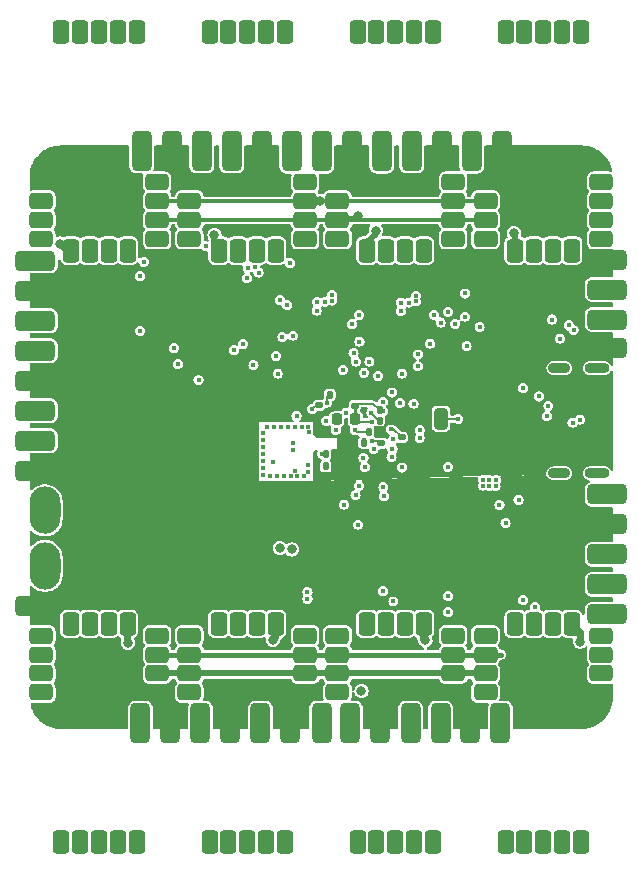
<source format=gbr>
%TF.GenerationSoftware,KiCad,Pcbnew,7.0.8*%
%TF.CreationDate,2024-02-20T09:26:03+00:00*%
%TF.ProjectId,CuttleBoard_8Layers,43757474-6c65-4426-9f61-72645f384c61,rev?*%
%TF.SameCoordinates,Original*%
%TF.FileFunction,Copper,L8,Bot*%
%TF.FilePolarity,Positive*%
%FSLAX46Y46*%
G04 Gerber Fmt 4.6, Leading zero omitted, Abs format (unit mm)*
G04 Created by KiCad (PCBNEW 7.0.8) date 2024-02-20 09:26:03*
%MOMM*%
%LPD*%
G01*
G04 APERTURE LIST*
G04 Aperture macros list*
%AMRoundRect*
0 Rectangle with rounded corners*
0 $1 Rounding radius*
0 $2 $3 $4 $5 $6 $7 $8 $9 X,Y pos of 4 corners*
0 Add a 4 corners polygon primitive as box body*
4,1,4,$2,$3,$4,$5,$6,$7,$8,$9,$2,$3,0*
0 Add four circle primitives for the rounded corners*
1,1,$1+$1,$2,$3*
1,1,$1+$1,$4,$5*
1,1,$1+$1,$6,$7*
1,1,$1+$1,$8,$9*
0 Add four rect primitives between the rounded corners*
20,1,$1+$1,$2,$3,$4,$5,0*
20,1,$1+$1,$4,$5,$6,$7,0*
20,1,$1+$1,$6,$7,$8,$9,0*
20,1,$1+$1,$8,$9,$2,$3,0*%
G04 Aperture macros list end*
%TA.AperFunction,SMDPad,CuDef*%
%ADD10RoundRect,0.140000X-0.170000X0.140000X-0.170000X-0.140000X0.170000X-0.140000X0.170000X0.140000X0*%
%TD*%
%TA.AperFunction,CastellatedPad*%
%ADD11RoundRect,0.425000X-0.425000X-1.275000X0.425000X-1.275000X0.425000X1.275000X-0.425000X1.275000X0*%
%TD*%
%TA.AperFunction,CastellatedPad*%
%ADD12RoundRect,0.425000X0.425000X1.275000X-0.425000X1.275000X-0.425000X-1.275000X0.425000X-1.275000X0*%
%TD*%
%TA.AperFunction,ComponentPad*%
%ADD13C,5.600000*%
%TD*%
%TA.AperFunction,CastellatedPad*%
%ADD14RoundRect,0.425000X1.275000X-0.425000X1.275000X0.425000X-1.275000X0.425000X-1.275000X-0.425000X0*%
%TD*%
%TA.AperFunction,CastellatedPad*%
%ADD15RoundRect,0.425000X-1.275000X0.425000X-1.275000X-0.425000X1.275000X-0.425000X1.275000X0.425000X0*%
%TD*%
%TA.AperFunction,ComponentPad*%
%ADD16C,0.500000*%
%TD*%
%TA.AperFunction,SMDPad,CuDef*%
%ADD17O,2.600000X4.000000*%
%TD*%
%TA.AperFunction,ComponentPad*%
%ADD18O,2.000000X3.000000*%
%TD*%
%TA.AperFunction,ComponentPad*%
%ADD19O,2.108200X0.914400*%
%TD*%
%TA.AperFunction,ComponentPad*%
%ADD20O,1.905000X0.914400*%
%TD*%
%TA.AperFunction,SMDPad,CuDef*%
%ADD21RoundRect,0.350000X0.350000X-0.650000X0.350000X0.650000X-0.350000X0.650000X-0.350000X-0.650000X0*%
%TD*%
%TA.AperFunction,SMDPad,CuDef*%
%ADD22RoundRect,0.350000X-0.650000X-0.350000X0.650000X-0.350000X0.650000X0.350000X-0.650000X0.350000X0*%
%TD*%
%TA.AperFunction,SMDPad,CuDef*%
%ADD23RoundRect,0.350000X-0.350000X0.650000X-0.350000X-0.650000X0.350000X-0.650000X0.350000X0.650000X0*%
%TD*%
%TA.AperFunction,SMDPad,CuDef*%
%ADD24RoundRect,0.140000X-0.140000X-0.170000X0.140000X-0.170000X0.140000X0.170000X-0.140000X0.170000X0*%
%TD*%
%TA.AperFunction,SMDPad,CuDef*%
%ADD25RoundRect,0.350000X0.650000X0.350000X-0.650000X0.350000X-0.650000X-0.350000X0.650000X-0.350000X0*%
%TD*%
%TA.AperFunction,SMDPad,CuDef*%
%ADD26RoundRect,0.218750X-0.218750X-0.256250X0.218750X-0.256250X0.218750X0.256250X-0.218750X0.256250X0*%
%TD*%
%TA.AperFunction,SMDPad,CuDef*%
%ADD27RoundRect,0.140000X0.170000X-0.140000X0.170000X0.140000X-0.170000X0.140000X-0.170000X-0.140000X0*%
%TD*%
%TA.AperFunction,SMDPad,CuDef*%
%ADD28RoundRect,0.140000X0.140000X0.170000X-0.140000X0.170000X-0.140000X-0.170000X0.140000X-0.170000X0*%
%TD*%
%TA.AperFunction,SMDPad,CuDef*%
%ADD29RoundRect,0.250000X0.325000X0.650000X-0.325000X0.650000X-0.325000X-0.650000X0.325000X-0.650000X0*%
%TD*%
%TA.AperFunction,ViaPad*%
%ADD30C,0.450000*%
%TD*%
%TA.AperFunction,ViaPad*%
%ADD31C,0.800000*%
%TD*%
%TA.AperFunction,Conductor*%
%ADD32C,0.200000*%
%TD*%
%TA.AperFunction,Conductor*%
%ADD33C,0.150000*%
%TD*%
%TA.AperFunction,Conductor*%
%ADD34C,0.250000*%
%TD*%
%TA.AperFunction,Conductor*%
%ADD35C,0.600000*%
%TD*%
%TA.AperFunction,Conductor*%
%ADD36C,0.500000*%
%TD*%
%TA.AperFunction,Conductor*%
%ADD37C,0.400000*%
%TD*%
%TA.AperFunction,Conductor*%
%ADD38C,0.300000*%
%TD*%
G04 APERTURE END LIST*
D10*
%TO.P,C33,2*%
%TO.N,GND*%
X129320000Y-99960000D03*
%TO.P,C33,1*%
%TO.N,+3V3*%
X129320000Y-99000000D03*
%TD*%
D11*
%TO.P,5V,1,1*%
%TO.N,+5V*%
X135240000Y-74772600D03*
D12*
X135240000Y-74772800D03*
%TD*%
D13*
%TO.P,H4,1,1*%
%TO.N,GND*%
X142100000Y-78700000D03*
%TD*%
D11*
%TO.P,GND,1,1*%
%TO.N,GND*%
X127508000Y-123222100D03*
D12*
X127508000Y-123222300D03*
%TD*%
D14*
%TO.P,TP28,1,1*%
%TO.N,GND*%
X98289800Y-101840000D03*
D15*
X98290000Y-101840000D03*
%TD*%
D14*
%TO.P,GND,1,1*%
%TO.N,GND*%
X146699800Y-106380000D03*
D15*
X146700000Y-106380000D03*
%TD*%
D11*
%TO.P,12V,1,1*%
%TO.N,+12V*%
X107188000Y-123222100D03*
D12*
X107188000Y-123222300D03*
%TD*%
D11*
%TO.P,GND,1,1*%
%TO.N,GND*%
X109728000Y-123222100D03*
D12*
X109728000Y-123222300D03*
%TD*%
D11*
%TO.P,TX,1,1*%
%TO.N,UART9_TX*%
X124968000Y-123222100D03*
D12*
X124968000Y-123222300D03*
%TD*%
D11*
%TO.P,GND,1,1*%
%TO.N,GND*%
X114808000Y-123222100D03*
D12*
X114808000Y-123222300D03*
%TD*%
D14*
%TO.P,5V,1,1*%
%TO.N,+5V*%
X146699800Y-103840000D03*
D15*
X146700000Y-103840000D03*
%TD*%
D11*
%TO.P,12V,1,1*%
%TO.N,+12V*%
X107300000Y-74765500D03*
D12*
X107300000Y-74765700D03*
%TD*%
D11*
%TO.P,SCL,1,1*%
%TO.N,I2C1_SCL*%
X120000000Y-74778100D03*
D12*
X120000000Y-74778300D03*
%TD*%
D14*
%TO.P,CLK,1,1*%
%TO.N,SWDIO*%
X146702900Y-111460000D03*
D15*
X146703100Y-111460000D03*
%TD*%
D14*
%TO.P,GND,1,1*%
%TO.N,GND*%
X98289800Y-86600000D03*
D15*
X98290000Y-86600000D03*
%TD*%
D11*
%TO.P,GND,1,1*%
%TO.N,GND*%
X137780000Y-74782900D03*
D12*
X137780000Y-74783100D03*
%TD*%
D14*
%TO.P,IO,1,1*%
%TO.N,SWDCLK*%
X146700000Y-114000000D03*
D15*
X146700200Y-114000000D03*
%TD*%
D14*
%TO.P,SCL,1,1*%
%TO.N,I2C4_SCL*%
X98289800Y-96760000D03*
D15*
X98290000Y-96760000D03*
%TD*%
D16*
%TO.P,TP1,1,1*%
%TO.N,/Coil+*%
X99200000Y-111600000D03*
X99800000Y-111400000D03*
X98600000Y-111300000D03*
X98200000Y-110700000D03*
X98200000Y-110000000D03*
D17*
X99100000Y-109900000D03*
D18*
X99400000Y-109900000D03*
%TD*%
D11*
%TO.P,RX,1,1*%
%TO.N,UART4_RX*%
X127620000Y-74772600D03*
D12*
X127620000Y-74772800D03*
%TD*%
D14*
%TO.P,SDA,1,1*%
%TO.N,I2C4_SDA*%
X98289800Y-99300000D03*
D15*
X98290000Y-99300000D03*
%TD*%
D14*
%TO.P,RX,1,1*%
%TO.N,UART7_RX*%
X98289800Y-89140000D03*
D15*
X98290000Y-89140000D03*
%TD*%
D11*
%TO.P,RX,1,1*%
%TO.N,UART3_TX*%
X130050000Y-123220000D03*
D12*
X130050000Y-123220200D03*
%TD*%
D14*
%TO.P,NRST,1,1*%
%TO.N,NRST*%
X146699800Y-108920000D03*
D15*
X146700000Y-108920000D03*
%TD*%
D11*
%TO.P,GND,1,1*%
%TO.N,GND*%
X132700000Y-74772600D03*
D12*
X132700000Y-74772800D03*
%TD*%
D19*
%TO.P,J1,S_1*%
%TO.N,N/C*%
X145847200Y-93150000D03*
%TO.P,J1,S_2*%
X145847200Y-102050000D03*
D20*
%TO.P,J1,S_3*%
X142647199Y-93150000D03*
%TO.P,J1,S_4*%
X142647199Y-102050000D03*
%TD*%
D14*
%TO.P,SDA,1,1*%
%TO.N,I2C3_SDA*%
X146706000Y-86495000D03*
D15*
X146706200Y-86495000D03*
%TD*%
D11*
%TO.P,5V,1,1*%
%TO.N,+5V*%
X137668000Y-123216400D03*
D12*
X137668000Y-123216600D03*
%TD*%
D13*
%TO.P,H3,1,1*%
%TO.N,GND*%
X103100000Y-78700000D03*
%TD*%
D16*
%TO.P,TP2,1,1*%
%TO.N,/BattPad-*%
X99200000Y-106900000D03*
X99800000Y-106700000D03*
X98600000Y-106600000D03*
X98200000Y-106000000D03*
X98200000Y-105300000D03*
D17*
X99100000Y-105200000D03*
D18*
X99400000Y-105200000D03*
%TD*%
D11*
%TO.P,GND,1,1*%
%TO.N,GND*%
X119888000Y-123222100D03*
D12*
X119888000Y-123222300D03*
%TD*%
D14*
%TO.P,TP29,1,1*%
%TO.N,GND*%
X98289800Y-94220000D03*
D15*
X98290000Y-94220000D03*
%TD*%
D11*
%TO.P,RX,1,1*%
%TO.N,UART9_RX*%
X122521800Y-123222100D03*
D12*
X122521800Y-123222300D03*
%TD*%
D14*
%TO.P,TX,1,1*%
%TO.N,UART7_TX*%
X98289800Y-91680000D03*
D15*
X98290000Y-91680000D03*
%TD*%
D11*
%TO.P,3.3V,1,1*%
%TO.N,+3V3*%
X117348000Y-123222100D03*
D12*
X117348000Y-123222300D03*
%TD*%
D11*
%TO.P,GND,1,1*%
%TO.N,GND*%
X125080000Y-74779300D03*
D12*
X125080000Y-74779500D03*
%TD*%
D13*
%TO.P,H2,1,1*%
%TO.N,GND*%
X103100000Y-119400000D03*
%TD*%
D14*
%TO.P,SCL,1,1*%
%TO.N,I2C3_SCL*%
X146706000Y-89035000D03*
D15*
X146706200Y-89035000D03*
%TD*%
%TO.P,GND,1,1*%
%TO.N,GND*%
X146710200Y-91440000D03*
D14*
X146710000Y-91440000D03*
%TD*%
D11*
%TO.P,GND,1,1*%
%TO.N,GND*%
X117460000Y-74771400D03*
D12*
X117460000Y-74771600D03*
%TD*%
D11*
%TO.P,SDA,1,1*%
%TO.N,I2C1_SDA*%
X122540000Y-74778100D03*
D12*
X122540000Y-74778300D03*
%TD*%
D11*
%TO.P,3.3V,1,1*%
%TO.N,+3V3*%
X112380000Y-74765500D03*
D12*
X112380000Y-74765700D03*
%TD*%
D11*
%TO.P,3.3V,1,1*%
%TO.N,+3V3*%
X114920000Y-74765500D03*
D12*
X114920000Y-74765700D03*
%TD*%
D14*
%TO.P,3.3V,1,1*%
%TO.N,+3V3*%
X98289800Y-84060000D03*
D15*
X98290000Y-84060000D03*
%TD*%
D11*
%TO.P,TX,1,1*%
%TO.N,UART3_RX*%
X132590000Y-123220000D03*
D12*
X132590000Y-123220200D03*
%TD*%
D14*
%TO.P,GND,1,1*%
%TO.N,GND*%
X98289800Y-113300000D03*
D15*
X98290000Y-113300000D03*
%TD*%
D14*
%TO.P,GND,1,1*%
%TO.N,GND*%
X146702900Y-83960000D03*
D15*
X146703100Y-83960000D03*
%TD*%
D11*
%TO.P,3.3V,1,1*%
%TO.N,+3V3*%
X112268000Y-123222100D03*
D12*
X112268000Y-123222300D03*
%TD*%
D11*
%TO.P,GND,1,1*%
%TO.N,GND*%
X135128000Y-123216400D03*
D12*
X135128000Y-123216600D03*
%TD*%
D13*
%TO.P,H1,1,1*%
%TO.N,GND*%
X142100000Y-119400000D03*
%TD*%
D11*
%TO.P,TX,1,1*%
%TO.N,UART4_TX*%
X130160000Y-74766700D03*
D12*
X130160000Y-74766900D03*
%TD*%
D11*
%TO.P,GND,1,1*%
%TO.N,GND*%
X109840000Y-74765500D03*
D12*
X109840000Y-74765700D03*
%TD*%
D21*
%TO.P,U12,1,V_MOTOR*%
%TO.N,+12V*%
X118633333Y-114800000D03*
%TO.P,U12,2,GND*%
%TO.N,unconnected-(U12-GND-Pad2)*%
X117033333Y-114800000D03*
%TO.P,U12,3,SWCLK*%
%TO.N,unconnected-(U12-SWCLK-Pad3)*%
X115433333Y-114800000D03*
%TO.P,U12,4,SWDIO*%
%TO.N,unconnected-(U12-SWDIO-Pad4)*%
X113833333Y-114800000D03*
D22*
%TO.P,U12,5,GND*%
%TO.N,unconnected-(U12-GND-Pad5)*%
X111333333Y-115800000D03*
%TO.P,U12,6,SCL*%
%TO.N,I2C2_SCL*%
X111333333Y-117400000D03*
%TO.P,U12,7,SDA*%
%TO.N,I2C2_SDA*%
X111333333Y-119000000D03*
%TO.P,U12,8,NRST*%
%TO.N,unconnected-(U12-NRST-Pad8)*%
X111333333Y-120600000D03*
D23*
%TO.P,U12,9,3.3V*%
%TO.N,unconnected-(U12-3.3V-Pad9)*%
X113033333Y-133300000D03*
%TO.P,U12,10,ADC_IN*%
%TO.N,unconnected-(U12-ADC_IN-Pad10)*%
X114633333Y-133300000D03*
%TO.P,U12,11,GND_HALL*%
%TO.N,unconnected-(U12-GND_HALL-Pad11)*%
X116233333Y-133300000D03*
%TO.P,U12,12,MTR2*%
%TO.N,unconnected-(U12-MTR2-Pad12)*%
X117833333Y-133300000D03*
%TO.P,U12,13,MTR1*%
%TO.N,unconnected-(U12-MTR1-Pad13)*%
X119433333Y-133300000D03*
D22*
%TO.P,U12,14,SDA*%
%TO.N,I2C2_SDA*%
X121133333Y-119000000D03*
%TO.P,U12,15,SCL*%
%TO.N,I2C2_SCL*%
X121133333Y-117400000D03*
%TO.P,U12,16,GND*%
%TO.N,unconnected-(U12-GND-Pad16)*%
X121133333Y-115800000D03*
%TD*%
D10*
%TO.P,C22,2*%
%TO.N,GND*%
X127570000Y-100480000D03*
%TO.P,C22,1*%
%TO.N,Net-(U2B-VFBSMPS)*%
X127570000Y-99520000D03*
%TD*%
D24*
%TO.P,C21,1*%
%TO.N,Net-(U2B-VFBSMPS)*%
X127460000Y-96720000D03*
%TO.P,C21,2*%
%TO.N,GND*%
X128420000Y-96720000D03*
%TD*%
%TO.P,C31,1*%
%TO.N,+3V3*%
X122870000Y-101450000D03*
%TO.P,C31,2*%
%TO.N,GND*%
X123830000Y-101450000D03*
%TD*%
D23*
%TO.P,U8,1,V_MOTOR*%
%TO.N,+12V*%
X113833333Y-83200000D03*
%TO.P,U8,2,GND*%
%TO.N,unconnected-(U8-GND-Pad2)*%
X115433333Y-83200000D03*
%TO.P,U8,3,SWCLK*%
%TO.N,unconnected-(U8-SWCLK-Pad3)*%
X117033333Y-83200000D03*
%TO.P,U8,4,SWDIO*%
%TO.N,unconnected-(U8-SWDIO-Pad4)*%
X118633333Y-83200000D03*
D25*
%TO.P,U8,5,GND*%
%TO.N,unconnected-(U8-GND-Pad5)*%
X121133333Y-82200000D03*
%TO.P,U8,6,SCL*%
%TO.N,I2C2_SCL*%
X121133333Y-80600000D03*
%TO.P,U8,7,SDA*%
%TO.N,I2C2_SDA*%
X121133333Y-79000000D03*
%TO.P,U8,8,NRST*%
%TO.N,unconnected-(U8-NRST-Pad8)*%
X121133333Y-77400000D03*
D21*
%TO.P,U8,9,3.3V*%
%TO.N,unconnected-(U8-3.3V-Pad9)*%
X119433333Y-64700000D03*
%TO.P,U8,10,ADC_IN*%
%TO.N,unconnected-(U8-ADC_IN-Pad10)*%
X117833333Y-64700000D03*
%TO.P,U8,11,GND_HALL*%
%TO.N,unconnected-(U8-GND_HALL-Pad11)*%
X116233333Y-64700000D03*
%TO.P,U8,12,MTR2*%
%TO.N,unconnected-(U8-MTR2-Pad12)*%
X114633333Y-64700000D03*
%TO.P,U8,13,MTR1*%
%TO.N,unconnected-(U8-MTR1-Pad13)*%
X113033333Y-64700000D03*
D25*
%TO.P,U8,14,SDA*%
%TO.N,I2C2_SDA*%
X111333333Y-79000000D03*
%TO.P,U8,15,SCL*%
%TO.N,I2C2_SCL*%
X111333333Y-80600000D03*
%TO.P,U8,16,GND*%
%TO.N,unconnected-(U8-GND-Pad16)*%
X111333333Y-82200000D03*
%TD*%
D24*
%TO.P,C35,1*%
%TO.N,+3V3*%
X126510000Y-98530000D03*
%TO.P,C35,2*%
%TO.N,GND*%
X127470000Y-98530000D03*
%TD*%
D21*
%TO.P,U13,1,V_MOTOR*%
%TO.N,+12V*%
X106100000Y-114800000D03*
%TO.P,U13,2,GND*%
%TO.N,unconnected-(U13-GND-Pad2)*%
X104500000Y-114800000D03*
%TO.P,U13,3,SWCLK*%
%TO.N,unconnected-(U13-SWCLK-Pad3)*%
X102900000Y-114800000D03*
%TO.P,U13,4,SWDIO*%
%TO.N,unconnected-(U13-SWDIO-Pad4)*%
X101300000Y-114800000D03*
D22*
%TO.P,U13,5,GND*%
%TO.N,unconnected-(U13-GND-Pad5)*%
X98800000Y-115800000D03*
%TO.P,U13,6,SCL*%
%TO.N,I2C2_SCL*%
X98800000Y-117400000D03*
%TO.P,U13,7,SDA*%
%TO.N,I2C2_SDA*%
X98800000Y-119000000D03*
%TO.P,U13,8,NRST*%
%TO.N,unconnected-(U13-NRST-Pad8)*%
X98800000Y-120600000D03*
D23*
%TO.P,U13,9,3.3V*%
%TO.N,unconnected-(U13-3.3V-Pad9)*%
X100500000Y-133300000D03*
%TO.P,U13,10,ADC_IN*%
%TO.N,unconnected-(U13-ADC_IN-Pad10)*%
X102100000Y-133300000D03*
%TO.P,U13,11,GND_HALL*%
%TO.N,unconnected-(U13-GND_HALL-Pad11)*%
X103700000Y-133300000D03*
%TO.P,U13,12,MTR2*%
%TO.N,unconnected-(U13-MTR2-Pad12)*%
X105300000Y-133300000D03*
%TO.P,U13,13,MTR1*%
%TO.N,unconnected-(U13-MTR1-Pad13)*%
X106900000Y-133300000D03*
D22*
%TO.P,U13,14,SDA*%
%TO.N,I2C2_SDA*%
X108600000Y-119000000D03*
%TO.P,U13,15,SCL*%
%TO.N,I2C2_SCL*%
X108600000Y-117400000D03*
%TO.P,U13,16,GND*%
%TO.N,unconnected-(U13-GND-Pad16)*%
X108600000Y-115800000D03*
%TD*%
D21*
%TO.P,U11,1,V_MOTOR*%
%TO.N,+12V*%
X131166666Y-114800000D03*
%TO.P,U11,2,GND*%
%TO.N,unconnected-(U11-GND-Pad2)*%
X129566666Y-114800000D03*
%TO.P,U11,3,SWCLK*%
%TO.N,unconnected-(U11-SWCLK-Pad3)*%
X127966666Y-114800000D03*
%TO.P,U11,4,SWDIO*%
%TO.N,unconnected-(U11-SWDIO-Pad4)*%
X126366666Y-114800000D03*
D22*
%TO.P,U11,5,GND*%
%TO.N,unconnected-(U11-GND-Pad5)*%
X123866666Y-115800000D03*
%TO.P,U11,6,SCL*%
%TO.N,I2C2_SCL*%
X123866666Y-117400000D03*
%TO.P,U11,7,SDA*%
%TO.N,I2C2_SDA*%
X123866666Y-119000000D03*
%TO.P,U11,8,NRST*%
%TO.N,unconnected-(U11-NRST-Pad8)*%
X123866666Y-120600000D03*
D23*
%TO.P,U11,9,3.3V*%
%TO.N,unconnected-(U11-3.3V-Pad9)*%
X125566666Y-133300000D03*
%TO.P,U11,10,ADC_IN*%
%TO.N,unconnected-(U11-ADC_IN-Pad10)*%
X127166666Y-133300000D03*
%TO.P,U11,11,GND_HALL*%
%TO.N,unconnected-(U11-GND_HALL-Pad11)*%
X128766666Y-133300000D03*
%TO.P,U11,12,MTR2*%
%TO.N,unconnected-(U11-MTR2-Pad12)*%
X130366666Y-133300000D03*
%TO.P,U11,13,MTR1*%
%TO.N,unconnected-(U11-MTR1-Pad13)*%
X131966666Y-133300000D03*
D22*
%TO.P,U11,14,SDA*%
%TO.N,I2C2_SDA*%
X133666666Y-119000000D03*
%TO.P,U11,15,SCL*%
%TO.N,I2C2_SCL*%
X133666666Y-117400000D03*
%TO.P,U11,16,GND*%
%TO.N,unconnected-(U11-GND-Pad16)*%
X133666666Y-115800000D03*
%TD*%
D26*
%TO.P,L3,2,2*%
%TO.N,Net-(U2B-VFBSMPS)*%
X125387500Y-97490000D03*
%TO.P,L3,1,1*%
%TO.N,Net-(U2B-VLXSMPS)*%
X123812500Y-97490000D03*
%TD*%
D27*
%TO.P,C23,1*%
%TO.N,Net-(U2B-VFBSMPS)*%
X125314200Y-96330000D03*
%TO.P,C23,2*%
%TO.N,GND*%
X125314200Y-95370000D03*
%TD*%
D24*
%TO.P,C36,1*%
%TO.N,+3V3*%
X122870000Y-100450000D03*
%TO.P,C36,2*%
%TO.N,GND*%
X123830000Y-100450000D03*
%TD*%
%TO.P,C37,1*%
%TO.N,+3V3*%
X127430000Y-97590000D03*
%TO.P,C37,2*%
%TO.N,GND*%
X128390000Y-97590000D03*
%TD*%
D23*
%TO.P,U5,1,V_MOTOR*%
%TO.N,+12V*%
X138900000Y-83200000D03*
%TO.P,U5,2,GND*%
%TO.N,unconnected-(U5-GND-Pad2)*%
X140500000Y-83200000D03*
%TO.P,U5,3,SWCLK*%
%TO.N,unconnected-(U5-SWCLK-Pad3)*%
X142100000Y-83200000D03*
%TO.P,U5,4,SWDIO*%
%TO.N,unconnected-(U5-SWDIO-Pad4)*%
X143700000Y-83200000D03*
D25*
%TO.P,U5,5,GND*%
%TO.N,unconnected-(U5-GND-Pad5)*%
X146200000Y-82200000D03*
%TO.P,U5,6,SCL*%
%TO.N,I2C2_SCL*%
X146200000Y-80600000D03*
%TO.P,U5,7,SDA*%
%TO.N,I2C2_SDA*%
X146200000Y-79000000D03*
%TO.P,U5,8,NRST*%
%TO.N,unconnected-(U5-NRST-Pad8)*%
X146200000Y-77400000D03*
D21*
%TO.P,U5,9,3.3V*%
%TO.N,unconnected-(U5-3.3V-Pad9)*%
X144500000Y-64700000D03*
%TO.P,U5,10,ADC_IN*%
%TO.N,unconnected-(U5-ADC_IN-Pad10)*%
X142900000Y-64700000D03*
%TO.P,U5,11,GND_HALL*%
%TO.N,unconnected-(U5-GND_HALL-Pad11)*%
X141300000Y-64700000D03*
%TO.P,U5,12,MTR2*%
%TO.N,unconnected-(U5-MTR2-Pad12)*%
X139700000Y-64700000D03*
%TO.P,U5,13,MTR1*%
%TO.N,unconnected-(U5-MTR1-Pad13)*%
X138100000Y-64700000D03*
D25*
%TO.P,U5,14,SDA*%
%TO.N,I2C2_SDA*%
X136400000Y-79000000D03*
%TO.P,U5,15,SCL*%
%TO.N,I2C2_SCL*%
X136400000Y-80600000D03*
%TO.P,U5,16,GND*%
%TO.N,unconnected-(U5-GND-Pad16)*%
X136400000Y-82200000D03*
%TD*%
D28*
%TO.P,C32,1*%
%TO.N,+3V3*%
X126100000Y-99450000D03*
%TO.P,C32,2*%
%TO.N,GND*%
X125140000Y-99450000D03*
%TD*%
D27*
%TO.P,C34,1*%
%TO.N,+3V3*%
X122300000Y-96310000D03*
%TO.P,C34,2*%
%TO.N,GND*%
X122300000Y-95350000D03*
%TD*%
D29*
%TO.P,C48,1*%
%TO.N,USB_VBUS*%
X132625000Y-97420000D03*
%TO.P,C48,2*%
%TO.N,GND*%
X129675000Y-97420000D03*
%TD*%
D23*
%TO.P,U6,1,V_MOTOR*%
%TO.N,+12V*%
X126366666Y-83200000D03*
%TO.P,U6,2,GND*%
%TO.N,unconnected-(U6-GND-Pad2)*%
X127966666Y-83200000D03*
%TO.P,U6,3,SWCLK*%
%TO.N,unconnected-(U6-SWCLK-Pad3)*%
X129566666Y-83200000D03*
%TO.P,U6,4,SWDIO*%
%TO.N,unconnected-(U6-SWDIO-Pad4)*%
X131166666Y-83200000D03*
D25*
%TO.P,U6,5,GND*%
%TO.N,unconnected-(U6-GND-Pad5)*%
X133666666Y-82200000D03*
%TO.P,U6,6,SCL*%
%TO.N,I2C2_SCL*%
X133666666Y-80600000D03*
%TO.P,U6,7,SDA*%
%TO.N,I2C2_SDA*%
X133666666Y-79000000D03*
%TO.P,U6,8,NRST*%
%TO.N,unconnected-(U6-NRST-Pad8)*%
X133666666Y-77400000D03*
D21*
%TO.P,U6,9,3.3V*%
%TO.N,unconnected-(U6-3.3V-Pad9)*%
X131966666Y-64700000D03*
%TO.P,U6,10,ADC_IN*%
%TO.N,unconnected-(U6-ADC_IN-Pad10)*%
X130366666Y-64700000D03*
%TO.P,U6,11,GND_HALL*%
%TO.N,unconnected-(U6-GND_HALL-Pad11)*%
X128766666Y-64700000D03*
%TO.P,U6,12,MTR2*%
%TO.N,unconnected-(U6-MTR2-Pad12)*%
X127166666Y-64700000D03*
%TO.P,U6,13,MTR1*%
%TO.N,unconnected-(U6-MTR1-Pad13)*%
X125566666Y-64700000D03*
D25*
%TO.P,U6,14,SDA*%
%TO.N,I2C2_SDA*%
X123866666Y-79000000D03*
%TO.P,U6,15,SCL*%
%TO.N,I2C2_SCL*%
X123866666Y-80600000D03*
%TO.P,U6,16,GND*%
%TO.N,unconnected-(U6-GND-Pad16)*%
X123866666Y-82200000D03*
%TD*%
D21*
%TO.P,U10,1,V_MOTOR*%
%TO.N,+12V*%
X143700000Y-114800000D03*
%TO.P,U10,2,GND*%
%TO.N,unconnected-(U10-GND-Pad2)*%
X142100000Y-114800000D03*
%TO.P,U10,3,SWCLK*%
%TO.N,unconnected-(U10-SWCLK-Pad3)*%
X140500000Y-114800000D03*
%TO.P,U10,4,SWDIO*%
%TO.N,unconnected-(U10-SWDIO-Pad4)*%
X138900000Y-114800000D03*
D22*
%TO.P,U10,5,GND*%
%TO.N,unconnected-(U10-GND-Pad5)*%
X136400000Y-115800000D03*
%TO.P,U10,6,SCL*%
%TO.N,I2C2_SCL*%
X136400000Y-117400000D03*
%TO.P,U10,7,SDA*%
%TO.N,I2C2_SDA*%
X136400000Y-119000000D03*
%TO.P,U10,8,NRST*%
%TO.N,unconnected-(U10-NRST-Pad8)*%
X136400000Y-120600000D03*
D23*
%TO.P,U10,9,3.3V*%
%TO.N,unconnected-(U10-3.3V-Pad9)*%
X138100000Y-133300000D03*
%TO.P,U10,10,ADC_IN*%
%TO.N,unconnected-(U10-ADC_IN-Pad10)*%
X139700000Y-133300000D03*
%TO.P,U10,11,GND_HALL*%
%TO.N,unconnected-(U10-GND_HALL-Pad11)*%
X141300000Y-133300000D03*
%TO.P,U10,12,MTR2*%
%TO.N,unconnected-(U10-MTR2-Pad12)*%
X142900000Y-133300000D03*
%TO.P,U10,13,MTR1*%
%TO.N,unconnected-(U10-MTR1-Pad13)*%
X144500000Y-133300000D03*
D22*
%TO.P,U10,14,SDA*%
%TO.N,I2C2_SDA*%
X146200000Y-119000000D03*
%TO.P,U10,15,SCL*%
%TO.N,I2C2_SCL*%
X146200000Y-117400000D03*
%TO.P,U10,16,GND*%
%TO.N,unconnected-(U10-GND-Pad16)*%
X146200000Y-115800000D03*
%TD*%
D24*
%TO.P,C38,1*%
%TO.N,+3V3*%
X123220000Y-95410000D03*
%TO.P,C38,2*%
%TO.N,GND*%
X124180000Y-95410000D03*
%TD*%
D23*
%TO.P,U9,1,V_MOTOR*%
%TO.N,+12V*%
X101300000Y-83200000D03*
%TO.P,U9,2,GND*%
%TO.N,unconnected-(U9-GND-Pad2)*%
X102900000Y-83200000D03*
%TO.P,U9,3,SWCLK*%
%TO.N,unconnected-(U9-SWCLK-Pad3)*%
X104500000Y-83200000D03*
%TO.P,U9,4,SWDIO*%
%TO.N,unconnected-(U9-SWDIO-Pad4)*%
X106100000Y-83200000D03*
D25*
%TO.P,U9,5,GND*%
%TO.N,unconnected-(U9-GND-Pad5)*%
X108600000Y-82200000D03*
%TO.P,U9,6,SCL*%
%TO.N,I2C2_SCL*%
X108600000Y-80600000D03*
%TO.P,U9,7,SDA*%
%TO.N,I2C2_SDA*%
X108600000Y-79000000D03*
%TO.P,U9,8,NRST*%
%TO.N,unconnected-(U9-NRST-Pad8)*%
X108600000Y-77400000D03*
D21*
%TO.P,U9,9,3.3V*%
%TO.N,unconnected-(U9-3.3V-Pad9)*%
X106900000Y-64700000D03*
%TO.P,U9,10,ADC_IN*%
%TO.N,unconnected-(U9-ADC_IN-Pad10)*%
X105300000Y-64700000D03*
%TO.P,U9,11,GND_HALL*%
%TO.N,unconnected-(U9-GND_HALL-Pad11)*%
X103700000Y-64700000D03*
%TO.P,U9,12,MTR2*%
%TO.N,unconnected-(U9-MTR2-Pad12)*%
X102100000Y-64700000D03*
%TO.P,U9,13,MTR1*%
%TO.N,unconnected-(U9-MTR1-Pad13)*%
X100500000Y-64700000D03*
D25*
%TO.P,U9,14,SDA*%
%TO.N,I2C2_SDA*%
X98800000Y-79000000D03*
%TO.P,U9,15,SCL*%
%TO.N,I2C2_SCL*%
X98800000Y-80600000D03*
%TO.P,U9,16,GND*%
%TO.N,unconnected-(U9-GND-Pad16)*%
X98800000Y-82200000D03*
%TD*%
D30*
%TO.N,GND*%
X125225000Y-115100000D03*
X117000000Y-89450000D03*
X124160000Y-110150000D03*
X144300000Y-94250000D03*
X131278571Y-97424897D03*
X120500000Y-88700000D03*
X118152800Y-102300000D03*
X107105000Y-112490000D03*
X112925000Y-99925000D03*
X107105000Y-113070000D03*
X115250000Y-85675000D03*
X112925000Y-100505000D03*
X117575400Y-99840600D03*
X137300000Y-113550000D03*
X138900000Y-85600000D03*
X123830000Y-89200002D03*
X142550000Y-110450000D03*
X124550000Y-85350000D03*
X121480000Y-98590000D03*
X123000000Y-84400000D03*
X141600000Y-110400000D03*
X118732800Y-102300000D03*
X141600000Y-111025000D03*
X124475000Y-85900000D03*
X136800000Y-114450000D03*
X121052800Y-102300000D03*
X140600000Y-94800000D03*
X121900000Y-95650000D03*
X129650000Y-108250000D03*
X112300000Y-99925000D03*
X107730000Y-112490000D03*
X141500000Y-100650000D03*
X136900000Y-86400000D03*
X121000000Y-110900000D03*
X134900000Y-99100000D03*
X139700000Y-84600000D03*
X117575400Y-101000600D03*
X134900000Y-100100000D03*
X104492500Y-92350000D03*
X132750000Y-110950000D03*
X119672800Y-98120000D03*
X133475000Y-108900000D03*
X105600000Y-90450000D03*
X107730000Y-114230000D03*
X123725000Y-100800000D03*
X111500000Y-83650000D03*
X113550000Y-100505000D03*
X125100000Y-114000000D03*
X127280000Y-88760000D03*
X120100000Y-99500000D03*
X107730000Y-113070000D03*
X121075000Y-110200000D03*
X120200000Y-85600000D03*
X130350000Y-84500000D03*
X136200000Y-110970000D03*
X107625000Y-100600000D03*
X120900000Y-86150000D03*
X107625000Y-102340000D03*
X119892800Y-102300000D03*
X122100000Y-89200000D03*
X117575400Y-102160600D03*
X120250000Y-101825000D03*
X107625000Y-101760000D03*
X117930000Y-98120000D03*
X106792500Y-96025000D03*
X120200000Y-86100000D03*
X107850000Y-103225000D03*
X118000000Y-89450000D03*
X126105393Y-96808299D03*
X137500000Y-99100000D03*
X131980000Y-95650000D03*
X137450000Y-114500000D03*
X140200000Y-99150000D03*
X112300000Y-101665000D03*
X118510000Y-98120000D03*
X131475000Y-85875000D03*
X132340000Y-86190000D03*
X118380000Y-101100000D03*
X104717500Y-93550000D03*
X113550000Y-101665000D03*
X117575400Y-101580600D03*
X119312800Y-102300000D03*
X122250000Y-108249998D03*
X120252800Y-98120000D03*
X127280000Y-91460000D03*
X112150000Y-90700000D03*
X120300000Y-86800000D03*
X112300000Y-100505000D03*
X132850000Y-109950000D03*
X117800000Y-113400000D03*
X120832800Y-98120000D03*
X117575400Y-100420600D03*
X107025000Y-103225000D03*
X127175000Y-86650000D03*
X129640000Y-91450000D03*
X134540000Y-90160000D03*
X121412800Y-101330000D03*
X112925000Y-101085000D03*
X125025000Y-114525000D03*
X120472800Y-102300000D03*
X121412800Y-101910000D03*
X137700000Y-83900000D03*
X116750000Y-94350000D03*
X131550000Y-85325000D03*
X137500000Y-100100000D03*
X122820529Y-96910948D03*
X112093940Y-94859402D03*
X139850000Y-110370000D03*
X112300000Y-101085000D03*
X112925000Y-101665000D03*
X117500000Y-112900000D03*
X107730000Y-113650000D03*
X139900000Y-96100000D03*
X142550000Y-111025000D03*
X121075000Y-109150000D03*
X121340000Y-98140000D03*
X115300000Y-84624500D03*
X117840000Y-84500000D03*
X136600000Y-83900000D03*
X134719738Y-92919738D03*
X117575400Y-99260600D03*
X119090000Y-98120000D03*
X127740000Y-98400000D03*
X129725000Y-89775500D03*
X114900000Y-85100000D03*
X137100000Y-85000000D03*
X117580000Y-98680000D03*
X113550000Y-101085000D03*
X129650000Y-109400000D03*
X129570000Y-92640000D03*
X139500000Y-85600000D03*
X130750000Y-89775000D03*
X133860000Y-104230000D03*
X126900000Y-110200000D03*
X113550000Y-99925000D03*
X125400175Y-99149771D03*
X125800000Y-84799998D03*
X120100000Y-100100000D03*
X107625000Y-101180000D03*
X141800000Y-85700000D03*
%TO.N,Net-(U1-EN)*%
X133250000Y-113800000D03*
X139600000Y-112800000D03*
X133250000Y-112450000D03*
%TO.N,Net-(C11-Pad1)*%
X138100000Y-106270000D03*
X140610000Y-113375500D03*
%TO.N,Net-(U3-EN)*%
X121325000Y-112675000D03*
X121325000Y-112075000D03*
X127725000Y-112025000D03*
%TO.N,Net-(U2B-VFBSMPS)*%
X122921116Y-97616105D03*
X126806664Y-99361369D03*
X126750500Y-97709274D03*
X127745500Y-96818347D03*
%TO.N,+5V*%
X137580000Y-104730000D03*
X136730000Y-103130000D03*
X143850000Y-89900000D03*
X137250000Y-103140000D03*
X136200000Y-102600000D03*
X139200000Y-104300000D03*
X136200000Y-103100000D03*
X137290000Y-102630000D03*
X143437250Y-89524500D03*
X136710000Y-102600000D03*
%TO.N,USB_VBUS*%
X141721800Y-96342200D03*
X134080000Y-97450500D03*
%TO.N,Net-(U2B-VLXSMPS)*%
X123712659Y-97599874D03*
D31*
%TO.N,+12V*%
X118400000Y-116150000D03*
X100400000Y-82600000D03*
X106106119Y-116400000D03*
X131310979Y-116185577D03*
X118975000Y-108375000D03*
X119987500Y-108502500D03*
X127100000Y-81500000D03*
X138800000Y-81700000D03*
X144400000Y-116300000D03*
X113450000Y-81900000D03*
D30*
%TO.N,+3V3*%
X130500000Y-87500000D03*
X116260000Y-84670000D03*
X123400000Y-87425000D03*
X122579998Y-100390000D03*
X126747052Y-96908932D03*
X122875000Y-101550000D03*
D31*
X125900000Y-120500000D03*
D30*
X126122689Y-99217311D03*
X115865000Y-91100000D03*
X110350006Y-92800000D03*
X122987969Y-96065725D03*
X122125000Y-87525000D03*
X134674500Y-88790000D03*
X127800000Y-104000000D03*
X123400000Y-86950000D03*
X107163200Y-89986800D03*
X128418807Y-98324500D03*
X119850000Y-84250000D03*
X135900000Y-89675000D03*
X116900000Y-84624500D03*
X112100000Y-94150000D03*
X125425500Y-92600000D03*
X129230178Y-88344822D03*
X121724646Y-96595353D03*
X129225000Y-87600000D03*
X107475000Y-84150000D03*
X134650000Y-86825000D03*
X125336809Y-98399500D03*
X117181037Y-85054300D03*
X125400000Y-103900000D03*
X122100000Y-88275000D03*
X116200000Y-85545474D03*
X107150000Y-85350000D03*
X122800000Y-87525000D03*
X129900000Y-87600000D03*
X130500000Y-87025000D03*
X126570000Y-92590000D03*
%TO.N,/PA9_USB_VBUS_sense*%
X139600000Y-94850000D03*
X130824000Y-98393284D03*
%TO.N,I2C3_SCL*%
X142700000Y-90650000D03*
X130824000Y-99042787D03*
%TO.N,I2C3_SDA*%
X128597500Y-99140367D03*
X142030000Y-89039998D03*
D31*
%TO.N,I2C2_SCL*%
X125622300Y-80297700D03*
D30*
X137700000Y-117400000D03*
X127750000Y-103225000D03*
%TO.N,I2C2_SDA*%
X132000000Y-119000000D03*
X125700000Y-103100000D03*
D31*
X122400000Y-79000000D03*
D30*
%TO.N,/USB_D-*%
X141597878Y-97207878D03*
X143769700Y-97759537D03*
%TO.N,MOSI_GYRO*%
X119200000Y-90500000D03*
X112708833Y-82840000D03*
X125099994Y-89419994D03*
X125230000Y-91890000D03*
X132050000Y-88640000D03*
X119000000Y-87400000D03*
X130670002Y-91990000D03*
%TO.N,MISO_GYRO*%
X131721800Y-91071800D03*
X119600000Y-87800010D03*
X125709999Y-88629999D03*
X125725000Y-90900000D03*
X132600000Y-89297568D03*
X120100000Y-90400000D03*
%TO.N,I2C4_SCL*%
X115100000Y-91640000D03*
%TO.N,Net-(J1-CC2)*%
X144425908Y-97507134D03*
X140925000Y-95550000D03*
%TO.N,Net-(U2A-BOOT0)*%
X127300000Y-93800000D03*
X134800000Y-91300000D03*
%TO.N,I2C1_SCL*%
X124603751Y-96914109D03*
X124310000Y-93300000D03*
%TO.N,I2C1_SDA*%
X126100000Y-93550000D03*
%TO.N,I2C4_SDA*%
X116750000Y-92900000D03*
X123724749Y-98400239D03*
X118662500Y-92112500D03*
%TO.N,CS_FLASH*%
X118800000Y-93610000D03*
X110025000Y-91450000D03*
%TO.N,CS_IMU1*%
X133200000Y-88390000D03*
X130675490Y-92985000D03*
%TO.N,INT_IMU1*%
X129313373Y-93611612D03*
X133830000Y-89390000D03*
%TO.N,Net-(C50-Pad1)*%
X125600000Y-106400000D03*
X128600000Y-112900000D03*
%TO.N,SWDCLK*%
X129149439Y-96119439D03*
%TO.N,SWDIO*%
X130304694Y-96155313D03*
%TO.N,UART4_RX*%
X127705584Y-96018773D03*
%TO.N,UART4_TX*%
X128510000Y-95211188D03*
%TO.N,UART7_RX*%
X126068046Y-100743044D03*
%TO.N,UART7_TX*%
X126175012Y-101550000D03*
%TO.N,UART9_RX*%
X126925006Y-100000000D03*
%TO.N,UART9_TX*%
X128523080Y-99998080D03*
%TO.N,NRST*%
X133200000Y-101500000D03*
X120400000Y-97200000D03*
X124400000Y-104700500D03*
%TO.N,UART3_RX*%
X128444641Y-100695347D03*
%TO.N,UART3_TX*%
X129303041Y-101559405D03*
%TD*%
D32*
%TO.N,USB_VBUS*%
X134080000Y-97450500D02*
X134067900Y-97462600D01*
X134067900Y-97462600D02*
X133087600Y-97462600D01*
D33*
%TO.N,Net-(U2B-VFBSMPS)*%
X126806664Y-99361369D02*
X127301369Y-99361369D01*
X127301369Y-99361369D02*
X127460000Y-99520000D01*
X127745500Y-96818347D02*
X127685521Y-96818347D01*
X127685521Y-96818347D02*
X127567174Y-96700000D01*
D32*
%TO.N,+3V3*%
X128418807Y-98324500D02*
X128604500Y-98324500D01*
X128604500Y-98324500D02*
X129300000Y-99020000D01*
D33*
%TO.N,Net-(U2B-VFBSMPS)*%
X127350000Y-96652748D02*
X126857252Y-96160000D01*
X126857252Y-96160000D02*
X125314200Y-96160000D01*
D34*
X125362500Y-97500000D02*
X125362500Y-96378300D01*
D33*
X125314200Y-96160000D02*
X125314200Y-97688900D01*
D32*
X126741426Y-97700200D02*
X125302900Y-97700200D01*
X126750500Y-97709274D02*
X126741426Y-97700200D01*
D35*
%TO.N,+12V*%
X131310979Y-116185577D02*
X131100000Y-115974598D01*
X118600000Y-115950000D02*
X118600000Y-114816667D01*
D36*
X127100000Y-81754407D02*
X126366666Y-82487741D01*
D35*
X131100000Y-115974598D02*
X131100000Y-114816667D01*
X144400000Y-116300000D02*
X144400000Y-115500000D01*
X144400000Y-115500000D02*
X143700000Y-114800000D01*
D36*
X113833333Y-82833333D02*
X113450000Y-82450000D01*
X101000000Y-83200000D02*
X100400000Y-82600000D01*
X127100000Y-81500000D02*
X127100000Y-81754407D01*
D35*
X106050000Y-116343881D02*
X106050000Y-114766667D01*
X118400000Y-116150000D02*
X118600000Y-115950000D01*
D36*
X101300000Y-83200000D02*
X101000000Y-83200000D01*
X138900000Y-83200000D02*
X138900000Y-81800000D01*
D35*
X106106119Y-116400000D02*
X106050000Y-116343881D01*
D36*
X113450000Y-82450000D02*
X113450000Y-81900000D01*
D32*
%TO.N,+3V3*%
X122987969Y-96065725D02*
X122987969Y-95492031D01*
X126747052Y-96908932D02*
X126747052Y-96960519D01*
X125487309Y-98550000D02*
X126445000Y-98550000D01*
X121724646Y-96595353D02*
X121989999Y-96330000D01*
X125336809Y-98399500D02*
X125487309Y-98550000D01*
X126747052Y-96960519D02*
X127386533Y-97600000D01*
X121989999Y-96330000D02*
X122300000Y-96330000D01*
D37*
%TO.N,I2C2_SCL*%
X137700000Y-117400000D02*
X108700000Y-117400000D01*
D38*
X123866666Y-80600000D02*
X108600000Y-80600000D01*
D34*
X125622300Y-80297700D02*
X125580000Y-80340000D01*
D37*
X137700000Y-117400000D02*
X136500000Y-117400000D01*
D38*
X136400000Y-80600000D02*
X123866666Y-80600000D01*
D34*
X125580000Y-80340000D02*
X124131666Y-80340000D01*
D36*
%TO.N,I2C2_SDA*%
X136366667Y-119000000D02*
X132000000Y-119000000D01*
X132000000Y-119000000D02*
X108566667Y-119000000D01*
D38*
X136300000Y-79000000D02*
X108500000Y-79000000D01*
%TD*%
%TA.AperFunction,Conductor*%
%TO.N,GND*%
G36*
X126386412Y-96455185D02*
G01*
X126432167Y-96507989D01*
X126442111Y-96577147D01*
X126413086Y-96640703D01*
X126407054Y-96647181D01*
X126398528Y-96655706D01*
X126398525Y-96655710D01*
X126337331Y-96775810D01*
X126316248Y-96908929D01*
X126316248Y-96908934D01*
X126337331Y-97042053D01*
X126337332Y-97042056D01*
X126337333Y-97042058D01*
X126397054Y-97159266D01*
X126398525Y-97162153D01*
X126398528Y-97162157D01*
X126424390Y-97188019D01*
X126457875Y-97249342D01*
X126452891Y-97319034D01*
X126411019Y-97374967D01*
X126345555Y-97399384D01*
X126336709Y-97399700D01*
X126149500Y-97399700D01*
X126082461Y-97380015D01*
X126036706Y-97327211D01*
X126025500Y-97275700D01*
X126025500Y-97200748D01*
X126009952Y-97102582D01*
X125995774Y-97074756D01*
X125949658Y-96984249D01*
X125949654Y-96984245D01*
X125949653Y-96984243D01*
X125855756Y-96890346D01*
X125855752Y-96890343D01*
X125855751Y-96890342D01*
X125853604Y-96889248D01*
X125802222Y-96863067D01*
X125751427Y-96815092D01*
X125734632Y-96747271D01*
X125757170Y-96681137D01*
X125764757Y-96672124D01*
X125767419Y-96668320D01*
X125767424Y-96668316D01*
X125818172Y-96559487D01*
X125820301Y-96543317D01*
X125848566Y-96479420D01*
X125906890Y-96440948D01*
X125943240Y-96435500D01*
X126319373Y-96435500D01*
X126386412Y-96455185D01*
G37*
%TD.AperFunction*%
%TA.AperFunction,Conductor*%
G36*
X144541718Y-74290596D02*
G01*
X144834302Y-74307027D01*
X144841191Y-74307803D01*
X145077888Y-74348020D01*
X145128356Y-74356595D01*
X145135140Y-74358143D01*
X145158077Y-74364751D01*
X145335737Y-74415934D01*
X145415031Y-74438778D01*
X145421595Y-74441075D01*
X145690705Y-74552543D01*
X145696962Y-74555558D01*
X145951888Y-74696451D01*
X145957780Y-74700153D01*
X146195334Y-74868706D01*
X146200761Y-74873034D01*
X146343756Y-75000822D01*
X146417951Y-75067128D01*
X146422871Y-75072048D01*
X146500552Y-75158972D01*
X146616964Y-75289236D01*
X146621293Y-75294665D01*
X146789846Y-75532219D01*
X146793548Y-75538111D01*
X146934441Y-75793037D01*
X146937459Y-75799302D01*
X146978252Y-75897784D01*
X147048923Y-76068401D01*
X147051221Y-76074968D01*
X147131854Y-76354854D01*
X147133401Y-76361627D01*
X147134695Y-76369237D01*
X147126531Y-76438628D01*
X147082147Y-76492590D01*
X147015635Y-76513989D01*
X146982063Y-76510249D01*
X146981564Y-76510123D01*
X146981556Y-76510122D01*
X146893102Y-76499500D01*
X145506898Y-76499500D01*
X145467853Y-76504188D01*
X145418438Y-76510122D01*
X145277656Y-76565639D01*
X145157077Y-76657077D01*
X145065639Y-76777656D01*
X145010122Y-76918438D01*
X145004188Y-76967853D01*
X144999500Y-77006898D01*
X144999500Y-77793102D01*
X145005126Y-77839954D01*
X145010122Y-77881561D01*
X145065639Y-78022343D01*
X145143543Y-78125075D01*
X145168366Y-78190387D01*
X145153938Y-78258750D01*
X145143543Y-78274925D01*
X145065639Y-78377656D01*
X145010122Y-78518438D01*
X145004188Y-78567853D01*
X144999500Y-78606898D01*
X144999500Y-79393102D01*
X145003089Y-79422989D01*
X145010122Y-79481561D01*
X145065639Y-79622343D01*
X145143543Y-79725075D01*
X145168366Y-79790387D01*
X145153938Y-79858750D01*
X145143543Y-79874925D01*
X145065639Y-79977656D01*
X145010122Y-80118438D01*
X145007331Y-80141682D01*
X144999500Y-80206898D01*
X144999500Y-80993102D01*
X145002295Y-81016373D01*
X145010122Y-81081561D01*
X145010122Y-81081563D01*
X145010123Y-81081564D01*
X145015153Y-81094318D01*
X145065639Y-81222343D01*
X145143543Y-81325075D01*
X145168366Y-81390387D01*
X145153938Y-81458750D01*
X145143543Y-81474925D01*
X145065639Y-81577656D01*
X145010122Y-81718438D01*
X145004188Y-81767853D01*
X144999500Y-81806898D01*
X144999500Y-82593102D01*
X145005126Y-82639954D01*
X145010122Y-82681561D01*
X145065639Y-82822343D01*
X145157077Y-82942922D01*
X145277656Y-83034360D01*
X145277657Y-83034360D01*
X145277658Y-83034361D01*
X145418436Y-83089877D01*
X145506898Y-83100500D01*
X145506903Y-83100500D01*
X146893097Y-83100500D01*
X146893102Y-83100500D01*
X146981564Y-83089877D01*
X147030011Y-83070771D01*
X147099595Y-83064490D01*
X147161532Y-83096826D01*
X147196154Y-83157514D01*
X147199500Y-83186126D01*
X147199500Y-85320500D01*
X147179815Y-85387539D01*
X147127011Y-85433294D01*
X147075500Y-85444500D01*
X145367838Y-85444501D01*
X145332372Y-85447291D01*
X145180614Y-85491380D01*
X145180609Y-85491382D01*
X145044583Y-85571827D01*
X145044574Y-85571834D01*
X144932834Y-85683574D01*
X144932827Y-85683583D01*
X144852382Y-85819609D01*
X144852380Y-85819614D01*
X144808292Y-85971366D01*
X144808290Y-85971379D01*
X144805500Y-86006835D01*
X144805501Y-86983162D01*
X144808291Y-87018627D01*
X144852380Y-87170385D01*
X144852382Y-87170390D01*
X144932827Y-87306416D01*
X144932834Y-87306425D01*
X145044574Y-87418165D01*
X145044578Y-87418168D01*
X145044580Y-87418170D01*
X145180610Y-87498618D01*
X145332373Y-87542709D01*
X145348502Y-87543978D01*
X145354838Y-87545499D01*
X145367824Y-87545499D01*
X145367837Y-87545500D01*
X145368036Y-87545499D01*
X145368037Y-87545500D01*
X147075500Y-87545499D01*
X147142539Y-87565184D01*
X147188294Y-87617988D01*
X147199500Y-87669499D01*
X147199500Y-87860500D01*
X147179815Y-87927539D01*
X147127011Y-87973294D01*
X147075500Y-87984500D01*
X145367838Y-87984501D01*
X145332372Y-87987291D01*
X145180614Y-88031380D01*
X145180609Y-88031382D01*
X145044583Y-88111827D01*
X145044574Y-88111834D01*
X144932834Y-88223574D01*
X144932827Y-88223583D01*
X144852382Y-88359609D01*
X144852380Y-88359614D01*
X144808292Y-88511366D01*
X144808290Y-88511379D01*
X144805500Y-88546835D01*
X144805501Y-89523162D01*
X144808291Y-89558627D01*
X144852380Y-89710385D01*
X144852382Y-89710390D01*
X144932827Y-89846416D01*
X144932834Y-89846425D01*
X145044574Y-89958165D01*
X145044578Y-89958168D01*
X145044580Y-89958170D01*
X145180610Y-90038618D01*
X145332373Y-90082709D01*
X145348502Y-90083978D01*
X145354838Y-90085499D01*
X145367824Y-90085499D01*
X145367837Y-90085500D01*
X145368036Y-90085499D01*
X145368037Y-90085500D01*
X147075500Y-90085499D01*
X147142539Y-90105184D01*
X147188294Y-90157988D01*
X147199500Y-90209499D01*
X147199500Y-92822413D01*
X147179815Y-92889452D01*
X147127011Y-92935207D01*
X147057853Y-92945151D01*
X146994297Y-92916126D01*
X146960940Y-92869868D01*
X146954834Y-92855127D01*
X146867802Y-92741705D01*
X146861113Y-92732987D01*
X146748765Y-92646780D01*
X146738973Y-92639266D01*
X146644176Y-92600000D01*
X146596737Y-92580350D01*
X146582447Y-92578468D01*
X146482428Y-92565300D01*
X146482421Y-92565300D01*
X145211979Y-92565300D01*
X145211971Y-92565300D01*
X145097663Y-92580350D01*
X145097662Y-92580350D01*
X144955426Y-92639266D01*
X144833288Y-92732985D01*
X144739565Y-92855128D01*
X144680650Y-92997362D01*
X144680649Y-92997364D01*
X144660555Y-93149998D01*
X144660555Y-93150001D01*
X144680649Y-93302635D01*
X144680650Y-93302637D01*
X144739566Y-93444873D01*
X144786426Y-93505942D01*
X144833287Y-93567013D01*
X144891413Y-93611614D01*
X144955426Y-93660733D01*
X144955427Y-93660733D01*
X144955428Y-93660734D01*
X145097663Y-93719650D01*
X145211979Y-93734700D01*
X145211986Y-93734700D01*
X146482414Y-93734700D01*
X146482421Y-93734700D01*
X146596737Y-93719650D01*
X146738972Y-93660734D01*
X146861113Y-93567013D01*
X146954834Y-93444873D01*
X146960939Y-93430133D01*
X147004778Y-93375731D01*
X147071072Y-93353665D01*
X147138772Y-93370943D01*
X147186383Y-93422080D01*
X147199500Y-93477586D01*
X147199500Y-101722413D01*
X147179815Y-101789452D01*
X147127011Y-101835207D01*
X147057853Y-101845151D01*
X146994297Y-101816126D01*
X146960940Y-101769868D01*
X146954834Y-101755127D01*
X146906798Y-101692526D01*
X146861113Y-101632987D01*
X146765221Y-101559407D01*
X146738973Y-101539266D01*
X146644176Y-101500000D01*
X146596737Y-101480350D01*
X146582447Y-101478468D01*
X146482428Y-101465300D01*
X146482421Y-101465300D01*
X145211979Y-101465300D01*
X145211971Y-101465300D01*
X145097663Y-101480350D01*
X145097662Y-101480350D01*
X144955426Y-101539266D01*
X144833288Y-101632985D01*
X144739565Y-101755128D01*
X144680650Y-101897362D01*
X144680650Y-101897364D01*
X144667548Y-101996878D01*
X144639281Y-102060775D01*
X144580956Y-102099245D01*
X144547741Y-102104652D01*
X143853630Y-102122189D01*
X143786115Y-102104204D01*
X143739041Y-102052573D01*
X143727559Y-102014414D01*
X143719601Y-101953970D01*
X143712149Y-101897363D01*
X143653233Y-101755128D01*
X143653232Y-101755127D01*
X143653232Y-101755126D01*
X143605197Y-101692526D01*
X143559512Y-101632987D01*
X143463620Y-101559407D01*
X143437372Y-101539266D01*
X143342575Y-101500000D01*
X143295136Y-101480350D01*
X143280846Y-101478468D01*
X143180827Y-101465300D01*
X143180820Y-101465300D01*
X142113578Y-101465300D01*
X142113570Y-101465300D01*
X141999262Y-101480350D01*
X141999261Y-101480350D01*
X141857025Y-101539266D01*
X141734887Y-101632985D01*
X141641164Y-101755128D01*
X141582249Y-101897362D01*
X141582249Y-101897363D01*
X141562154Y-102049999D01*
X141562154Y-102058127D01*
X141558880Y-102058127D01*
X141550436Y-102112083D01*
X141504027Y-102164313D01*
X141441423Y-102183132D01*
X137574917Y-102280818D01*
X137515491Y-102267343D01*
X137423123Y-102220279D01*
X137290002Y-102199196D01*
X137289998Y-102199196D01*
X137156876Y-102220279D01*
X137085517Y-102256639D01*
X137016848Y-102269535D01*
X136973405Y-102252977D01*
X136971915Y-102255903D01*
X136963221Y-102251473D01*
X136963220Y-102251472D01*
X136843126Y-102190281D01*
X136843124Y-102190280D01*
X136843121Y-102190279D01*
X136710002Y-102169196D01*
X136709998Y-102169196D01*
X136576876Y-102190279D01*
X136511294Y-102223695D01*
X136442624Y-102236591D01*
X136398706Y-102223695D01*
X136333123Y-102190279D01*
X136200002Y-102169196D01*
X136199998Y-102169196D01*
X136066878Y-102190279D01*
X135946777Y-102251473D01*
X135909496Y-102288754D01*
X135848172Y-102322238D01*
X135824949Y-102325031D01*
X121902228Y-102676784D01*
X121834713Y-102658799D01*
X121787639Y-102607168D01*
X121775096Y-102552730D01*
X121775157Y-102472481D01*
X121776760Y-100351702D01*
X121796495Y-100284682D01*
X121813556Y-100263645D01*
X121978839Y-100100165D01*
X122040343Y-100067019D01*
X122110006Y-100072386D01*
X122165709Y-100114563D01*
X122189767Y-100180161D01*
X122176523Y-100244619D01*
X122170277Y-100256876D01*
X122149194Y-100389997D01*
X122149194Y-100390002D01*
X122170277Y-100523121D01*
X122170278Y-100523124D01*
X122170279Y-100523126D01*
X122190199Y-100562221D01*
X122231471Y-100643221D01*
X122231474Y-100643225D01*
X122326772Y-100738523D01*
X122326776Y-100738526D01*
X122326778Y-100738528D01*
X122398933Y-100775293D01*
X122444212Y-100814654D01*
X122446778Y-100818319D01*
X122490778Y-100862319D01*
X122524263Y-100923642D01*
X122519279Y-100993334D01*
X122490779Y-101037680D01*
X122446776Y-101081683D01*
X122396027Y-101190514D01*
X122389500Y-101240098D01*
X122389500Y-101659894D01*
X122389501Y-101659900D01*
X122396028Y-101709487D01*
X122396029Y-101709489D01*
X122396029Y-101709490D01*
X122416423Y-101753225D01*
X122446776Y-101818316D01*
X122531684Y-101903224D01*
X122640513Y-101953972D01*
X122690099Y-101960500D01*
X122737046Y-101960499D01*
X122756445Y-101962026D01*
X122874998Y-101980804D01*
X122875000Y-101980804D01*
X122875002Y-101980804D01*
X122993559Y-101962026D01*
X123012957Y-101960499D01*
X123049895Y-101960499D01*
X123049900Y-101960499D01*
X123099487Y-101953972D01*
X123208316Y-101903224D01*
X123293224Y-101818316D01*
X123343972Y-101709487D01*
X123350500Y-101659901D01*
X123350499Y-101240100D01*
X123343972Y-101190513D01*
X123293224Y-101081684D01*
X123249220Y-101037680D01*
X123215736Y-100976358D01*
X123220720Y-100906666D01*
X123249221Y-100862319D01*
X123293224Y-100818316D01*
X123328323Y-100743046D01*
X125637242Y-100743046D01*
X125658325Y-100876165D01*
X125658326Y-100876168D01*
X125658327Y-100876170D01*
X125719518Y-100996264D01*
X125719519Y-100996265D01*
X125719522Y-100996269D01*
X125814820Y-101091567D01*
X125814823Y-101091569D01*
X125814826Y-101091572D01*
X125814828Y-101091573D01*
X125822718Y-101097305D01*
X125820407Y-101100485D01*
X125857257Y-101135333D01*
X125874009Y-101203165D01*
X125851428Y-101269285D01*
X125837810Y-101285453D01*
X125826486Y-101296776D01*
X125826485Y-101296778D01*
X125765291Y-101416878D01*
X125744208Y-101549997D01*
X125744208Y-101550002D01*
X125765291Y-101683121D01*
X125765292Y-101683124D01*
X125765293Y-101683126D01*
X125819469Y-101789452D01*
X125826485Y-101803221D01*
X125826488Y-101803225D01*
X125921786Y-101898523D01*
X125921790Y-101898526D01*
X125921792Y-101898528D01*
X126041886Y-101959719D01*
X126041888Y-101959719D01*
X126041890Y-101959720D01*
X126175010Y-101980804D01*
X126175012Y-101980804D01*
X126175014Y-101980804D01*
X126308133Y-101959720D01*
X126308133Y-101959719D01*
X126308138Y-101959719D01*
X126428232Y-101898528D01*
X126523540Y-101803220D01*
X126584731Y-101683126D01*
X126584732Y-101683121D01*
X126604326Y-101559407D01*
X128872237Y-101559407D01*
X128893320Y-101692526D01*
X128893321Y-101692529D01*
X128893322Y-101692531D01*
X128954513Y-101812625D01*
X128954514Y-101812626D01*
X128954517Y-101812630D01*
X129049815Y-101907928D01*
X129049819Y-101907931D01*
X129049821Y-101907933D01*
X129169915Y-101969124D01*
X129169917Y-101969124D01*
X129169919Y-101969125D01*
X129303039Y-101990209D01*
X129303041Y-101990209D01*
X129303043Y-101990209D01*
X129436162Y-101969125D01*
X129436162Y-101969124D01*
X129436167Y-101969124D01*
X129556261Y-101907933D01*
X129651569Y-101812625D01*
X129712760Y-101692531D01*
X129714250Y-101683126D01*
X129733845Y-101559407D01*
X129733845Y-101559402D01*
X129724437Y-101500002D01*
X132769196Y-101500002D01*
X132790279Y-101633121D01*
X132790280Y-101633124D01*
X132790281Y-101633126D01*
X132851472Y-101753220D01*
X132851473Y-101753221D01*
X132851476Y-101753225D01*
X132946774Y-101848523D01*
X132946778Y-101848526D01*
X132946780Y-101848528D01*
X133066874Y-101909719D01*
X133066876Y-101909719D01*
X133066878Y-101909720D01*
X133199998Y-101930804D01*
X133200000Y-101930804D01*
X133200002Y-101930804D01*
X133333121Y-101909720D01*
X133333121Y-101909719D01*
X133333126Y-101909719D01*
X133453220Y-101848528D01*
X133548528Y-101753220D01*
X133609719Y-101633126D01*
X133609741Y-101632987D01*
X133630804Y-101500002D01*
X133630804Y-101499997D01*
X133609720Y-101366878D01*
X133609719Y-101366876D01*
X133609719Y-101366874D01*
X133548528Y-101246780D01*
X133548526Y-101246778D01*
X133548523Y-101246774D01*
X133453225Y-101151476D01*
X133453221Y-101151473D01*
X133453220Y-101151472D01*
X133333126Y-101090281D01*
X133333124Y-101090280D01*
X133333121Y-101090279D01*
X133200002Y-101069196D01*
X133199998Y-101069196D01*
X133066878Y-101090279D01*
X132946778Y-101151473D01*
X132946774Y-101151476D01*
X132851476Y-101246774D01*
X132851473Y-101246778D01*
X132790279Y-101366878D01*
X132769196Y-101499997D01*
X132769196Y-101500002D01*
X129724437Y-101500002D01*
X129712761Y-101426283D01*
X129712760Y-101426281D01*
X129712760Y-101426279D01*
X129651569Y-101306185D01*
X129651567Y-101306183D01*
X129651564Y-101306179D01*
X129556266Y-101210881D01*
X129556262Y-101210878D01*
X129556261Y-101210877D01*
X129436167Y-101149686D01*
X129436165Y-101149685D01*
X129436162Y-101149684D01*
X129303043Y-101128601D01*
X129303039Y-101128601D01*
X129169919Y-101149684D01*
X129049819Y-101210878D01*
X129049815Y-101210881D01*
X128954517Y-101306179D01*
X128954514Y-101306183D01*
X128893320Y-101426283D01*
X128872237Y-101559402D01*
X128872237Y-101559407D01*
X126604326Y-101559407D01*
X126605816Y-101550002D01*
X126605816Y-101549997D01*
X126584732Y-101416878D01*
X126584731Y-101416876D01*
X126584731Y-101416874D01*
X126523540Y-101296780D01*
X126523536Y-101296776D01*
X126523535Y-101296774D01*
X126428237Y-101201476D01*
X126428233Y-101201473D01*
X126428232Y-101201472D01*
X126428230Y-101201471D01*
X126420340Y-101195739D01*
X126422637Y-101192576D01*
X126385716Y-101157567D01*
X126369056Y-101089713D01*
X126391724Y-101023623D01*
X126405246Y-101007591D01*
X126416574Y-100996264D01*
X126477765Y-100876170D01*
X126479959Y-100862319D01*
X126498850Y-100743046D01*
X126498850Y-100743041D01*
X126477766Y-100609922D01*
X126477765Y-100609920D01*
X126477765Y-100609918D01*
X126416574Y-100489824D01*
X126416572Y-100489822D01*
X126416569Y-100489818D01*
X126321271Y-100394520D01*
X126321267Y-100394517D01*
X126321266Y-100394516D01*
X126201172Y-100333325D01*
X126201170Y-100333324D01*
X126201167Y-100333323D01*
X126068048Y-100312240D01*
X126068044Y-100312240D01*
X125934924Y-100333323D01*
X125934920Y-100333324D01*
X125934920Y-100333325D01*
X125901214Y-100350499D01*
X125814824Y-100394517D01*
X125814820Y-100394520D01*
X125719522Y-100489818D01*
X125719519Y-100489822D01*
X125658325Y-100609922D01*
X125637242Y-100743041D01*
X125637242Y-100743046D01*
X123328323Y-100743046D01*
X123343972Y-100709487D01*
X123350500Y-100659901D01*
X123350499Y-100240100D01*
X123343972Y-100190513D01*
X123342643Y-100187664D01*
X123342102Y-100184098D01*
X123341316Y-100181401D01*
X123341676Y-100181295D01*
X123332152Y-100118589D01*
X123360671Y-100054804D01*
X123419147Y-100016564D01*
X123455134Y-100011260D01*
X123828000Y-100011600D01*
X123830000Y-99080000D01*
X122206459Y-99070278D01*
X122139539Y-99050192D01*
X122125161Y-99039260D01*
X122088877Y-99007245D01*
X121942290Y-98877903D01*
X121861959Y-98807022D01*
X121824714Y-98747907D01*
X121820000Y-98714042D01*
X121820000Y-97750000D01*
X120751111Y-97750000D01*
X120684072Y-97730315D01*
X120638317Y-97677511D01*
X120629488Y-97616107D01*
X122490312Y-97616107D01*
X122511395Y-97749226D01*
X122511396Y-97749229D01*
X122511397Y-97749231D01*
X122567949Y-97860220D01*
X122572589Y-97869326D01*
X122572592Y-97869330D01*
X122667890Y-97964628D01*
X122667894Y-97964631D01*
X122667896Y-97964633D01*
X122787990Y-98025824D01*
X122787992Y-98025824D01*
X122787994Y-98025825D01*
X122921114Y-98046909D01*
X122921116Y-98046909D01*
X122921118Y-98046909D01*
X123054238Y-98025825D01*
X123054239Y-98025824D01*
X123054242Y-98025824D01*
X123123802Y-97990381D01*
X123192467Y-97977485D01*
X123257208Y-98003761D01*
X123267775Y-98013185D01*
X123321086Y-98066496D01*
X123354571Y-98127819D01*
X123349587Y-98197511D01*
X123343890Y-98210471D01*
X123315028Y-98267115D01*
X123293945Y-98400236D01*
X123293945Y-98400241D01*
X123315028Y-98533360D01*
X123315029Y-98533363D01*
X123315030Y-98533365D01*
X123375845Y-98652721D01*
X123376222Y-98653460D01*
X123376225Y-98653464D01*
X123471523Y-98748762D01*
X123471527Y-98748765D01*
X123471529Y-98748767D01*
X123591623Y-98809958D01*
X123591625Y-98809958D01*
X123591627Y-98809959D01*
X123724747Y-98831043D01*
X123724749Y-98831043D01*
X123724751Y-98831043D01*
X123857870Y-98809959D01*
X123857870Y-98809958D01*
X123857875Y-98809958D01*
X123977969Y-98748767D01*
X124073277Y-98653459D01*
X124134468Y-98533365D01*
X124135570Y-98526410D01*
X124155553Y-98400241D01*
X124155553Y-98400236D01*
X124133478Y-98260860D01*
X124142433Y-98191566D01*
X124187429Y-98138114D01*
X124199639Y-98130986D01*
X124280751Y-98089658D01*
X124374658Y-97995751D01*
X124434951Y-97877420D01*
X124434951Y-97877418D01*
X124434952Y-97877417D01*
X124450500Y-97779251D01*
X124450500Y-97465825D01*
X124470185Y-97398786D01*
X124522989Y-97353031D01*
X124592147Y-97343087D01*
X124593737Y-97343327D01*
X124603751Y-97344913D01*
X124605146Y-97344692D01*
X124606102Y-97344541D01*
X124608981Y-97344913D01*
X124613510Y-97344913D01*
X124613510Y-97345498D01*
X124675396Y-97353496D01*
X124728848Y-97398492D01*
X124749487Y-97465244D01*
X124749500Y-97467014D01*
X124749500Y-97779251D01*
X124765047Y-97877417D01*
X124773342Y-97893696D01*
X124825342Y-97995751D01*
X124825344Y-97995753D01*
X124825346Y-97995756D01*
X124920387Y-98090797D01*
X124953872Y-98152120D01*
X124948888Y-98221812D01*
X124943192Y-98234770D01*
X124927089Y-98266375D01*
X124906005Y-98399497D01*
X124906005Y-98399502D01*
X124927088Y-98532621D01*
X124927089Y-98532624D01*
X124927090Y-98532626D01*
X124988281Y-98652720D01*
X124988282Y-98652721D01*
X124988285Y-98652725D01*
X125083583Y-98748023D01*
X125083587Y-98748026D01*
X125083589Y-98748028D01*
X125203683Y-98809219D01*
X125203685Y-98809219D01*
X125203687Y-98809220D01*
X125336807Y-98830304D01*
X125346570Y-98830304D01*
X125346570Y-98831892D01*
X125378317Y-98833063D01*
X125393318Y-98836591D01*
X125393999Y-98836752D01*
X125402212Y-98839295D01*
X125431135Y-98850500D01*
X125431136Y-98850500D01*
X125438060Y-98850500D01*
X125466450Y-98853793D01*
X125473190Y-98855379D01*
X125503900Y-98851095D01*
X125512475Y-98850500D01*
X125608597Y-98850500D01*
X125675636Y-98870185D01*
X125721391Y-98922989D01*
X125731335Y-98992147D01*
X125702310Y-99055703D01*
X125696278Y-99062181D01*
X125676777Y-99081681D01*
X125626027Y-99190514D01*
X125619500Y-99240098D01*
X125619500Y-99659894D01*
X125619501Y-99659900D01*
X125626028Y-99709487D01*
X125626029Y-99709489D01*
X125626029Y-99709490D01*
X125643418Y-99746780D01*
X125676776Y-99818316D01*
X125761684Y-99903224D01*
X125870513Y-99953972D01*
X125920099Y-99960500D01*
X126279900Y-99960499D01*
X126329487Y-99953972D01*
X126329496Y-99953967D01*
X126338599Y-99951316D01*
X126339176Y-99953299D01*
X126396023Y-99944664D01*
X126459807Y-99973182D01*
X126498048Y-100031658D01*
X126501826Y-100048140D01*
X126515285Y-100133121D01*
X126515286Y-100133124D01*
X126515287Y-100133126D01*
X126569796Y-100240105D01*
X126576479Y-100253221D01*
X126576482Y-100253225D01*
X126671780Y-100348523D01*
X126671784Y-100348526D01*
X126671786Y-100348528D01*
X126791880Y-100409719D01*
X126791882Y-100409719D01*
X126791884Y-100409720D01*
X126925004Y-100430804D01*
X126925006Y-100430804D01*
X126925008Y-100430804D01*
X127058127Y-100409720D01*
X127058127Y-100409719D01*
X127058132Y-100409719D01*
X127178226Y-100348528D01*
X127273534Y-100253220D01*
X127334725Y-100133126D01*
X127339163Y-100105100D01*
X127369092Y-100041967D01*
X127428403Y-100005035D01*
X127461631Y-100000499D01*
X127779900Y-100000499D01*
X127829487Y-99993972D01*
X127924461Y-99949684D01*
X127993536Y-99939193D01*
X128057320Y-99967712D01*
X128095560Y-100026188D01*
X128099337Y-100042669D01*
X128113359Y-100131201D01*
X128113360Y-100131204D01*
X128113361Y-100131206D01*
X128171587Y-100245481D01*
X128184483Y-100314148D01*
X128158207Y-100378889D01*
X128148784Y-100389455D01*
X128096114Y-100442124D01*
X128096114Y-100442125D01*
X128034920Y-100562225D01*
X128013837Y-100695344D01*
X128013837Y-100695349D01*
X128034920Y-100828468D01*
X128034921Y-100828471D01*
X128034922Y-100828473D01*
X128096113Y-100948567D01*
X128096114Y-100948568D01*
X128096117Y-100948572D01*
X128191415Y-101043870D01*
X128191419Y-101043873D01*
X128191421Y-101043875D01*
X128311515Y-101105066D01*
X128311517Y-101105066D01*
X128311519Y-101105067D01*
X128444639Y-101126151D01*
X128444641Y-101126151D01*
X128444643Y-101126151D01*
X128577762Y-101105067D01*
X128577762Y-101105066D01*
X128577767Y-101105066D01*
X128697861Y-101043875D01*
X128793169Y-100948567D01*
X128854360Y-100828473D01*
X128856549Y-100814654D01*
X128875445Y-100695349D01*
X128875445Y-100695344D01*
X128854361Y-100562225D01*
X128854360Y-100562223D01*
X128854360Y-100562221D01*
X128796132Y-100447943D01*
X128783237Y-100379277D01*
X128809513Y-100314536D01*
X128818921Y-100303986D01*
X128871608Y-100251300D01*
X128932799Y-100131206D01*
X128932800Y-100131201D01*
X128953884Y-99998082D01*
X128953884Y-99998077D01*
X128932800Y-99864958D01*
X128932799Y-99864956D01*
X128932799Y-99864954D01*
X128871608Y-99744860D01*
X128871606Y-99744858D01*
X128871603Y-99744854D01*
X128815674Y-99688925D01*
X128782189Y-99627602D01*
X128787173Y-99557910D01*
X128829045Y-99501977D01*
X128847062Y-99490759D01*
X128847535Y-99490517D01*
X128850720Y-99488895D01*
X128888898Y-99450716D01*
X128950218Y-99417231D01*
X129019910Y-99422214D01*
X129026659Y-99424960D01*
X129077680Y-99447488D01*
X129103643Y-99450500D01*
X129536356Y-99450499D01*
X129544726Y-99449528D01*
X129562314Y-99447489D01*
X129562315Y-99447488D01*
X129562320Y-99447488D01*
X129668514Y-99400599D01*
X129750599Y-99318514D01*
X129797488Y-99212320D01*
X129800500Y-99186357D01*
X129800500Y-99042789D01*
X130393196Y-99042789D01*
X130414279Y-99175908D01*
X130414280Y-99175911D01*
X130414281Y-99175913D01*
X130464001Y-99273493D01*
X130475473Y-99296008D01*
X130475476Y-99296012D01*
X130570774Y-99391310D01*
X130570778Y-99391313D01*
X130570780Y-99391315D01*
X130690874Y-99452506D01*
X130690876Y-99452506D01*
X130690878Y-99452507D01*
X130823998Y-99473591D01*
X130824000Y-99473591D01*
X130824002Y-99473591D01*
X130957121Y-99452507D01*
X130957121Y-99452506D01*
X130957126Y-99452506D01*
X131077220Y-99391315D01*
X131172528Y-99296007D01*
X131233719Y-99175913D01*
X131247981Y-99085869D01*
X131254804Y-99042789D01*
X131254804Y-99042784D01*
X131233720Y-98909665D01*
X131233719Y-98909663D01*
X131233719Y-98909661D01*
X131172528Y-98789567D01*
X131172526Y-98789565D01*
X131168097Y-98780872D01*
X131169644Y-98780083D01*
X131150031Y-98725114D01*
X131165857Y-98657060D01*
X131172091Y-98647359D01*
X131172525Y-98646506D01*
X131172528Y-98646504D01*
X131233719Y-98526410D01*
X131242211Y-98472792D01*
X131254804Y-98393286D01*
X131254804Y-98393281D01*
X131233720Y-98260162D01*
X131233719Y-98260160D01*
X131233719Y-98260158D01*
X131172528Y-98140064D01*
X131172526Y-98140062D01*
X131172523Y-98140058D01*
X131156734Y-98124269D01*
X131849500Y-98124269D01*
X131852353Y-98154699D01*
X131852353Y-98154701D01*
X131897206Y-98282880D01*
X131897207Y-98282882D01*
X131977850Y-98392150D01*
X132087118Y-98472793D01*
X132129845Y-98487744D01*
X132215299Y-98517646D01*
X132245730Y-98520500D01*
X132245734Y-98520500D01*
X133004270Y-98520500D01*
X133034699Y-98517646D01*
X133034701Y-98517646D01*
X133098790Y-98495219D01*
X133162882Y-98472793D01*
X133272150Y-98392150D01*
X133352793Y-98282882D01*
X133378131Y-98210471D01*
X133397646Y-98154701D01*
X133397646Y-98154699D01*
X133400500Y-98124269D01*
X133400500Y-97887100D01*
X133420185Y-97820061D01*
X133472989Y-97774306D01*
X133524500Y-97763100D01*
X133739489Y-97763100D01*
X133806528Y-97782785D01*
X133825807Y-97798320D01*
X133826778Y-97799026D01*
X133826780Y-97799028D01*
X133946874Y-97860219D01*
X133946876Y-97860219D01*
X133946878Y-97860220D01*
X134079998Y-97881304D01*
X134080000Y-97881304D01*
X134080002Y-97881304D01*
X134213121Y-97860220D01*
X134213121Y-97860219D01*
X134213126Y-97860219D01*
X134333220Y-97799028D01*
X134372709Y-97759539D01*
X143338896Y-97759539D01*
X143359979Y-97892658D01*
X143359980Y-97892661D01*
X143359981Y-97892663D01*
X143421172Y-98012757D01*
X143421173Y-98012758D01*
X143421176Y-98012762D01*
X143516474Y-98108060D01*
X143516478Y-98108063D01*
X143516480Y-98108065D01*
X143636574Y-98169256D01*
X143636576Y-98169256D01*
X143636578Y-98169257D01*
X143769698Y-98190341D01*
X143769700Y-98190341D01*
X143769702Y-98190341D01*
X143902821Y-98169257D01*
X143902821Y-98169256D01*
X143902826Y-98169256D01*
X144022920Y-98108065D01*
X144118228Y-98012757D01*
X144136867Y-97976175D01*
X144184838Y-97925382D01*
X144252659Y-97908586D01*
X144285674Y-97914543D01*
X144292780Y-97916852D01*
X144292782Y-97916853D01*
X144292783Y-97916853D01*
X144292786Y-97916854D01*
X144425906Y-97937938D01*
X144425908Y-97937938D01*
X144425910Y-97937938D01*
X144559029Y-97916854D01*
X144559029Y-97916853D01*
X144559034Y-97916853D01*
X144679128Y-97855662D01*
X144774436Y-97760354D01*
X144835627Y-97640260D01*
X144837820Y-97626415D01*
X144856712Y-97507136D01*
X144856712Y-97507131D01*
X144835628Y-97374012D01*
X144835627Y-97374010D01*
X144835627Y-97374008D01*
X144774436Y-97253914D01*
X144774434Y-97253912D01*
X144774431Y-97253908D01*
X144679133Y-97158610D01*
X144679129Y-97158607D01*
X144679128Y-97158606D01*
X144559034Y-97097415D01*
X144559032Y-97097414D01*
X144559029Y-97097413D01*
X144425910Y-97076330D01*
X144425906Y-97076330D01*
X144292786Y-97097413D01*
X144172686Y-97158607D01*
X144172682Y-97158610D01*
X144077384Y-97253908D01*
X144077379Y-97253915D01*
X144058741Y-97290494D01*
X144010766Y-97341290D01*
X143942945Y-97358084D01*
X143909937Y-97352128D01*
X143902825Y-97349817D01*
X143769702Y-97328733D01*
X143769698Y-97328733D01*
X143636578Y-97349816D01*
X143636574Y-97349817D01*
X143636574Y-97349818D01*
X143589091Y-97374012D01*
X143516478Y-97411010D01*
X143516474Y-97411013D01*
X143421176Y-97506311D01*
X143421173Y-97506315D01*
X143421172Y-97506317D01*
X143373621Y-97599642D01*
X143359979Y-97626415D01*
X143338896Y-97759534D01*
X143338896Y-97759539D01*
X134372709Y-97759539D01*
X134428528Y-97703720D01*
X134489719Y-97583626D01*
X134489720Y-97583621D01*
X134510804Y-97450502D01*
X134510804Y-97450497D01*
X134489720Y-97317378D01*
X134489719Y-97317376D01*
X134489719Y-97317374D01*
X134433929Y-97207880D01*
X141167074Y-97207880D01*
X141188157Y-97340999D01*
X141188158Y-97341002D01*
X141188159Y-97341004D01*
X141245339Y-97453225D01*
X141249351Y-97461099D01*
X141249354Y-97461103D01*
X141344652Y-97556401D01*
X141344656Y-97556404D01*
X141344658Y-97556406D01*
X141464752Y-97617597D01*
X141464754Y-97617597D01*
X141464756Y-97617598D01*
X141597876Y-97638682D01*
X141597878Y-97638682D01*
X141597880Y-97638682D01*
X141730999Y-97617598D01*
X141730999Y-97617597D01*
X141731004Y-97617597D01*
X141851098Y-97556406D01*
X141946406Y-97461098D01*
X142007597Y-97341004D01*
X142009782Y-97327211D01*
X142028682Y-97207880D01*
X142028682Y-97207875D01*
X142007598Y-97074756D01*
X142007597Y-97074754D01*
X142007597Y-97074752D01*
X141946406Y-96954658D01*
X141946404Y-96954656D01*
X141946401Y-96954652D01*
X141901904Y-96910155D01*
X141868419Y-96848832D01*
X141873403Y-96779140D01*
X141915275Y-96723207D01*
X141933278Y-96711996D01*
X141975020Y-96690728D01*
X142070328Y-96595420D01*
X142131519Y-96475326D01*
X142132685Y-96467965D01*
X142152604Y-96342202D01*
X142152604Y-96342197D01*
X142131520Y-96209078D01*
X142131519Y-96209076D01*
X142131519Y-96209074D01*
X142070328Y-96088980D01*
X142070326Y-96088978D01*
X142070323Y-96088974D01*
X141975025Y-95993676D01*
X141975021Y-95993673D01*
X141975020Y-95993672D01*
X141854926Y-95932481D01*
X141854924Y-95932480D01*
X141854921Y-95932479D01*
X141721802Y-95911396D01*
X141721798Y-95911396D01*
X141588678Y-95932479D01*
X141588674Y-95932480D01*
X141588674Y-95932481D01*
X141533205Y-95960744D01*
X141468578Y-95993673D01*
X141468574Y-95993676D01*
X141373276Y-96088974D01*
X141373273Y-96088978D01*
X141312079Y-96209078D01*
X141290996Y-96342197D01*
X141290996Y-96342202D01*
X141312079Y-96475321D01*
X141312080Y-96475324D01*
X141312081Y-96475326D01*
X141373238Y-96595353D01*
X141373273Y-96595421D01*
X141373276Y-96595425D01*
X141417773Y-96639922D01*
X141451258Y-96701245D01*
X141446274Y-96770937D01*
X141404402Y-96826870D01*
X141386388Y-96838087D01*
X141344659Y-96859349D01*
X141344652Y-96859354D01*
X141249354Y-96954652D01*
X141249351Y-96954656D01*
X141188157Y-97074756D01*
X141167074Y-97207875D01*
X141167074Y-97207880D01*
X134433929Y-97207880D01*
X134428528Y-97197280D01*
X134428526Y-97197278D01*
X134428523Y-97197274D01*
X134333225Y-97101976D01*
X134333221Y-97101973D01*
X134333220Y-97101972D01*
X134213126Y-97040781D01*
X134213124Y-97040780D01*
X134213121Y-97040779D01*
X134080002Y-97019696D01*
X134079998Y-97019696D01*
X133946878Y-97040779D01*
X133826778Y-97101973D01*
X133826774Y-97101976D01*
X133802970Y-97125781D01*
X133741647Y-97159266D01*
X133715289Y-97162100D01*
X133524500Y-97162100D01*
X133457461Y-97142415D01*
X133411706Y-97089611D01*
X133400500Y-97038100D01*
X133400500Y-96715730D01*
X133397646Y-96685300D01*
X133397646Y-96685298D01*
X133359801Y-96577147D01*
X133352793Y-96557118D01*
X133272150Y-96447850D01*
X133162882Y-96367207D01*
X133162880Y-96367206D01*
X133034700Y-96322353D01*
X133004270Y-96319500D01*
X133004266Y-96319500D01*
X132245734Y-96319500D01*
X132245730Y-96319500D01*
X132215300Y-96322353D01*
X132215298Y-96322353D01*
X132087119Y-96367206D01*
X132087117Y-96367207D01*
X131977850Y-96447850D01*
X131897207Y-96557117D01*
X131897206Y-96557119D01*
X131852353Y-96685298D01*
X131852353Y-96685300D01*
X131849500Y-96715730D01*
X131849500Y-98124269D01*
X131156734Y-98124269D01*
X131077225Y-98044760D01*
X131077221Y-98044757D01*
X131077220Y-98044756D01*
X130957126Y-97983565D01*
X130957124Y-97983564D01*
X130957121Y-97983563D01*
X130824002Y-97962480D01*
X130823998Y-97962480D01*
X130690878Y-97983563D01*
X130570778Y-98044757D01*
X130570774Y-98044760D01*
X130475476Y-98140058D01*
X130475473Y-98140062D01*
X130414279Y-98260162D01*
X130393196Y-98393281D01*
X130393196Y-98393286D01*
X130414279Y-98526405D01*
X130414280Y-98526408D01*
X130414281Y-98526410D01*
X130475472Y-98646504D01*
X130475473Y-98646505D01*
X130479903Y-98655199D01*
X130478355Y-98655987D01*
X130497968Y-98710960D01*
X130482141Y-98779013D01*
X130475907Y-98788712D01*
X130414279Y-98909665D01*
X130393196Y-99042784D01*
X130393196Y-99042789D01*
X129800500Y-99042789D01*
X129800499Y-98813644D01*
X129799731Y-98807022D01*
X129797489Y-98787685D01*
X129797488Y-98787682D01*
X129797488Y-98787680D01*
X129792495Y-98776373D01*
X129750599Y-98681486D01*
X129668514Y-98599401D01*
X129562321Y-98552512D01*
X129536360Y-98549500D01*
X129536357Y-98549500D01*
X129305833Y-98549500D01*
X129238794Y-98529815D01*
X129218152Y-98513181D01*
X128861422Y-98156451D01*
X128855778Y-98149965D01*
X128848456Y-98140270D01*
X128813124Y-98108060D01*
X128811073Y-98106102D01*
X128797297Y-98092326D01*
X128795086Y-98090811D01*
X128788353Y-98085478D01*
X128765435Y-98064585D01*
X128765074Y-98064362D01*
X128742674Y-98046619D01*
X128672027Y-97975972D01*
X128551933Y-97914781D01*
X128551931Y-97914780D01*
X128551928Y-97914779D01*
X128418809Y-97893696D01*
X128418805Y-97893696D01*
X128285685Y-97914779D01*
X128285681Y-97914780D01*
X128285681Y-97914781D01*
X128281613Y-97916854D01*
X128165585Y-97975973D01*
X128165581Y-97975976D01*
X128070283Y-98071274D01*
X128070280Y-98071278D01*
X128009086Y-98191378D01*
X127988003Y-98324497D01*
X127988003Y-98324502D01*
X128009086Y-98457621D01*
X128009087Y-98457624D01*
X128009088Y-98457626D01*
X128057435Y-98552512D01*
X128070280Y-98577721D01*
X128070283Y-98577725D01*
X128165581Y-98673023D01*
X128165583Y-98673024D01*
X128165587Y-98673028D01*
X128210619Y-98695972D01*
X128261414Y-98743947D01*
X128278209Y-98811768D01*
X128255671Y-98877903D01*
X128254646Y-98879335D01*
X128248976Y-98887139D01*
X128187779Y-99007245D01*
X128179499Y-99059523D01*
X128149569Y-99122658D01*
X128090257Y-99159588D01*
X128020394Y-99158590D01*
X127969345Y-99127805D01*
X127938316Y-99096776D01*
X127881491Y-99070278D01*
X127829487Y-99046028D01*
X127829485Y-99046027D01*
X127829486Y-99046027D01*
X127779901Y-99039500D01*
X127360105Y-99039500D01*
X127344386Y-99041569D01*
X127310513Y-99046028D01*
X127310511Y-99046029D01*
X127310509Y-99046029D01*
X127249989Y-99074251D01*
X127197584Y-99085869D01*
X127184274Y-99085869D01*
X127117235Y-99066184D01*
X127096592Y-99049549D01*
X127059888Y-99012844D01*
X127059886Y-99012843D01*
X127059884Y-99012841D01*
X127021080Y-98993069D01*
X126970286Y-98945096D01*
X126953491Y-98877275D01*
X126964996Y-98830180D01*
X126983972Y-98789487D01*
X126990500Y-98739901D01*
X126990499Y-98320100D01*
X126983972Y-98270513D01*
X126958079Y-98214987D01*
X126947588Y-98145911D01*
X126976107Y-98082127D01*
X126997581Y-98062262D01*
X127011620Y-98052063D01*
X127012656Y-98053490D01*
X127063786Y-98025565D01*
X127133478Y-98030543D01*
X127140214Y-98033283D01*
X127217680Y-98067488D01*
X127243643Y-98070500D01*
X127616356Y-98070499D01*
X127624726Y-98069528D01*
X127642314Y-98067489D01*
X127642315Y-98067488D01*
X127642320Y-98067488D01*
X127748514Y-98020599D01*
X127830599Y-97938514D01*
X127877488Y-97832320D01*
X127880500Y-97806357D01*
X127880499Y-97373644D01*
X127878695Y-97358084D01*
X127877489Y-97347685D01*
X127875510Y-97340412D01*
X127876903Y-97270556D01*
X127915842Y-97212543D01*
X127938858Y-97197376D01*
X127998720Y-97166875D01*
X128094028Y-97071567D01*
X128155219Y-96951473D01*
X128155220Y-96951468D01*
X128176304Y-96818349D01*
X128176304Y-96818344D01*
X128155220Y-96685225D01*
X128155219Y-96685223D01*
X128155219Y-96685221D01*
X128094028Y-96565127D01*
X128094026Y-96565125D01*
X128094023Y-96565121D01*
X128015184Y-96486282D01*
X127981699Y-96424959D01*
X127986683Y-96355267D01*
X128015184Y-96310920D01*
X128054112Y-96271993D01*
X128115303Y-96151899D01*
X128120444Y-96119441D01*
X128718635Y-96119441D01*
X128739718Y-96252560D01*
X128739719Y-96252563D01*
X128739720Y-96252565D01*
X128800911Y-96372659D01*
X128800912Y-96372660D01*
X128800915Y-96372664D01*
X128896213Y-96467962D01*
X128896217Y-96467965D01*
X128896219Y-96467967D01*
X129016313Y-96529158D01*
X129016315Y-96529158D01*
X129016317Y-96529159D01*
X129149437Y-96550243D01*
X129149439Y-96550243D01*
X129149441Y-96550243D01*
X129282560Y-96529159D01*
X129282560Y-96529158D01*
X129282565Y-96529158D01*
X129402659Y-96467967D01*
X129497967Y-96372659D01*
X129559158Y-96252565D01*
X129559159Y-96252560D01*
X129574561Y-96155315D01*
X129873890Y-96155315D01*
X129894973Y-96288434D01*
X129894974Y-96288437D01*
X129894975Y-96288439D01*
X129937888Y-96372660D01*
X129956167Y-96408534D01*
X129956170Y-96408538D01*
X130051468Y-96503836D01*
X130051472Y-96503839D01*
X130051474Y-96503841D01*
X130171568Y-96565032D01*
X130171570Y-96565032D01*
X130171572Y-96565033D01*
X130304692Y-96586117D01*
X130304694Y-96586117D01*
X130304696Y-96586117D01*
X130437815Y-96565033D01*
X130437815Y-96565032D01*
X130437820Y-96565032D01*
X130557914Y-96503841D01*
X130653222Y-96408533D01*
X130714413Y-96288439D01*
X130717018Y-96271993D01*
X130735498Y-96155315D01*
X130735498Y-96155310D01*
X130714414Y-96022191D01*
X130714413Y-96022189D01*
X130714413Y-96022187D01*
X130653222Y-95902093D01*
X130653220Y-95902091D01*
X130653217Y-95902087D01*
X130557919Y-95806789D01*
X130557915Y-95806786D01*
X130557914Y-95806785D01*
X130437820Y-95745594D01*
X130437818Y-95745593D01*
X130437815Y-95745592D01*
X130304696Y-95724509D01*
X130304692Y-95724509D01*
X130171572Y-95745592D01*
X130051472Y-95806786D01*
X130051468Y-95806789D01*
X129956170Y-95902087D01*
X129956167Y-95902091D01*
X129894973Y-96022191D01*
X129873890Y-96155310D01*
X129873890Y-96155315D01*
X129574561Y-96155315D01*
X129580243Y-96119441D01*
X129580243Y-96119436D01*
X129559159Y-95986317D01*
X129559158Y-95986315D01*
X129559158Y-95986313D01*
X129497967Y-95866219D01*
X129497965Y-95866217D01*
X129497962Y-95866213D01*
X129402664Y-95770915D01*
X129402660Y-95770912D01*
X129402659Y-95770911D01*
X129282565Y-95709720D01*
X129282563Y-95709719D01*
X129282560Y-95709718D01*
X129149441Y-95688635D01*
X129149437Y-95688635D01*
X129016317Y-95709718D01*
X128896217Y-95770912D01*
X128896213Y-95770915D01*
X128800915Y-95866213D01*
X128800912Y-95866217D01*
X128739718Y-95986317D01*
X128718635Y-96119436D01*
X128718635Y-96119441D01*
X128120444Y-96119441D01*
X128123825Y-96098096D01*
X128136388Y-96018775D01*
X128136388Y-96018770D01*
X128115304Y-95885651D01*
X128115303Y-95885649D01*
X128115303Y-95885647D01*
X128054112Y-95765553D01*
X128054110Y-95765551D01*
X128054107Y-95765547D01*
X127958809Y-95670249D01*
X127958805Y-95670246D01*
X127958804Y-95670245D01*
X127838710Y-95609054D01*
X127838708Y-95609053D01*
X127838705Y-95609052D01*
X127705586Y-95587969D01*
X127705582Y-95587969D01*
X127572462Y-95609052D01*
X127452362Y-95670246D01*
X127452358Y-95670249D01*
X127357060Y-95765547D01*
X127357057Y-95765551D01*
X127357056Y-95765553D01*
X127320737Y-95836834D01*
X127295863Y-95885651D01*
X127289743Y-95924294D01*
X127259813Y-95987429D01*
X127200502Y-96024360D01*
X127130639Y-96023362D01*
X127072407Y-95984752D01*
X127064167Y-95973785D01*
X127062763Y-95971684D01*
X127055876Y-95961376D01*
X127055873Y-95961373D01*
X127036539Y-95948455D01*
X127036536Y-95948453D01*
X127012629Y-95932479D01*
X126985587Y-95914410D01*
X126964747Y-95900485D01*
X126964746Y-95900484D01*
X126964745Y-95900484D01*
X126964742Y-95900483D01*
X126880101Y-95883647D01*
X126880068Y-95883641D01*
X126866106Y-95880864D01*
X126857253Y-95879103D01*
X126857252Y-95879103D01*
X126842098Y-95882117D01*
X126817908Y-95884500D01*
X125662235Y-95884500D01*
X125609830Y-95872882D01*
X125573687Y-95856028D01*
X125573685Y-95856027D01*
X125573686Y-95856027D01*
X125524101Y-95849500D01*
X125104305Y-95849500D01*
X125088586Y-95851569D01*
X125054713Y-95856028D01*
X125054711Y-95856029D01*
X125054709Y-95856029D01*
X124945883Y-95906776D01*
X124860976Y-95991683D01*
X124810227Y-96100514D01*
X124803700Y-96150098D01*
X124803700Y-96369788D01*
X124784015Y-96436827D01*
X124731211Y-96482582D01*
X124662053Y-96492526D01*
X124660303Y-96492261D01*
X124603755Y-96483305D01*
X124603749Y-96483305D01*
X124470629Y-96504388D01*
X124350529Y-96565582D01*
X124350525Y-96565585D01*
X124255227Y-96660883D01*
X124255222Y-96660890D01*
X124209437Y-96750747D01*
X124161462Y-96801542D01*
X124093641Y-96818337D01*
X124079554Y-96816924D01*
X124064250Y-96814500D01*
X124064246Y-96814500D01*
X123560754Y-96814500D01*
X123560749Y-96814500D01*
X123462582Y-96830047D01*
X123405066Y-96859354D01*
X123344249Y-96890342D01*
X123344248Y-96890343D01*
X123344243Y-96890346D01*
X123250346Y-96984243D01*
X123250343Y-96984248D01*
X123190047Y-97102583D01*
X123187032Y-97111864D01*
X123185771Y-97111454D01*
X123160146Y-97165499D01*
X123100830Y-97202424D01*
X123048213Y-97205430D01*
X122921119Y-97185301D01*
X122921114Y-97185301D01*
X122787994Y-97206384D01*
X122667894Y-97267578D01*
X122667890Y-97267581D01*
X122572592Y-97362879D01*
X122572589Y-97362883D01*
X122511395Y-97482983D01*
X122490312Y-97616102D01*
X122490312Y-97616107D01*
X120629488Y-97616107D01*
X120628373Y-97608353D01*
X120657398Y-97544797D01*
X120663430Y-97538319D01*
X120748523Y-97453225D01*
X120748528Y-97453220D01*
X120809719Y-97333126D01*
X120811951Y-97319034D01*
X120830804Y-97200002D01*
X120830804Y-97199997D01*
X120809720Y-97066878D01*
X120809719Y-97066876D01*
X120809719Y-97066874D01*
X120748528Y-96946780D01*
X120748526Y-96946778D01*
X120748523Y-96946774D01*
X120653225Y-96851476D01*
X120653221Y-96851473D01*
X120653220Y-96851472D01*
X120533126Y-96790281D01*
X120533124Y-96790280D01*
X120533121Y-96790279D01*
X120400002Y-96769196D01*
X120399998Y-96769196D01*
X120266878Y-96790279D01*
X120266874Y-96790280D01*
X120266874Y-96790281D01*
X120204188Y-96822221D01*
X120146778Y-96851473D01*
X120146774Y-96851476D01*
X120051476Y-96946774D01*
X120051473Y-96946778D01*
X119990279Y-97066878D01*
X119969196Y-97199997D01*
X119969196Y-97200002D01*
X119990279Y-97333121D01*
X119990280Y-97333124D01*
X119990281Y-97333126D01*
X120051472Y-97453220D01*
X120051473Y-97453221D01*
X120051476Y-97453225D01*
X120136570Y-97538319D01*
X120170055Y-97599642D01*
X120165071Y-97669334D01*
X120123199Y-97725267D01*
X120057735Y-97749684D01*
X120048889Y-97750000D01*
X117190000Y-97750000D01*
X117190000Y-102675000D01*
X121775000Y-102679998D01*
X121775000Y-102679997D01*
X121775103Y-102679997D01*
X121775074Y-102679998D01*
X121776800Y-102680000D01*
X121776850Y-102679998D01*
X121814052Y-102680040D01*
X121824402Y-102678797D01*
X125304941Y-102590856D01*
X125372455Y-102608841D01*
X125419529Y-102660472D01*
X125431216Y-102729357D01*
X125403806Y-102793626D01*
X125395754Y-102802496D01*
X125351476Y-102846774D01*
X125351473Y-102846778D01*
X125290279Y-102966878D01*
X125269196Y-103099997D01*
X125269196Y-103100002D01*
X125290279Y-103233121D01*
X125290280Y-103233124D01*
X125290281Y-103233126D01*
X125333460Y-103317870D01*
X125346356Y-103386537D01*
X125320080Y-103451278D01*
X125274371Y-103483499D01*
X125275570Y-103485851D01*
X125266876Y-103490280D01*
X125266874Y-103490281D01*
X125169847Y-103539719D01*
X125146778Y-103551473D01*
X125146774Y-103551476D01*
X125051476Y-103646774D01*
X125051473Y-103646778D01*
X124990279Y-103766878D01*
X124969196Y-103899997D01*
X124969196Y-103900002D01*
X124990279Y-104033121D01*
X124990280Y-104033124D01*
X124990281Y-104033126D01*
X125041234Y-104133126D01*
X125051473Y-104153221D01*
X125051476Y-104153225D01*
X125146774Y-104248523D01*
X125146778Y-104248526D01*
X125146780Y-104248528D01*
X125266874Y-104309719D01*
X125266876Y-104309719D01*
X125266878Y-104309720D01*
X125399998Y-104330804D01*
X125400000Y-104330804D01*
X125400002Y-104330804D01*
X125533121Y-104309720D01*
X125533121Y-104309719D01*
X125533126Y-104309719D01*
X125653220Y-104248528D01*
X125748528Y-104153220D01*
X125809719Y-104033126D01*
X125813205Y-104011118D01*
X125830804Y-103900002D01*
X125830804Y-103899997D01*
X125809720Y-103766878D01*
X125809719Y-103766876D01*
X125809719Y-103766874D01*
X125766538Y-103682127D01*
X125753643Y-103613462D01*
X125779919Y-103548722D01*
X125825627Y-103516498D01*
X125824430Y-103514149D01*
X125833123Y-103509719D01*
X125833126Y-103509719D01*
X125953220Y-103448528D01*
X126048528Y-103353220D01*
X126109719Y-103233126D01*
X126111006Y-103225002D01*
X127319196Y-103225002D01*
X127340279Y-103358121D01*
X127340280Y-103358124D01*
X127340281Y-103358126D01*
X127400722Y-103476748D01*
X127401473Y-103478221D01*
X127401476Y-103478225D01*
X127473070Y-103549819D01*
X127506555Y-103611142D01*
X127501571Y-103680834D01*
X127473070Y-103725181D01*
X127451476Y-103746774D01*
X127451473Y-103746778D01*
X127390279Y-103866878D01*
X127369196Y-103999997D01*
X127369196Y-104000002D01*
X127390279Y-104133121D01*
X127390280Y-104133124D01*
X127390281Y-104133126D01*
X127451472Y-104253220D01*
X127451473Y-104253221D01*
X127451476Y-104253225D01*
X127546774Y-104348523D01*
X127546778Y-104348526D01*
X127546780Y-104348528D01*
X127666874Y-104409719D01*
X127666876Y-104409719D01*
X127666878Y-104409720D01*
X127799998Y-104430804D01*
X127800000Y-104430804D01*
X127800002Y-104430804D01*
X127933121Y-104409720D01*
X127933121Y-104409719D01*
X127933126Y-104409719D01*
X128053220Y-104348528D01*
X128148528Y-104253220D01*
X128209719Y-104133126D01*
X128223396Y-104046774D01*
X128230804Y-104000002D01*
X128230804Y-103999997D01*
X128209720Y-103866878D01*
X128209719Y-103866876D01*
X128209719Y-103866874D01*
X128148528Y-103746780D01*
X128148526Y-103746778D01*
X128148523Y-103746774D01*
X128076929Y-103675180D01*
X128043444Y-103613857D01*
X128048428Y-103544165D01*
X128076930Y-103499817D01*
X128098528Y-103478220D01*
X128159719Y-103358126D01*
X128160715Y-103351837D01*
X128180804Y-103225002D01*
X128180804Y-103224997D01*
X128159720Y-103091878D01*
X128159719Y-103091876D01*
X128159719Y-103091874D01*
X128098528Y-102971780D01*
X128098526Y-102971778D01*
X128098523Y-102971774D01*
X128003225Y-102876476D01*
X128003221Y-102876473D01*
X128003220Y-102876472D01*
X127883126Y-102815281D01*
X127883124Y-102815280D01*
X127883121Y-102815279D01*
X127750002Y-102794196D01*
X127749998Y-102794196D01*
X127616878Y-102815279D01*
X127496778Y-102876473D01*
X127496774Y-102876476D01*
X127401476Y-102971774D01*
X127401473Y-102971778D01*
X127340279Y-103091878D01*
X127319196Y-103224997D01*
X127319196Y-103225002D01*
X126111006Y-103225002D01*
X126120571Y-103164609D01*
X126130804Y-103100002D01*
X126130804Y-103099997D01*
X126109720Y-102966878D01*
X126109719Y-102966876D01*
X126109719Y-102966874D01*
X126048528Y-102846780D01*
X126048526Y-102846778D01*
X126048523Y-102846774D01*
X125984929Y-102783180D01*
X125951444Y-102721857D01*
X125956428Y-102652165D01*
X125998300Y-102596232D01*
X126063764Y-102571815D01*
X126069459Y-102571539D01*
X135663792Y-102329125D01*
X135731302Y-102347109D01*
X135778376Y-102398740D01*
X135790063Y-102467625D01*
X135789392Y-102472481D01*
X135769196Y-102599996D01*
X135769196Y-102600002D01*
X135790279Y-102733122D01*
X135821148Y-102793707D01*
X135834043Y-102862376D01*
X135821148Y-102906293D01*
X135790279Y-102966877D01*
X135769196Y-103099997D01*
X135769196Y-103100002D01*
X135790279Y-103233121D01*
X135790280Y-103233124D01*
X135790281Y-103233126D01*
X135850768Y-103351838D01*
X135851473Y-103353221D01*
X135851476Y-103353225D01*
X135946774Y-103448523D01*
X135946778Y-103448526D01*
X135946780Y-103448528D01*
X136066874Y-103509719D01*
X136066876Y-103509719D01*
X136066878Y-103509720D01*
X136199998Y-103530804D01*
X136200000Y-103530804D01*
X136200002Y-103530804D01*
X136333123Y-103509720D01*
X136333123Y-103509719D01*
X136333126Y-103509719D01*
X136379265Y-103486209D01*
X136447931Y-103473312D01*
X136491849Y-103486206D01*
X136596874Y-103539719D01*
X136596876Y-103539719D01*
X136596878Y-103539720D01*
X136729998Y-103560804D01*
X136730000Y-103560804D01*
X136730002Y-103560804D01*
X136863122Y-103539720D01*
X136863123Y-103539719D01*
X136863126Y-103539719D01*
X136923893Y-103508756D01*
X136992559Y-103495860D01*
X137036477Y-103508755D01*
X137116874Y-103549719D01*
X137116876Y-103549719D01*
X137116878Y-103549720D01*
X137249998Y-103570804D01*
X137250000Y-103570804D01*
X137250002Y-103570804D01*
X137383121Y-103549720D01*
X137383121Y-103549719D01*
X137383126Y-103549719D01*
X137503220Y-103488528D01*
X137598528Y-103393220D01*
X137659719Y-103273126D01*
X137665041Y-103239524D01*
X137680804Y-103140002D01*
X137680804Y-103139997D01*
X137659720Y-103006876D01*
X137659719Y-103006874D01*
X137646305Y-102980548D01*
X137633408Y-102911879D01*
X137646302Y-102867961D01*
X137699719Y-102763126D01*
X137704471Y-102733122D01*
X137720804Y-102630002D01*
X137720804Y-102629997D01*
X137699720Y-102496878D01*
X137699719Y-102496876D01*
X137699719Y-102496874D01*
X137678766Y-102455752D01*
X137665871Y-102387086D01*
X137692147Y-102322345D01*
X137749254Y-102282088D01*
X137786107Y-102275502D01*
X141487693Y-102181976D01*
X141555203Y-102199960D01*
X141602277Y-102251591D01*
X141605381Y-102258482D01*
X141641165Y-102344873D01*
X141682499Y-102398740D01*
X141734886Y-102467013D01*
X141814474Y-102528082D01*
X141857025Y-102560733D01*
X141857026Y-102560733D01*
X141857027Y-102560734D01*
X141999262Y-102619650D01*
X142113578Y-102634700D01*
X142113585Y-102634700D01*
X143180813Y-102634700D01*
X143180820Y-102634700D01*
X143295136Y-102619650D01*
X143437371Y-102560734D01*
X143559512Y-102467013D01*
X143653233Y-102344873D01*
X143712149Y-102202637D01*
X143712149Y-102202635D01*
X143713477Y-102199430D01*
X143757318Y-102145026D01*
X143823612Y-102122961D01*
X143824609Y-102122930D01*
X144556052Y-102104449D01*
X144623564Y-102122434D01*
X144670638Y-102174065D01*
X144678954Y-102196311D01*
X144680647Y-102202630D01*
X144739566Y-102344873D01*
X144780900Y-102398740D01*
X144833287Y-102467013D01*
X144912875Y-102528082D01*
X144955426Y-102560733D01*
X144955427Y-102560733D01*
X144955428Y-102560734D01*
X145097663Y-102619650D01*
X145104151Y-102620504D01*
X145168048Y-102648770D01*
X145206519Y-102707095D01*
X145207350Y-102776959D01*
X145170278Y-102836183D01*
X145151087Y-102850175D01*
X145038383Y-102916827D01*
X145038374Y-102916834D01*
X144926634Y-103028574D01*
X144926627Y-103028583D01*
X144846182Y-103164609D01*
X144846180Y-103164614D01*
X144802092Y-103316366D01*
X144802090Y-103316379D01*
X144799300Y-103351835D01*
X144799301Y-104328162D01*
X144802091Y-104363627D01*
X144846180Y-104515385D01*
X144846182Y-104515390D01*
X144926627Y-104651416D01*
X144926634Y-104651425D01*
X145038374Y-104763165D01*
X145038378Y-104763168D01*
X145038380Y-104763170D01*
X145174410Y-104843618D01*
X145326173Y-104887709D01*
X145342302Y-104888978D01*
X145348638Y-104890499D01*
X145361624Y-104890499D01*
X145361637Y-104890500D01*
X145361836Y-104890499D01*
X145361837Y-104890500D01*
X147075500Y-104890499D01*
X147142539Y-104910184D01*
X147188294Y-104962988D01*
X147199500Y-105014499D01*
X147199500Y-107745500D01*
X147179815Y-107812539D01*
X147127011Y-107858294D01*
X147075500Y-107869500D01*
X145361638Y-107869501D01*
X145326172Y-107872291D01*
X145174414Y-107916380D01*
X145174409Y-107916382D01*
X145038383Y-107996827D01*
X145038374Y-107996834D01*
X144926634Y-108108574D01*
X144926627Y-108108583D01*
X144846182Y-108244609D01*
X144846180Y-108244614D01*
X144802092Y-108396366D01*
X144802090Y-108396379D01*
X144799300Y-108431835D01*
X144799301Y-109408162D01*
X144802091Y-109443627D01*
X144846180Y-109595385D01*
X144846182Y-109595390D01*
X144926627Y-109731416D01*
X144926634Y-109731425D01*
X145038374Y-109843165D01*
X145038378Y-109843168D01*
X145038380Y-109843170D01*
X145174410Y-109923618D01*
X145326173Y-109967709D01*
X145342302Y-109968978D01*
X145348638Y-109970499D01*
X145361624Y-109970499D01*
X145361637Y-109970500D01*
X145361836Y-109970499D01*
X145361837Y-109970500D01*
X147075500Y-109970499D01*
X147142539Y-109990184D01*
X147188294Y-110042988D01*
X147199500Y-110094499D01*
X147199500Y-110285500D01*
X147179815Y-110352539D01*
X147127011Y-110398294D01*
X147075500Y-110409500D01*
X145364738Y-110409501D01*
X145329272Y-110412291D01*
X145177514Y-110456380D01*
X145177509Y-110456382D01*
X145041483Y-110536827D01*
X145041474Y-110536834D01*
X144929734Y-110648574D01*
X144929727Y-110648583D01*
X144849282Y-110784609D01*
X144849280Y-110784614D01*
X144805192Y-110936366D01*
X144805190Y-110936379D01*
X144802400Y-110971835D01*
X144802401Y-111948162D01*
X144805191Y-111983627D01*
X144849280Y-112135385D01*
X144849282Y-112135390D01*
X144929727Y-112271416D01*
X144929734Y-112271425D01*
X145041474Y-112383165D01*
X145041483Y-112383172D01*
X145053504Y-112390281D01*
X145177510Y-112463618D01*
X145329273Y-112507709D01*
X145345402Y-112508978D01*
X145351738Y-112510499D01*
X145364724Y-112510499D01*
X145364737Y-112510500D01*
X145364936Y-112510499D01*
X145364937Y-112510500D01*
X147075500Y-112510499D01*
X147142539Y-112530184D01*
X147188294Y-112582988D01*
X147199500Y-112634499D01*
X147199500Y-112825500D01*
X147179815Y-112892539D01*
X147127011Y-112938294D01*
X147075500Y-112949500D01*
X145361838Y-112949501D01*
X145326372Y-112952291D01*
X145174614Y-112996380D01*
X145174609Y-112996382D01*
X145038583Y-113076827D01*
X145038574Y-113076834D01*
X144926834Y-113188574D01*
X144926827Y-113188583D01*
X144846382Y-113324609D01*
X144846380Y-113324614D01*
X144802292Y-113476366D01*
X144802290Y-113476379D01*
X144799500Y-113511835D01*
X144799500Y-113897553D01*
X144779815Y-113964592D01*
X144727011Y-114010347D01*
X144657853Y-114020291D01*
X144594297Y-113991266D01*
X144560146Y-113943045D01*
X144534361Y-113877658D01*
X144534360Y-113877657D01*
X144534360Y-113877656D01*
X144442922Y-113757077D01*
X144322343Y-113665639D01*
X144226192Y-113627722D01*
X144181564Y-113610123D01*
X144181563Y-113610122D01*
X144181561Y-113610122D01*
X144135926Y-113604642D01*
X144093102Y-113599500D01*
X143306898Y-113599500D01*
X143267853Y-113604188D01*
X143218438Y-113610122D01*
X143077656Y-113665639D01*
X142974925Y-113743543D01*
X142909613Y-113768366D01*
X142841250Y-113753938D01*
X142825075Y-113743543D01*
X142722343Y-113665639D01*
X142626192Y-113627722D01*
X142581564Y-113610123D01*
X142581563Y-113610122D01*
X142581561Y-113610122D01*
X142535926Y-113604642D01*
X142493102Y-113599500D01*
X141706898Y-113599500D01*
X141667853Y-113604188D01*
X141618438Y-113610122D01*
X141477656Y-113665639D01*
X141374925Y-113743543D01*
X141309613Y-113768366D01*
X141241250Y-113753938D01*
X141225075Y-113743543D01*
X141122341Y-113665638D01*
X141094625Y-113654708D01*
X141039481Y-113611802D01*
X141016289Y-113545894D01*
X141019889Y-113518533D01*
X141018193Y-113518265D01*
X141040804Y-113375502D01*
X141040804Y-113375497D01*
X141019720Y-113242378D01*
X141019719Y-113242376D01*
X141019719Y-113242374D01*
X140958528Y-113122280D01*
X140958526Y-113122278D01*
X140958523Y-113122274D01*
X140863225Y-113026976D01*
X140863221Y-113026973D01*
X140863220Y-113026972D01*
X140743126Y-112965781D01*
X140743124Y-112965780D01*
X140743121Y-112965779D01*
X140610002Y-112944696D01*
X140609998Y-112944696D01*
X140476878Y-112965779D01*
X140356778Y-113026973D01*
X140356774Y-113026976D01*
X140261476Y-113122274D01*
X140261473Y-113122278D01*
X140261472Y-113122280D01*
X140227694Y-113188574D01*
X140200279Y-113242378D01*
X140179196Y-113375497D01*
X140179196Y-113375503D01*
X140192521Y-113459637D01*
X140183566Y-113528930D01*
X140138570Y-113582382D01*
X140084832Y-113602149D01*
X140072826Y-113603591D01*
X140018437Y-113610122D01*
X139877656Y-113665639D01*
X139774925Y-113743543D01*
X139709613Y-113768366D01*
X139641250Y-113753938D01*
X139625075Y-113743543D01*
X139522343Y-113665639D01*
X139426192Y-113627722D01*
X139381564Y-113610123D01*
X139381563Y-113610122D01*
X139381561Y-113610122D01*
X139335926Y-113604642D01*
X139293102Y-113599500D01*
X138506898Y-113599500D01*
X138467853Y-113604188D01*
X138418438Y-113610122D01*
X138277656Y-113665639D01*
X138157077Y-113757077D01*
X138065639Y-113877656D01*
X138010122Y-114018438D01*
X138009900Y-114020291D01*
X137999500Y-114106898D01*
X137999500Y-115493102D01*
X138004660Y-115536073D01*
X138010122Y-115581561D01*
X138065639Y-115722343D01*
X138157077Y-115842922D01*
X138277656Y-115934360D01*
X138277657Y-115934360D01*
X138277658Y-115934361D01*
X138418436Y-115989877D01*
X138506898Y-116000500D01*
X138506903Y-116000500D01*
X139293097Y-116000500D01*
X139293102Y-116000500D01*
X139381564Y-115989877D01*
X139522342Y-115934361D01*
X139625075Y-115856455D01*
X139690386Y-115831633D01*
X139758750Y-115846061D01*
X139774920Y-115856452D01*
X139877658Y-115934361D01*
X140018436Y-115989877D01*
X140106898Y-116000500D01*
X140106903Y-116000500D01*
X140893097Y-116000500D01*
X140893102Y-116000500D01*
X140981564Y-115989877D01*
X141122342Y-115934361D01*
X141225075Y-115856455D01*
X141290386Y-115831633D01*
X141358750Y-115846061D01*
X141374920Y-115856452D01*
X141477658Y-115934361D01*
X141618436Y-115989877D01*
X141706898Y-116000500D01*
X141706903Y-116000500D01*
X142493097Y-116000500D01*
X142493102Y-116000500D01*
X142581564Y-115989877D01*
X142722342Y-115934361D01*
X142825075Y-115856455D01*
X142890386Y-115831633D01*
X142958750Y-115846061D01*
X142974920Y-115856452D01*
X143077658Y-115934361D01*
X143218436Y-115989877D01*
X143306898Y-116000500D01*
X143692353Y-116000500D01*
X143759392Y-116020185D01*
X143805147Y-116072989D01*
X143815292Y-116140685D01*
X143794318Y-116299998D01*
X143794318Y-116300001D01*
X143814955Y-116456760D01*
X143814956Y-116456762D01*
X143856376Y-116556760D01*
X143875464Y-116602841D01*
X143971718Y-116728282D01*
X144097159Y-116824536D01*
X144243238Y-116885044D01*
X144321619Y-116895363D01*
X144399999Y-116905682D01*
X144400000Y-116905682D01*
X144400001Y-116905682D01*
X144468172Y-116896707D01*
X144556762Y-116885044D01*
X144702841Y-116824536D01*
X144828282Y-116728282D01*
X144828291Y-116728269D01*
X144830384Y-116726178D01*
X144832599Y-116724968D01*
X144834729Y-116723334D01*
X144834983Y-116723665D01*
X144891705Y-116692689D01*
X144961397Y-116697669D01*
X145017333Y-116739537D01*
X145041754Y-116805000D01*
X145033426Y-116859343D01*
X145010122Y-116918436D01*
X145006391Y-116949511D01*
X144999500Y-117006898D01*
X144999500Y-117793102D01*
X145004048Y-117830977D01*
X145010122Y-117881561D01*
X145065639Y-118022343D01*
X145143543Y-118125075D01*
X145168366Y-118190387D01*
X145153938Y-118258750D01*
X145143543Y-118274925D01*
X145065639Y-118377656D01*
X145010122Y-118518438D01*
X145004188Y-118567853D01*
X144999500Y-118606898D01*
X144999500Y-119393102D01*
X145005126Y-119439954D01*
X145010122Y-119481561D01*
X145065639Y-119622343D01*
X145157077Y-119742922D01*
X145277656Y-119834360D01*
X145277657Y-119834360D01*
X145277658Y-119834361D01*
X145418436Y-119889877D01*
X145506898Y-119900500D01*
X145506903Y-119900500D01*
X146893097Y-119900500D01*
X146893102Y-119900500D01*
X146981564Y-119889877D01*
X147030011Y-119870771D01*
X147099595Y-119864490D01*
X147161532Y-119896826D01*
X147196154Y-119957514D01*
X147199500Y-119986126D01*
X147199500Y-120950434D01*
X147197975Y-120969824D01*
X147196463Y-120979374D01*
X147196463Y-121025230D01*
X147196365Y-121028706D01*
X147179940Y-121321259D01*
X147179161Y-121328174D01*
X147130374Y-121615327D01*
X147128826Y-121622110D01*
X147048193Y-121902003D01*
X147045895Y-121908571D01*
X146934435Y-122177662D01*
X146931416Y-122183931D01*
X146790522Y-122438862D01*
X146786820Y-122444753D01*
X146618273Y-122682302D01*
X146613934Y-122687743D01*
X146419846Y-122904926D01*
X146414926Y-122909846D01*
X146197743Y-123103934D01*
X146192302Y-123108273D01*
X145954753Y-123276820D01*
X145948862Y-123280522D01*
X145693931Y-123421416D01*
X145687662Y-123424435D01*
X145418571Y-123535895D01*
X145412003Y-123538193D01*
X145132110Y-123618826D01*
X145125327Y-123620374D01*
X144838174Y-123669161D01*
X144831259Y-123669940D01*
X144538706Y-123686365D01*
X144535230Y-123686463D01*
X144479385Y-123686463D01*
X144479373Y-123686464D01*
X138842500Y-123686464D01*
X138775461Y-123666779D01*
X138729706Y-123613975D01*
X138718500Y-123562464D01*
X138718499Y-121878438D01*
X138718499Y-121878238D01*
X138718008Y-121872003D01*
X138715709Y-121842773D01*
X138671618Y-121691010D01*
X138594541Y-121560680D01*
X138591172Y-121554983D01*
X138591165Y-121554974D01*
X138479425Y-121443234D01*
X138479416Y-121443227D01*
X138343390Y-121362782D01*
X138343385Y-121362780D01*
X138191633Y-121318692D01*
X138191620Y-121318690D01*
X138156165Y-121315900D01*
X138156163Y-121315900D01*
X137679659Y-121315900D01*
X137612620Y-121296215D01*
X137566865Y-121243411D01*
X137556921Y-121174253D01*
X137564305Y-121146409D01*
X137586167Y-121090972D01*
X137589877Y-121081564D01*
X137600500Y-120993102D01*
X137600500Y-120206898D01*
X137589877Y-120118436D01*
X137534361Y-119977658D01*
X137456455Y-119874924D01*
X137431633Y-119809614D01*
X137446061Y-119741250D01*
X137456452Y-119725079D01*
X137534361Y-119622342D01*
X137589877Y-119481564D01*
X137600500Y-119393102D01*
X137600500Y-118606898D01*
X137589877Y-118518436D01*
X137534361Y-118377658D01*
X137456455Y-118274924D01*
X137431633Y-118209614D01*
X137446061Y-118141250D01*
X137456452Y-118125079D01*
X137534361Y-118022342D01*
X137578934Y-117909312D01*
X137621839Y-117854170D01*
X137687747Y-117830977D01*
X137694288Y-117830804D01*
X137700002Y-117830804D01*
X137833121Y-117809720D01*
X137833121Y-117809719D01*
X137833126Y-117809719D01*
X137953220Y-117748528D01*
X138048528Y-117653220D01*
X138109719Y-117533126D01*
X138130804Y-117400000D01*
X138109719Y-117266874D01*
X138048528Y-117146780D01*
X138048526Y-117146778D01*
X138048523Y-117146774D01*
X137953225Y-117051476D01*
X137953221Y-117051473D01*
X137953220Y-117051472D01*
X137833126Y-116990281D01*
X137833124Y-116990280D01*
X137833121Y-116990279D01*
X137700002Y-116969196D01*
X137694288Y-116969196D01*
X137627249Y-116949511D01*
X137581494Y-116896707D01*
X137578943Y-116890710D01*
X137534361Y-116777658D01*
X137456455Y-116674924D01*
X137431633Y-116609614D01*
X137446061Y-116541250D01*
X137456452Y-116525079D01*
X137534361Y-116422342D01*
X137589877Y-116281564D01*
X137600500Y-116193102D01*
X137600500Y-115406898D01*
X137589877Y-115318436D01*
X137534361Y-115177658D01*
X137534360Y-115177657D01*
X137534360Y-115177656D01*
X137442922Y-115057077D01*
X137322343Y-114965639D01*
X137181561Y-114910122D01*
X137135926Y-114904642D01*
X137093102Y-114899500D01*
X135706898Y-114899500D01*
X135667853Y-114904188D01*
X135618438Y-114910122D01*
X135477656Y-114965639D01*
X135357077Y-115057077D01*
X135265639Y-115177656D01*
X135210122Y-115318438D01*
X135205427Y-115357543D01*
X135199500Y-115406898D01*
X135199500Y-116193102D01*
X135204555Y-116235193D01*
X135210122Y-116281561D01*
X135210122Y-116281563D01*
X135210123Y-116281564D01*
X135220059Y-116306760D01*
X135265639Y-116422343D01*
X135343543Y-116525075D01*
X135368366Y-116590387D01*
X135353938Y-116658750D01*
X135343543Y-116674925D01*
X135265638Y-116777658D01*
X135265637Y-116777660D01*
X135209115Y-116920990D01*
X135166209Y-116976134D01*
X135100302Y-116999327D01*
X135093761Y-116999500D01*
X134972905Y-116999500D01*
X134905866Y-116979815D01*
X134860111Y-116927011D01*
X134857551Y-116920990D01*
X134801029Y-116777661D01*
X134801025Y-116777656D01*
X134723121Y-116674924D01*
X134698299Y-116609614D01*
X134712727Y-116541250D01*
X134723118Y-116525079D01*
X134801027Y-116422342D01*
X134856543Y-116281564D01*
X134867166Y-116193102D01*
X134867166Y-115406898D01*
X134856543Y-115318436D01*
X134801027Y-115177658D01*
X134801026Y-115177657D01*
X134801026Y-115177656D01*
X134709588Y-115057077D01*
X134589009Y-114965639D01*
X134448227Y-114910122D01*
X134402592Y-114904642D01*
X134359768Y-114899500D01*
X132973564Y-114899500D01*
X132934519Y-114904188D01*
X132885104Y-114910122D01*
X132744322Y-114965639D01*
X132623743Y-115057077D01*
X132532305Y-115177656D01*
X132476788Y-115318438D01*
X132472093Y-115357543D01*
X132466166Y-115406898D01*
X132466166Y-116193102D01*
X132471221Y-116235193D01*
X132476788Y-116281561D01*
X132476788Y-116281563D01*
X132476789Y-116281564D01*
X132486725Y-116306760D01*
X132532305Y-116422343D01*
X132610209Y-116525075D01*
X132635032Y-116590387D01*
X132620604Y-116658750D01*
X132610209Y-116674925D01*
X132532304Y-116777658D01*
X132532303Y-116777660D01*
X132475781Y-116920990D01*
X132432875Y-116976134D01*
X132366968Y-116999327D01*
X132360427Y-116999500D01*
X131538568Y-116999500D01*
X131471529Y-116979815D01*
X131425774Y-116927011D01*
X131415830Y-116857853D01*
X131444855Y-116794297D01*
X131491115Y-116760939D01*
X131613820Y-116710113D01*
X131739261Y-116613859D01*
X131835515Y-116488418D01*
X131896023Y-116342339D01*
X131912260Y-116219004D01*
X131916661Y-116185578D01*
X131916661Y-116185575D01*
X131899731Y-116056978D01*
X131896023Y-116028815D01*
X131877256Y-115983508D01*
X131869787Y-115914038D01*
X131901062Y-115851559D01*
X131904140Y-115848370D01*
X131909583Y-115842925D01*
X131909588Y-115842922D01*
X132001027Y-115722342D01*
X132056543Y-115581564D01*
X132067166Y-115493102D01*
X132067166Y-114106898D01*
X132056543Y-114018436D01*
X132001027Y-113877658D01*
X132001026Y-113877657D01*
X132001026Y-113877656D01*
X131942139Y-113800002D01*
X132819196Y-113800002D01*
X132840279Y-113933121D01*
X132840280Y-113933124D01*
X132840281Y-113933126D01*
X132883749Y-114018436D01*
X132901473Y-114053221D01*
X132901476Y-114053225D01*
X132996774Y-114148523D01*
X132996778Y-114148526D01*
X132996780Y-114148528D01*
X133116874Y-114209719D01*
X133116876Y-114209719D01*
X133116878Y-114209720D01*
X133249998Y-114230804D01*
X133250000Y-114230804D01*
X133250002Y-114230804D01*
X133383121Y-114209720D01*
X133383121Y-114209719D01*
X133383126Y-114209719D01*
X133503220Y-114148528D01*
X133598528Y-114053220D01*
X133659719Y-113933126D01*
X133680804Y-113800000D01*
X133671862Y-113743543D01*
X133659720Y-113666878D01*
X133659719Y-113666876D01*
X133659719Y-113666874D01*
X133598528Y-113546780D01*
X133598526Y-113546778D01*
X133598523Y-113546774D01*
X133503225Y-113451476D01*
X133503221Y-113451473D01*
X133503220Y-113451472D01*
X133383126Y-113390281D01*
X133383124Y-113390280D01*
X133383121Y-113390279D01*
X133250002Y-113369196D01*
X133249998Y-113369196D01*
X133116878Y-113390279D01*
X132996778Y-113451473D01*
X132996774Y-113451476D01*
X132901476Y-113546774D01*
X132901473Y-113546778D01*
X132840279Y-113666878D01*
X132819196Y-113799997D01*
X132819196Y-113800002D01*
X131942139Y-113800002D01*
X131909588Y-113757077D01*
X131789009Y-113665639D01*
X131692858Y-113627722D01*
X131648230Y-113610123D01*
X131648229Y-113610122D01*
X131648227Y-113610122D01*
X131602592Y-113604642D01*
X131559768Y-113599500D01*
X130773564Y-113599500D01*
X130734519Y-113604188D01*
X130685104Y-113610122D01*
X130544322Y-113665639D01*
X130441591Y-113743543D01*
X130376279Y-113768366D01*
X130307916Y-113753938D01*
X130291741Y-113743543D01*
X130189009Y-113665639D01*
X130092858Y-113627722D01*
X130048230Y-113610123D01*
X130048229Y-113610122D01*
X130048227Y-113610122D01*
X130002592Y-113604642D01*
X129959768Y-113599500D01*
X129173564Y-113599500D01*
X129134519Y-113604188D01*
X129085104Y-113610122D01*
X128944322Y-113665639D01*
X128841591Y-113743543D01*
X128776279Y-113768366D01*
X128707916Y-113753938D01*
X128691741Y-113743543D01*
X128589009Y-113665639D01*
X128492858Y-113627722D01*
X128448230Y-113610123D01*
X128448229Y-113610122D01*
X128448227Y-113610122D01*
X128402592Y-113604642D01*
X128359768Y-113599500D01*
X127573564Y-113599500D01*
X127534519Y-113604188D01*
X127485104Y-113610122D01*
X127344322Y-113665639D01*
X127241591Y-113743543D01*
X127176279Y-113768366D01*
X127107916Y-113753938D01*
X127091741Y-113743543D01*
X126989009Y-113665639D01*
X126892858Y-113627722D01*
X126848230Y-113610123D01*
X126848229Y-113610122D01*
X126848227Y-113610122D01*
X126802592Y-113604642D01*
X126759768Y-113599500D01*
X125973564Y-113599500D01*
X125934519Y-113604188D01*
X125885104Y-113610122D01*
X125744322Y-113665639D01*
X125623743Y-113757077D01*
X125532305Y-113877656D01*
X125476788Y-114018438D01*
X125476566Y-114020291D01*
X125466166Y-114106898D01*
X125466166Y-115493102D01*
X125471326Y-115536073D01*
X125476788Y-115581561D01*
X125532305Y-115722343D01*
X125623743Y-115842922D01*
X125744322Y-115934360D01*
X125744323Y-115934360D01*
X125744324Y-115934361D01*
X125885102Y-115989877D01*
X125973564Y-116000500D01*
X125973569Y-116000500D01*
X126759763Y-116000500D01*
X126759768Y-116000500D01*
X126848230Y-115989877D01*
X126989008Y-115934361D01*
X127091741Y-115856455D01*
X127157052Y-115831633D01*
X127225416Y-115846061D01*
X127241586Y-115856452D01*
X127344324Y-115934361D01*
X127485102Y-115989877D01*
X127573564Y-116000500D01*
X127573569Y-116000500D01*
X128359763Y-116000500D01*
X128359768Y-116000500D01*
X128448230Y-115989877D01*
X128589008Y-115934361D01*
X128691741Y-115856455D01*
X128757052Y-115831633D01*
X128825416Y-115846061D01*
X128841586Y-115856452D01*
X128944324Y-115934361D01*
X129085102Y-115989877D01*
X129173564Y-116000500D01*
X129173569Y-116000500D01*
X129959763Y-116000500D01*
X129959768Y-116000500D01*
X130048230Y-115989877D01*
X130189008Y-115934361D01*
X130291741Y-115856455D01*
X130357052Y-115831633D01*
X130425416Y-115846061D01*
X130441586Y-115856452D01*
X130544324Y-115934361D01*
X130544325Y-115934361D01*
X130551083Y-115939486D01*
X130549298Y-115941839D01*
X130587974Y-115981479D01*
X130601158Y-116021936D01*
X130601460Y-116024038D01*
X130601736Y-116025956D01*
X130602207Y-116030343D01*
X130605909Y-116082083D01*
X130607593Y-116086598D01*
X130614148Y-116112280D01*
X130614834Y-116117053D01*
X130614835Y-116117055D01*
X130636383Y-116164240D01*
X130638071Y-116168314D01*
X130647317Y-116193102D01*
X130656204Y-116216929D01*
X130659096Y-116220792D01*
X130672617Y-116243581D01*
X130674619Y-116247965D01*
X130674622Y-116247970D01*
X130674623Y-116247971D01*
X130696109Y-116272767D01*
X130725134Y-116336320D01*
X130725332Y-116337762D01*
X130725935Y-116342339D01*
X130759073Y-116422341D01*
X130771706Y-116452841D01*
X130786443Y-116488418D01*
X130882697Y-116613859D01*
X131008138Y-116710113D01*
X131130843Y-116760939D01*
X131185246Y-116804780D01*
X131207311Y-116871074D01*
X131190032Y-116938773D01*
X131138895Y-116986384D01*
X131083390Y-116999500D01*
X125172905Y-116999500D01*
X125105866Y-116979815D01*
X125060111Y-116927011D01*
X125057551Y-116920990D01*
X125001029Y-116777661D01*
X125001025Y-116777656D01*
X124923121Y-116674924D01*
X124898299Y-116609614D01*
X124912727Y-116541250D01*
X124923118Y-116525079D01*
X125001027Y-116422342D01*
X125056543Y-116281564D01*
X125067166Y-116193102D01*
X125067166Y-115406898D01*
X125056543Y-115318436D01*
X125001027Y-115177658D01*
X125001026Y-115177657D01*
X125001026Y-115177656D01*
X124909588Y-115057077D01*
X124789009Y-114965639D01*
X124648227Y-114910122D01*
X124602592Y-114904642D01*
X124559768Y-114899500D01*
X123173564Y-114899500D01*
X123134519Y-114904188D01*
X123085104Y-114910122D01*
X122944322Y-114965639D01*
X122823743Y-115057077D01*
X122732305Y-115177656D01*
X122676788Y-115318438D01*
X122672093Y-115357543D01*
X122666166Y-115406898D01*
X122666166Y-116193102D01*
X122671221Y-116235193D01*
X122676788Y-116281561D01*
X122676788Y-116281563D01*
X122676789Y-116281564D01*
X122686725Y-116306760D01*
X122732305Y-116422343D01*
X122810209Y-116525075D01*
X122835032Y-116590387D01*
X122820604Y-116658750D01*
X122810209Y-116674925D01*
X122732304Y-116777658D01*
X122732303Y-116777660D01*
X122675781Y-116920990D01*
X122632875Y-116976134D01*
X122566968Y-116999327D01*
X122560427Y-116999500D01*
X122439572Y-116999500D01*
X122372533Y-116979815D01*
X122326778Y-116927011D01*
X122324218Y-116920990D01*
X122267696Y-116777661D01*
X122267692Y-116777656D01*
X122189788Y-116674924D01*
X122164966Y-116609614D01*
X122179394Y-116541250D01*
X122189785Y-116525079D01*
X122267694Y-116422342D01*
X122323210Y-116281564D01*
X122333833Y-116193102D01*
X122333833Y-115406898D01*
X122323210Y-115318436D01*
X122267694Y-115177658D01*
X122267693Y-115177657D01*
X122267693Y-115177656D01*
X122176255Y-115057077D01*
X122055676Y-114965639D01*
X121914894Y-114910122D01*
X121869259Y-114904642D01*
X121826435Y-114899500D01*
X120440231Y-114899500D01*
X120401186Y-114904188D01*
X120351771Y-114910122D01*
X120210989Y-114965639D01*
X120090410Y-115057077D01*
X119998972Y-115177656D01*
X119943455Y-115318438D01*
X119938760Y-115357543D01*
X119932833Y-115406898D01*
X119932833Y-116193102D01*
X119937888Y-116235193D01*
X119943455Y-116281561D01*
X119943455Y-116281563D01*
X119943456Y-116281564D01*
X119953392Y-116306760D01*
X119998972Y-116422343D01*
X120076876Y-116525075D01*
X120101699Y-116590387D01*
X120087271Y-116658750D01*
X120076876Y-116674925D01*
X119998971Y-116777658D01*
X119998970Y-116777660D01*
X119942448Y-116920990D01*
X119899542Y-116976134D01*
X119833635Y-116999327D01*
X119827094Y-116999500D01*
X118439892Y-116999500D01*
X118400574Y-116987955D01*
X118379214Y-116998019D01*
X118360108Y-116999500D01*
X112639572Y-116999500D01*
X112572533Y-116979815D01*
X112526778Y-116927011D01*
X112524218Y-116920990D01*
X112467696Y-116777661D01*
X112467692Y-116777656D01*
X112389788Y-116674924D01*
X112364966Y-116609614D01*
X112379394Y-116541250D01*
X112389785Y-116525079D01*
X112467694Y-116422342D01*
X112523210Y-116281564D01*
X112533833Y-116193102D01*
X112533833Y-115493102D01*
X112932833Y-115493102D01*
X112937993Y-115536073D01*
X112943455Y-115581561D01*
X112998972Y-115722343D01*
X113090410Y-115842922D01*
X113210989Y-115934360D01*
X113210990Y-115934360D01*
X113210991Y-115934361D01*
X113351769Y-115989877D01*
X113440231Y-116000500D01*
X113440236Y-116000500D01*
X114226430Y-116000500D01*
X114226435Y-116000500D01*
X114314897Y-115989877D01*
X114455675Y-115934361D01*
X114558408Y-115856455D01*
X114623719Y-115831633D01*
X114692083Y-115846061D01*
X114708253Y-115856452D01*
X114810991Y-115934361D01*
X114951769Y-115989877D01*
X115040231Y-116000500D01*
X115040236Y-116000500D01*
X115826430Y-116000500D01*
X115826435Y-116000500D01*
X115914897Y-115989877D01*
X116055675Y-115934361D01*
X116158408Y-115856455D01*
X116223719Y-115831633D01*
X116292083Y-115846061D01*
X116308253Y-115856452D01*
X116410991Y-115934361D01*
X116551769Y-115989877D01*
X116640231Y-116000500D01*
X116640236Y-116000500D01*
X117426430Y-116000500D01*
X117426435Y-116000500D01*
X117514897Y-115989877D01*
X117635936Y-115942144D01*
X117705522Y-115935863D01*
X117767458Y-115968199D01*
X117802080Y-116028888D01*
X117804365Y-116073684D01*
X117794318Y-116149998D01*
X117794318Y-116150001D01*
X117814955Y-116306760D01*
X117814956Y-116306762D01*
X117853576Y-116400000D01*
X117875464Y-116452841D01*
X117971718Y-116578282D01*
X118097159Y-116674536D01*
X118243238Y-116735044D01*
X118330407Y-116746519D01*
X118376293Y-116752561D01*
X118396922Y-116761686D01*
X118404957Y-116756523D01*
X118423707Y-116752561D01*
X118451430Y-116748911D01*
X118556762Y-116735044D01*
X118702841Y-116674536D01*
X118828282Y-116578282D01*
X118924536Y-116452841D01*
X118985044Y-116306762D01*
X118985905Y-116300216D01*
X119014167Y-116236322D01*
X119015071Y-116235266D01*
X119025377Y-116223373D01*
X119027375Y-116218995D01*
X119040907Y-116196189D01*
X119043796Y-116192331D01*
X119061922Y-116143728D01*
X119063614Y-116139645D01*
X119085165Y-116092457D01*
X119085850Y-116087685D01*
X119092409Y-116061992D01*
X119094091Y-116057483D01*
X119094091Y-116057474D01*
X119094148Y-116057219D01*
X119094279Y-116056978D01*
X119097193Y-116049168D01*
X119098315Y-116049586D01*
X119127630Y-115995894D01*
X119169823Y-115968216D01*
X119255675Y-115934361D01*
X119376255Y-115842922D01*
X119467694Y-115722342D01*
X119523210Y-115581564D01*
X119533833Y-115493102D01*
X119533833Y-114106898D01*
X119523210Y-114018436D01*
X119467694Y-113877658D01*
X119467693Y-113877657D01*
X119467693Y-113877656D01*
X119376255Y-113757077D01*
X119255676Y-113665639D01*
X119159525Y-113627722D01*
X119114897Y-113610123D01*
X119114896Y-113610122D01*
X119114894Y-113610122D01*
X119069259Y-113604642D01*
X119026435Y-113599500D01*
X118240231Y-113599500D01*
X118201186Y-113604188D01*
X118151771Y-113610122D01*
X118010989Y-113665639D01*
X117908258Y-113743543D01*
X117842946Y-113768366D01*
X117774583Y-113753938D01*
X117758408Y-113743543D01*
X117655676Y-113665639D01*
X117559525Y-113627722D01*
X117514897Y-113610123D01*
X117514896Y-113610122D01*
X117514894Y-113610122D01*
X117469259Y-113604642D01*
X117426435Y-113599500D01*
X116640231Y-113599500D01*
X116601186Y-113604188D01*
X116551771Y-113610122D01*
X116410989Y-113665639D01*
X116308258Y-113743543D01*
X116242946Y-113768366D01*
X116174583Y-113753938D01*
X116158408Y-113743543D01*
X116055676Y-113665639D01*
X115959525Y-113627722D01*
X115914897Y-113610123D01*
X115914896Y-113610122D01*
X115914894Y-113610122D01*
X115869259Y-113604642D01*
X115826435Y-113599500D01*
X115040231Y-113599500D01*
X115001186Y-113604188D01*
X114951771Y-113610122D01*
X114810989Y-113665639D01*
X114708258Y-113743543D01*
X114642946Y-113768366D01*
X114574583Y-113753938D01*
X114558408Y-113743543D01*
X114455676Y-113665639D01*
X114359525Y-113627722D01*
X114314897Y-113610123D01*
X114314896Y-113610122D01*
X114314894Y-113610122D01*
X114269259Y-113604642D01*
X114226435Y-113599500D01*
X113440231Y-113599500D01*
X113401186Y-113604188D01*
X113351771Y-113610122D01*
X113210989Y-113665639D01*
X113090410Y-113757077D01*
X112998972Y-113877656D01*
X112943455Y-114018438D01*
X112943233Y-114020291D01*
X112932833Y-114106898D01*
X112932833Y-115493102D01*
X112533833Y-115493102D01*
X112533833Y-115406898D01*
X112523210Y-115318436D01*
X112467694Y-115177658D01*
X112467693Y-115177657D01*
X112467693Y-115177656D01*
X112376255Y-115057077D01*
X112255676Y-114965639D01*
X112114894Y-114910122D01*
X112069259Y-114904642D01*
X112026435Y-114899500D01*
X110640231Y-114899500D01*
X110601186Y-114904188D01*
X110551771Y-114910122D01*
X110410989Y-114965639D01*
X110290410Y-115057077D01*
X110198972Y-115177656D01*
X110143455Y-115318438D01*
X110138760Y-115357543D01*
X110132833Y-115406898D01*
X110132833Y-116193102D01*
X110137888Y-116235193D01*
X110143455Y-116281561D01*
X110143455Y-116281563D01*
X110143456Y-116281564D01*
X110153392Y-116306760D01*
X110198972Y-116422343D01*
X110276876Y-116525075D01*
X110301699Y-116590387D01*
X110287271Y-116658750D01*
X110276876Y-116674925D01*
X110198971Y-116777658D01*
X110198970Y-116777660D01*
X110142448Y-116920990D01*
X110099542Y-116976134D01*
X110033635Y-116999327D01*
X110027094Y-116999500D01*
X109906239Y-116999500D01*
X109839200Y-116979815D01*
X109793445Y-116927011D01*
X109790885Y-116920990D01*
X109734363Y-116777661D01*
X109734359Y-116777656D01*
X109656455Y-116674924D01*
X109631633Y-116609614D01*
X109646061Y-116541250D01*
X109656452Y-116525079D01*
X109734361Y-116422342D01*
X109789877Y-116281564D01*
X109800500Y-116193102D01*
X109800500Y-115406898D01*
X109789877Y-115318436D01*
X109734361Y-115177658D01*
X109734360Y-115177657D01*
X109734360Y-115177656D01*
X109642922Y-115057077D01*
X109522343Y-114965639D01*
X109381561Y-114910122D01*
X109335926Y-114904642D01*
X109293102Y-114899500D01*
X107906898Y-114899500D01*
X107867853Y-114904188D01*
X107818438Y-114910122D01*
X107677656Y-114965639D01*
X107557077Y-115057077D01*
X107465639Y-115177656D01*
X107410122Y-115318438D01*
X107405427Y-115357543D01*
X107399500Y-115406898D01*
X107399500Y-116193102D01*
X107404555Y-116235193D01*
X107410122Y-116281561D01*
X107410122Y-116281563D01*
X107410123Y-116281564D01*
X107420059Y-116306760D01*
X107465639Y-116422343D01*
X107543543Y-116525075D01*
X107568366Y-116590387D01*
X107553938Y-116658750D01*
X107543543Y-116674925D01*
X107465639Y-116777656D01*
X107410122Y-116918438D01*
X107406391Y-116949511D01*
X107399500Y-117006898D01*
X107399500Y-117793102D01*
X107404048Y-117830977D01*
X107410122Y-117881561D01*
X107465639Y-118022343D01*
X107543543Y-118125075D01*
X107568366Y-118190387D01*
X107553938Y-118258750D01*
X107543543Y-118274925D01*
X107465639Y-118377656D01*
X107410122Y-118518438D01*
X107404188Y-118567853D01*
X107399500Y-118606898D01*
X107399500Y-119393102D01*
X107405126Y-119439954D01*
X107410122Y-119481561D01*
X107465639Y-119622343D01*
X107557077Y-119742922D01*
X107677656Y-119834360D01*
X107677657Y-119834360D01*
X107677658Y-119834361D01*
X107818436Y-119889877D01*
X107906898Y-119900500D01*
X107906903Y-119900500D01*
X109293097Y-119900500D01*
X109293102Y-119900500D01*
X109381564Y-119889877D01*
X109522342Y-119834361D01*
X109642922Y-119742922D01*
X109734361Y-119622342D01*
X109771167Y-119529008D01*
X109814072Y-119473866D01*
X109879980Y-119450673D01*
X109886521Y-119450500D01*
X110046812Y-119450500D01*
X110113851Y-119470185D01*
X110159606Y-119522989D01*
X110162158Y-119528990D01*
X110184433Y-119585474D01*
X110198972Y-119622343D01*
X110276876Y-119725075D01*
X110301699Y-119790387D01*
X110287271Y-119858750D01*
X110276876Y-119874925D01*
X110198972Y-119977656D01*
X110143455Y-120118438D01*
X110137521Y-120167853D01*
X110132833Y-120206898D01*
X110132833Y-120993102D01*
X110136608Y-121024536D01*
X110143455Y-121081561D01*
X110143455Y-121081563D01*
X110143456Y-121081564D01*
X110147166Y-121090972D01*
X110198972Y-121222343D01*
X110290410Y-121342922D01*
X110410989Y-121434360D01*
X110410990Y-121434360D01*
X110410991Y-121434361D01*
X110551769Y-121489877D01*
X110640231Y-121500500D01*
X111163025Y-121500500D01*
X111230064Y-121520185D01*
X111275819Y-121572989D01*
X111285763Y-121642147D01*
X111269758Y-121687619D01*
X111264383Y-121696706D01*
X111264380Y-121696714D01*
X111220292Y-121848466D01*
X111220290Y-121848479D01*
X111217500Y-121883935D01*
X111217500Y-121884137D01*
X111217501Y-123562464D01*
X111197816Y-123629503D01*
X111145013Y-123675258D01*
X111093501Y-123686464D01*
X108362500Y-123686464D01*
X108295461Y-123666779D01*
X108249706Y-123613975D01*
X108238500Y-123562464D01*
X108238499Y-121884138D01*
X108238499Y-121883938D01*
X108238499Y-121883935D01*
X108235709Y-121848473D01*
X108191618Y-121696710D01*
X108111170Y-121560680D01*
X108111168Y-121560678D01*
X108111165Y-121560674D01*
X107999425Y-121448934D01*
X107999416Y-121448927D01*
X107863390Y-121368482D01*
X107863385Y-121368480D01*
X107711633Y-121324392D01*
X107711620Y-121324390D01*
X107676165Y-121321600D01*
X107676163Y-121321600D01*
X106699838Y-121321601D01*
X106664372Y-121324391D01*
X106512614Y-121368480D01*
X106512609Y-121368482D01*
X106376583Y-121448927D01*
X106376574Y-121448934D01*
X106264834Y-121560674D01*
X106264827Y-121560683D01*
X106184382Y-121696709D01*
X106184380Y-121696714D01*
X106140292Y-121848466D01*
X106140290Y-121848479D01*
X106137500Y-121883935D01*
X106137500Y-121884137D01*
X106137501Y-123562464D01*
X106117816Y-123629503D01*
X106065013Y-123675258D01*
X106013501Y-123686464D01*
X100520627Y-123686464D01*
X100520615Y-123686463D01*
X100464769Y-123686463D01*
X100461293Y-123686365D01*
X100168740Y-123669940D01*
X100161825Y-123669161D01*
X99874672Y-123620374D01*
X99867889Y-123618826D01*
X99587996Y-123538193D01*
X99581434Y-123535897D01*
X99312336Y-123424434D01*
X99306068Y-123421416D01*
X99051137Y-123280522D01*
X99045246Y-123276820D01*
X98926471Y-123192546D01*
X98807691Y-123108268D01*
X98802262Y-123103939D01*
X98702379Y-123014678D01*
X98585073Y-122909846D01*
X98580153Y-122904926D01*
X98490897Y-122805049D01*
X98386059Y-122687735D01*
X98381733Y-122682311D01*
X98213179Y-122444753D01*
X98209477Y-122438862D01*
X98068583Y-122183931D01*
X98065568Y-122177670D01*
X97954098Y-121908555D01*
X97951806Y-121902003D01*
X97946659Y-121884138D01*
X97878218Y-121646564D01*
X97878575Y-121576696D01*
X97916649Y-121518111D01*
X97980352Y-121489412D01*
X98012156Y-121489123D01*
X98106896Y-121500500D01*
X98106898Y-121500500D01*
X99493097Y-121500500D01*
X99493102Y-121500500D01*
X99581564Y-121489877D01*
X99722342Y-121434361D01*
X99842922Y-121342922D01*
X99934361Y-121222342D01*
X99989877Y-121081564D01*
X100000500Y-120993102D01*
X100000500Y-120206898D01*
X99989877Y-120118436D01*
X99934361Y-119977658D01*
X99856455Y-119874924D01*
X99831633Y-119809614D01*
X99846061Y-119741250D01*
X99856452Y-119725079D01*
X99934361Y-119622342D01*
X99989877Y-119481564D01*
X100000500Y-119393102D01*
X100000500Y-118606898D01*
X99989877Y-118518436D01*
X99934361Y-118377658D01*
X99856455Y-118274924D01*
X99831633Y-118209614D01*
X99846061Y-118141250D01*
X99856452Y-118125079D01*
X99934361Y-118022342D01*
X99989877Y-117881564D01*
X100000500Y-117793102D01*
X100000500Y-117006898D01*
X99989877Y-116918436D01*
X99934361Y-116777658D01*
X99856455Y-116674924D01*
X99831633Y-116609614D01*
X99846061Y-116541250D01*
X99856452Y-116525079D01*
X99934361Y-116422342D01*
X99989877Y-116281564D01*
X100000500Y-116193102D01*
X100000500Y-115493102D01*
X100399500Y-115493102D01*
X100404660Y-115536073D01*
X100410122Y-115581561D01*
X100465639Y-115722343D01*
X100557077Y-115842922D01*
X100677656Y-115934360D01*
X100677657Y-115934360D01*
X100677658Y-115934361D01*
X100818436Y-115989877D01*
X100906898Y-116000500D01*
X100906903Y-116000500D01*
X101693097Y-116000500D01*
X101693102Y-116000500D01*
X101781564Y-115989877D01*
X101922342Y-115934361D01*
X102025075Y-115856455D01*
X102090386Y-115831633D01*
X102158750Y-115846061D01*
X102174920Y-115856452D01*
X102277658Y-115934361D01*
X102418436Y-115989877D01*
X102506898Y-116000500D01*
X102506903Y-116000500D01*
X103293097Y-116000500D01*
X103293102Y-116000500D01*
X103381564Y-115989877D01*
X103522342Y-115934361D01*
X103625075Y-115856455D01*
X103690386Y-115831633D01*
X103758750Y-115846061D01*
X103774920Y-115856452D01*
X103877658Y-115934361D01*
X104018436Y-115989877D01*
X104106898Y-116000500D01*
X104106903Y-116000500D01*
X104893097Y-116000500D01*
X104893102Y-116000500D01*
X104981564Y-115989877D01*
X105122342Y-115934361D01*
X105225075Y-115856455D01*
X105290386Y-115831633D01*
X105358750Y-115846061D01*
X105374920Y-115856452D01*
X105477658Y-115934361D01*
X105477661Y-115934362D01*
X105485050Y-115938517D01*
X105483419Y-115941417D01*
X105526088Y-115974573D01*
X105549323Y-116040466D01*
X105549500Y-116047085D01*
X105549500Y-116149948D01*
X105540062Y-116197400D01*
X105521074Y-116243240D01*
X105500437Y-116399998D01*
X105500437Y-116400001D01*
X105521074Y-116556760D01*
X105521075Y-116556762D01*
X105528981Y-116575850D01*
X105581583Y-116702841D01*
X105677837Y-116828282D01*
X105803278Y-116924536D01*
X105949357Y-116985044D01*
X106027738Y-116995363D01*
X106106118Y-117005682D01*
X106106119Y-117005682D01*
X106106120Y-117005682D01*
X106158373Y-116998802D01*
X106262881Y-116985044D01*
X106408960Y-116924536D01*
X106534401Y-116828282D01*
X106630655Y-116702841D01*
X106691163Y-116556762D01*
X106711801Y-116400000D01*
X106703417Y-116336320D01*
X106691163Y-116243239D01*
X106691163Y-116243238D01*
X106633832Y-116104830D01*
X106626364Y-116035364D01*
X106657639Y-115972884D01*
X106702905Y-115942025D01*
X106722342Y-115934361D01*
X106842922Y-115842922D01*
X106934361Y-115722342D01*
X106989877Y-115581564D01*
X107000500Y-115493102D01*
X107000500Y-114106898D01*
X106989877Y-114018436D01*
X106934361Y-113877658D01*
X106934360Y-113877657D01*
X106934360Y-113877656D01*
X106842922Y-113757077D01*
X106722343Y-113665639D01*
X106626192Y-113627722D01*
X106581564Y-113610123D01*
X106581563Y-113610122D01*
X106581561Y-113610122D01*
X106535926Y-113604642D01*
X106493102Y-113599500D01*
X105706898Y-113599500D01*
X105667853Y-113604188D01*
X105618438Y-113610122D01*
X105477656Y-113665639D01*
X105374925Y-113743543D01*
X105309613Y-113768366D01*
X105241250Y-113753938D01*
X105225075Y-113743543D01*
X105122343Y-113665639D01*
X105026192Y-113627722D01*
X104981564Y-113610123D01*
X104981563Y-113610122D01*
X104981561Y-113610122D01*
X104935926Y-113604642D01*
X104893102Y-113599500D01*
X104106898Y-113599500D01*
X104067853Y-113604188D01*
X104018438Y-113610122D01*
X103877656Y-113665639D01*
X103774925Y-113743543D01*
X103709613Y-113768366D01*
X103641250Y-113753938D01*
X103625075Y-113743543D01*
X103522343Y-113665639D01*
X103426192Y-113627722D01*
X103381564Y-113610123D01*
X103381563Y-113610122D01*
X103381561Y-113610122D01*
X103335926Y-113604642D01*
X103293102Y-113599500D01*
X102506898Y-113599500D01*
X102467853Y-113604188D01*
X102418438Y-113610122D01*
X102277656Y-113665639D01*
X102174925Y-113743543D01*
X102109613Y-113768366D01*
X102041250Y-113753938D01*
X102025075Y-113743543D01*
X101922343Y-113665639D01*
X101826192Y-113627722D01*
X101781564Y-113610123D01*
X101781563Y-113610122D01*
X101781561Y-113610122D01*
X101735926Y-113604642D01*
X101693102Y-113599500D01*
X100906898Y-113599500D01*
X100867853Y-113604188D01*
X100818438Y-113610122D01*
X100677656Y-113665639D01*
X100557077Y-113757077D01*
X100465639Y-113877656D01*
X100410122Y-114018438D01*
X100409900Y-114020291D01*
X100399500Y-114106898D01*
X100399500Y-115493102D01*
X100000500Y-115493102D01*
X100000500Y-115406898D01*
X99989877Y-115318436D01*
X99934361Y-115177658D01*
X99934360Y-115177657D01*
X99934360Y-115177656D01*
X99842922Y-115057077D01*
X99722343Y-114965639D01*
X99581561Y-114910122D01*
X99535926Y-114904642D01*
X99493102Y-114899500D01*
X98106898Y-114899500D01*
X98067853Y-114904188D01*
X98018438Y-114910122D01*
X97996368Y-114918825D01*
X97969989Y-114929228D01*
X97900403Y-114935509D01*
X97838467Y-114903172D01*
X97803846Y-114842483D01*
X97800500Y-114813873D01*
X97800500Y-112675002D01*
X120894196Y-112675002D01*
X120915279Y-112808121D01*
X120915280Y-112808124D01*
X120915281Y-112808126D01*
X120976472Y-112928220D01*
X120976473Y-112928221D01*
X120976476Y-112928225D01*
X121071774Y-113023523D01*
X121071778Y-113023526D01*
X121071780Y-113023528D01*
X121191874Y-113084719D01*
X121191876Y-113084719D01*
X121191878Y-113084720D01*
X121324998Y-113105804D01*
X121325000Y-113105804D01*
X121325002Y-113105804D01*
X121458121Y-113084720D01*
X121458121Y-113084719D01*
X121458126Y-113084719D01*
X121578220Y-113023528D01*
X121673528Y-112928220D01*
X121687906Y-112900002D01*
X128169196Y-112900002D01*
X128190279Y-113033121D01*
X128190280Y-113033124D01*
X128190281Y-113033126D01*
X128251472Y-113153220D01*
X128251473Y-113153221D01*
X128251476Y-113153225D01*
X128346774Y-113248523D01*
X128346778Y-113248526D01*
X128346780Y-113248528D01*
X128466874Y-113309719D01*
X128466876Y-113309719D01*
X128466878Y-113309720D01*
X128599998Y-113330804D01*
X128600000Y-113330804D01*
X128600002Y-113330804D01*
X128733121Y-113309720D01*
X128733121Y-113309719D01*
X128733126Y-113309719D01*
X128853220Y-113248528D01*
X128948528Y-113153220D01*
X129009719Y-113033126D01*
X129011239Y-113023528D01*
X129030804Y-112900002D01*
X129030804Y-112899997D01*
X129009720Y-112766878D01*
X129009719Y-112766876D01*
X129009719Y-112766874D01*
X128948528Y-112646780D01*
X128948526Y-112646778D01*
X128948523Y-112646774D01*
X128853225Y-112551476D01*
X128853221Y-112551473D01*
X128853220Y-112551472D01*
X128733126Y-112490281D01*
X128733124Y-112490280D01*
X128733121Y-112490279D01*
X128600002Y-112469196D01*
X128599998Y-112469196D01*
X128466878Y-112490279D01*
X128346778Y-112551473D01*
X128346774Y-112551476D01*
X128251476Y-112646774D01*
X128251473Y-112646778D01*
X128190279Y-112766878D01*
X128169196Y-112899997D01*
X128169196Y-112900002D01*
X121687906Y-112900002D01*
X121734719Y-112808126D01*
X121736239Y-112798528D01*
X121755804Y-112675002D01*
X121755804Y-112674997D01*
X121734720Y-112541878D01*
X121734719Y-112541876D01*
X121734719Y-112541874D01*
X121678374Y-112431291D01*
X121665479Y-112362626D01*
X121678373Y-112318710D01*
X121734719Y-112208126D01*
X121736516Y-112196780D01*
X121755804Y-112075002D01*
X121755804Y-112074997D01*
X121747886Y-112025002D01*
X127294196Y-112025002D01*
X127315279Y-112158121D01*
X127315280Y-112158124D01*
X127315281Y-112158126D01*
X127373010Y-112271425D01*
X127376473Y-112278221D01*
X127376476Y-112278225D01*
X127471774Y-112373523D01*
X127471778Y-112373526D01*
X127471780Y-112373528D01*
X127591874Y-112434719D01*
X127591876Y-112434719D01*
X127591878Y-112434720D01*
X127724998Y-112455804D01*
X127725000Y-112455804D01*
X127725002Y-112455804D01*
X127761634Y-112450002D01*
X132819196Y-112450002D01*
X132840279Y-112583121D01*
X132840280Y-112583124D01*
X132840281Y-112583126D01*
X132901472Y-112703220D01*
X132901473Y-112703221D01*
X132901476Y-112703225D01*
X132996774Y-112798523D01*
X132996778Y-112798526D01*
X132996780Y-112798528D01*
X133116874Y-112859719D01*
X133116876Y-112859719D01*
X133116878Y-112859720D01*
X133249998Y-112880804D01*
X133250000Y-112880804D01*
X133250002Y-112880804D01*
X133383121Y-112859720D01*
X133383121Y-112859719D01*
X133383126Y-112859719D01*
X133500327Y-112800002D01*
X139169196Y-112800002D01*
X139190279Y-112933121D01*
X139190280Y-112933124D01*
X139190281Y-112933126D01*
X139241234Y-113033126D01*
X139251473Y-113053221D01*
X139251476Y-113053225D01*
X139346774Y-113148523D01*
X139346778Y-113148526D01*
X139346780Y-113148528D01*
X139466874Y-113209719D01*
X139466876Y-113209719D01*
X139466878Y-113209720D01*
X139599998Y-113230804D01*
X139600000Y-113230804D01*
X139600002Y-113230804D01*
X139733121Y-113209720D01*
X139733121Y-113209719D01*
X139733126Y-113209719D01*
X139853220Y-113148528D01*
X139948528Y-113053220D01*
X140009719Y-112933126D01*
X140010496Y-112928220D01*
X140030804Y-112800002D01*
X140030804Y-112799997D01*
X140009720Y-112666878D01*
X140009719Y-112666876D01*
X140009719Y-112666874D01*
X139948528Y-112546780D01*
X139948526Y-112546778D01*
X139948523Y-112546774D01*
X139853225Y-112451476D01*
X139853221Y-112451473D01*
X139853220Y-112451472D01*
X139733126Y-112390281D01*
X139733124Y-112390280D01*
X139733121Y-112390279D01*
X139600002Y-112369196D01*
X139599998Y-112369196D01*
X139466878Y-112390279D01*
X139346778Y-112451473D01*
X139346774Y-112451476D01*
X139251476Y-112546774D01*
X139251473Y-112546778D01*
X139190279Y-112666878D01*
X139169196Y-112799997D01*
X139169196Y-112800002D01*
X133500327Y-112800002D01*
X133503220Y-112798528D01*
X133598528Y-112703220D01*
X133659719Y-112583126D01*
X133664732Y-112551476D01*
X133680804Y-112450002D01*
X133680804Y-112449997D01*
X133659720Y-112316878D01*
X133659719Y-112316876D01*
X133659719Y-112316874D01*
X133598528Y-112196780D01*
X133598526Y-112196778D01*
X133598523Y-112196774D01*
X133503225Y-112101476D01*
X133503221Y-112101473D01*
X133503220Y-112101472D01*
X133383126Y-112040281D01*
X133383124Y-112040280D01*
X133383121Y-112040279D01*
X133250002Y-112019196D01*
X133249998Y-112019196D01*
X133116878Y-112040279D01*
X132996778Y-112101473D01*
X132996774Y-112101476D01*
X132901476Y-112196774D01*
X132901473Y-112196778D01*
X132840279Y-112316878D01*
X132819196Y-112449997D01*
X132819196Y-112450002D01*
X127761634Y-112450002D01*
X127858121Y-112434720D01*
X127858121Y-112434719D01*
X127858126Y-112434719D01*
X127978220Y-112373528D01*
X128073528Y-112278220D01*
X128134719Y-112158126D01*
X128138321Y-112135385D01*
X128155804Y-112025002D01*
X128155804Y-112024997D01*
X128134720Y-111891878D01*
X128134719Y-111891876D01*
X128134719Y-111891874D01*
X128073528Y-111771780D01*
X128073526Y-111771778D01*
X128073523Y-111771774D01*
X127978225Y-111676476D01*
X127978221Y-111676473D01*
X127978220Y-111676472D01*
X127858126Y-111615281D01*
X127858124Y-111615280D01*
X127858121Y-111615279D01*
X127725002Y-111594196D01*
X127724998Y-111594196D01*
X127591878Y-111615279D01*
X127471778Y-111676473D01*
X127471774Y-111676476D01*
X127376476Y-111771774D01*
X127376473Y-111771778D01*
X127315279Y-111891878D01*
X127294196Y-112024997D01*
X127294196Y-112025002D01*
X121747886Y-112025002D01*
X121734720Y-111941878D01*
X121734719Y-111941876D01*
X121734719Y-111941874D01*
X121673528Y-111821780D01*
X121673526Y-111821778D01*
X121673523Y-111821774D01*
X121578225Y-111726476D01*
X121578221Y-111726473D01*
X121578220Y-111726472D01*
X121458126Y-111665281D01*
X121458124Y-111665280D01*
X121458121Y-111665279D01*
X121325002Y-111644196D01*
X121324998Y-111644196D01*
X121191878Y-111665279D01*
X121191874Y-111665280D01*
X121191874Y-111665281D01*
X121169903Y-111676476D01*
X121071778Y-111726473D01*
X121071774Y-111726476D01*
X120976476Y-111821774D01*
X120976473Y-111821778D01*
X120915279Y-111941878D01*
X120894196Y-112074997D01*
X120894196Y-112075002D01*
X120915279Y-112208123D01*
X120971624Y-112318706D01*
X120984520Y-112387375D01*
X120971624Y-112431294D01*
X120915279Y-112541876D01*
X120894196Y-112674997D01*
X120894196Y-112675002D01*
X97800500Y-112675002D01*
X97800500Y-111721626D01*
X97820185Y-111654587D01*
X97872989Y-111608832D01*
X97942147Y-111598888D01*
X98005703Y-111627913D01*
X98015721Y-111637634D01*
X98080256Y-111707738D01*
X98276491Y-111860474D01*
X98495190Y-111978828D01*
X98730386Y-112059571D01*
X98975665Y-112100500D01*
X99224335Y-112100500D01*
X99469614Y-112059571D01*
X99704810Y-111978828D01*
X99923509Y-111860474D01*
X99963451Y-111829384D01*
X99988111Y-111814440D01*
X99989055Y-111814008D01*
X99989069Y-111814004D01*
X100098049Y-111743967D01*
X100182882Y-111646063D01*
X100182886Y-111646052D01*
X100187679Y-111638598D01*
X100188409Y-111639067D01*
X100202509Y-111617829D01*
X100288164Y-111524785D01*
X100424173Y-111316607D01*
X100524063Y-111088881D01*
X100585108Y-110847821D01*
X100590346Y-110784614D01*
X100600500Y-110662065D01*
X100600500Y-109137935D01*
X100585109Y-108952186D01*
X100585107Y-108952175D01*
X100524063Y-108711118D01*
X100424173Y-108483393D01*
X100353358Y-108375001D01*
X118369318Y-108375001D01*
X118389955Y-108531760D01*
X118389956Y-108531762D01*
X118450464Y-108677841D01*
X118546718Y-108803282D01*
X118672159Y-108899536D01*
X118818238Y-108960044D01*
X118896619Y-108970363D01*
X118974999Y-108980682D01*
X118975000Y-108980682D01*
X118975001Y-108980682D01*
X119027254Y-108973802D01*
X119131762Y-108960044D01*
X119277841Y-108899536D01*
X119341477Y-108850705D01*
X119406644Y-108825513D01*
X119475089Y-108839551D01*
X119515337Y-108873596D01*
X119535242Y-108899536D01*
X119559218Y-108930782D01*
X119684659Y-109027036D01*
X119830738Y-109087544D01*
X119909119Y-109097863D01*
X119987499Y-109108182D01*
X119987500Y-109108182D01*
X119987501Y-109108182D01*
X120039754Y-109101302D01*
X120144262Y-109087544D01*
X120290341Y-109027036D01*
X120415782Y-108930782D01*
X120512036Y-108805341D01*
X120572544Y-108659262D01*
X120593182Y-108502500D01*
X120572544Y-108345738D01*
X120512036Y-108199659D01*
X120415782Y-108074218D01*
X120290341Y-107977964D01*
X120144262Y-107917456D01*
X120144260Y-107917455D01*
X119987501Y-107896818D01*
X119987499Y-107896818D01*
X119830739Y-107917455D01*
X119830737Y-107917456D01*
X119684657Y-107977964D01*
X119621023Y-108026793D01*
X119555854Y-108051987D01*
X119487409Y-108037948D01*
X119447161Y-108003903D01*
X119441731Y-107996827D01*
X119403282Y-107946718D01*
X119277841Y-107850464D01*
X119131762Y-107789956D01*
X119131760Y-107789955D01*
X118975001Y-107769318D01*
X118974999Y-107769318D01*
X118818239Y-107789955D01*
X118818237Y-107789956D01*
X118672160Y-107850463D01*
X118546718Y-107946718D01*
X118450463Y-108072160D01*
X118389956Y-108218237D01*
X118389955Y-108218239D01*
X118369318Y-108374998D01*
X118369318Y-108375001D01*
X100353358Y-108375001D01*
X100288166Y-108275217D01*
X100235712Y-108218237D01*
X100119744Y-108092262D01*
X99923509Y-107939526D01*
X99923507Y-107939525D01*
X99923506Y-107939524D01*
X99704811Y-107821172D01*
X99704802Y-107821169D01*
X99469616Y-107740429D01*
X99224335Y-107699500D01*
X98975665Y-107699500D01*
X98730383Y-107740429D01*
X98495197Y-107821169D01*
X98495188Y-107821172D01*
X98276493Y-107939524D01*
X98080255Y-108092262D01*
X98080252Y-108092265D01*
X98015729Y-108162356D01*
X97955842Y-108198347D01*
X97886004Y-108196246D01*
X97828388Y-108156722D01*
X97801287Y-108092322D01*
X97800500Y-108078373D01*
X97800500Y-107021626D01*
X97820185Y-106954587D01*
X97872989Y-106908832D01*
X97942147Y-106898888D01*
X98005703Y-106927913D01*
X98015721Y-106937634D01*
X98080256Y-107007738D01*
X98276491Y-107160474D01*
X98495190Y-107278828D01*
X98730386Y-107359571D01*
X98975665Y-107400500D01*
X99224335Y-107400500D01*
X99469614Y-107359571D01*
X99704810Y-107278828D01*
X99923509Y-107160474D01*
X99963451Y-107129384D01*
X99988111Y-107114440D01*
X99989055Y-107114008D01*
X99989069Y-107114004D01*
X100098049Y-107043967D01*
X100182882Y-106946063D01*
X100182886Y-106946052D01*
X100187679Y-106938598D01*
X100188409Y-106939067D01*
X100202509Y-106917829D01*
X100288164Y-106824785D01*
X100424173Y-106616607D01*
X100519185Y-106400002D01*
X125169196Y-106400002D01*
X125190279Y-106533121D01*
X125190280Y-106533124D01*
X125190281Y-106533126D01*
X125232817Y-106616607D01*
X125251473Y-106653221D01*
X125251476Y-106653225D01*
X125346774Y-106748523D01*
X125346778Y-106748526D01*
X125346780Y-106748528D01*
X125466874Y-106809719D01*
X125466876Y-106809719D01*
X125466878Y-106809720D01*
X125599998Y-106830804D01*
X125600000Y-106830804D01*
X125600002Y-106830804D01*
X125733121Y-106809720D01*
X125733121Y-106809719D01*
X125733126Y-106809719D01*
X125853220Y-106748528D01*
X125948528Y-106653220D01*
X126009719Y-106533126D01*
X126030804Y-106400000D01*
X126010214Y-106270002D01*
X137669196Y-106270002D01*
X137690279Y-106403121D01*
X137690280Y-106403124D01*
X137690281Y-106403126D01*
X137751472Y-106523220D01*
X137751473Y-106523221D01*
X137751476Y-106523225D01*
X137846774Y-106618523D01*
X137846778Y-106618526D01*
X137846780Y-106618528D01*
X137966874Y-106679719D01*
X137966876Y-106679719D01*
X137966878Y-106679720D01*
X138099998Y-106700804D01*
X138100000Y-106700804D01*
X138100002Y-106700804D01*
X138233121Y-106679720D01*
X138233121Y-106679719D01*
X138233126Y-106679719D01*
X138353220Y-106618528D01*
X138448528Y-106523220D01*
X138509719Y-106403126D01*
X138530804Y-106270000D01*
X138511453Y-106147824D01*
X138509720Y-106136878D01*
X138509719Y-106136876D01*
X138509719Y-106136874D01*
X138448528Y-106016780D01*
X138448526Y-106016778D01*
X138448523Y-106016774D01*
X138353225Y-105921476D01*
X138353221Y-105921473D01*
X138353220Y-105921472D01*
X138233126Y-105860281D01*
X138233124Y-105860280D01*
X138233121Y-105860279D01*
X138100002Y-105839196D01*
X138099998Y-105839196D01*
X137966878Y-105860279D01*
X137846778Y-105921473D01*
X137846774Y-105921476D01*
X137751476Y-106016774D01*
X137751473Y-106016778D01*
X137690279Y-106136878D01*
X137669196Y-106269997D01*
X137669196Y-106270002D01*
X126010214Y-106270002D01*
X126009720Y-106266878D01*
X126009719Y-106266876D01*
X126009719Y-106266874D01*
X125948528Y-106146780D01*
X125948526Y-106146778D01*
X125948523Y-106146774D01*
X125853225Y-106051476D01*
X125853221Y-106051473D01*
X125853220Y-106051472D01*
X125733126Y-105990281D01*
X125733124Y-105990280D01*
X125733121Y-105990279D01*
X125600002Y-105969196D01*
X125599998Y-105969196D01*
X125466878Y-105990279D01*
X125346778Y-106051473D01*
X125346774Y-106051476D01*
X125251476Y-106146774D01*
X125251473Y-106146778D01*
X125190279Y-106266878D01*
X125169196Y-106399997D01*
X125169196Y-106400002D01*
X100519185Y-106400002D01*
X100524063Y-106388881D01*
X100585108Y-106147821D01*
X100585195Y-106146780D01*
X100600500Y-105962065D01*
X100600500Y-104700502D01*
X123969196Y-104700502D01*
X123990279Y-104833621D01*
X123990280Y-104833624D01*
X123990281Y-104833626D01*
X124051472Y-104953720D01*
X124051473Y-104953721D01*
X124051476Y-104953725D01*
X124146774Y-105049023D01*
X124146778Y-105049026D01*
X124146780Y-105049028D01*
X124266874Y-105110219D01*
X124266876Y-105110219D01*
X124266878Y-105110220D01*
X124399998Y-105131304D01*
X124400000Y-105131304D01*
X124400002Y-105131304D01*
X124533121Y-105110220D01*
X124533121Y-105110219D01*
X124533126Y-105110219D01*
X124653220Y-105049028D01*
X124748528Y-104953720D01*
X124809719Y-104833626D01*
X124820879Y-104763165D01*
X124826132Y-104730002D01*
X137149196Y-104730002D01*
X137170279Y-104863121D01*
X137170280Y-104863124D01*
X137170281Y-104863126D01*
X137231472Y-104983220D01*
X137231473Y-104983221D01*
X137231476Y-104983225D01*
X137326774Y-105078523D01*
X137326778Y-105078526D01*
X137326780Y-105078528D01*
X137446874Y-105139719D01*
X137446876Y-105139719D01*
X137446878Y-105139720D01*
X137579998Y-105160804D01*
X137580000Y-105160804D01*
X137580002Y-105160804D01*
X137713121Y-105139720D01*
X137713121Y-105139719D01*
X137713126Y-105139719D01*
X137833220Y-105078528D01*
X137928528Y-104983220D01*
X137989719Y-104863126D01*
X137992809Y-104843617D01*
X138010804Y-104730002D01*
X138010804Y-104729997D01*
X137989720Y-104596878D01*
X137989719Y-104596876D01*
X137989719Y-104596874D01*
X137928528Y-104476780D01*
X137928526Y-104476778D01*
X137928523Y-104476774D01*
X137833225Y-104381476D01*
X137833221Y-104381473D01*
X137833220Y-104381472D01*
X137713126Y-104320281D01*
X137713124Y-104320280D01*
X137713121Y-104320279D01*
X137585091Y-104300002D01*
X138769196Y-104300002D01*
X138790279Y-104433121D01*
X138790280Y-104433124D01*
X138790281Y-104433126D01*
X138832197Y-104515390D01*
X138851473Y-104553221D01*
X138851476Y-104553225D01*
X138946774Y-104648523D01*
X138946778Y-104648526D01*
X138946780Y-104648528D01*
X139066874Y-104709719D01*
X139066876Y-104709719D01*
X139066878Y-104709720D01*
X139199998Y-104730804D01*
X139200000Y-104730804D01*
X139200002Y-104730804D01*
X139333121Y-104709720D01*
X139333121Y-104709719D01*
X139333126Y-104709719D01*
X139453220Y-104648528D01*
X139548528Y-104553220D01*
X139609719Y-104433126D01*
X139613426Y-104409720D01*
X139630804Y-104300002D01*
X139630804Y-104299997D01*
X139609720Y-104166878D01*
X139609719Y-104166876D01*
X139609719Y-104166874D01*
X139548528Y-104046780D01*
X139548526Y-104046778D01*
X139548523Y-104046774D01*
X139453225Y-103951476D01*
X139453221Y-103951473D01*
X139453220Y-103951472D01*
X139333126Y-103890281D01*
X139333124Y-103890280D01*
X139333121Y-103890279D01*
X139200002Y-103869196D01*
X139199998Y-103869196D01*
X139066878Y-103890279D01*
X139066874Y-103890280D01*
X139066874Y-103890281D01*
X138986811Y-103931075D01*
X138946778Y-103951473D01*
X138946774Y-103951476D01*
X138851476Y-104046774D01*
X138851473Y-104046778D01*
X138851472Y-104046780D01*
X138807477Y-104133126D01*
X138790279Y-104166878D01*
X138769196Y-104299997D01*
X138769196Y-104300002D01*
X137585091Y-104300002D01*
X137580002Y-104299196D01*
X137579998Y-104299196D01*
X137446878Y-104320279D01*
X137446874Y-104320280D01*
X137446874Y-104320281D01*
X137391446Y-104348523D01*
X137326778Y-104381473D01*
X137326774Y-104381476D01*
X137231476Y-104476774D01*
X137231473Y-104476778D01*
X137170279Y-104596878D01*
X137149196Y-104729997D01*
X137149196Y-104730002D01*
X124826132Y-104730002D01*
X124830804Y-104700502D01*
X124830804Y-104700497D01*
X124809720Y-104567378D01*
X124809719Y-104567376D01*
X124809719Y-104567374D01*
X124748528Y-104447280D01*
X124748526Y-104447278D01*
X124748523Y-104447274D01*
X124653225Y-104351976D01*
X124653221Y-104351973D01*
X124653220Y-104351972D01*
X124533126Y-104290781D01*
X124533124Y-104290780D01*
X124533121Y-104290779D01*
X124400002Y-104269696D01*
X124399998Y-104269696D01*
X124266878Y-104290779D01*
X124146778Y-104351973D01*
X124146774Y-104351976D01*
X124051476Y-104447274D01*
X124051473Y-104447278D01*
X123990279Y-104567378D01*
X123969196Y-104700497D01*
X123969196Y-104700502D01*
X100600500Y-104700502D01*
X100600500Y-104437935D01*
X100585109Y-104252186D01*
X100585107Y-104252175D01*
X100524063Y-104011118D01*
X100424173Y-103783393D01*
X100288166Y-103575217D01*
X100259580Y-103544165D01*
X100119744Y-103392262D01*
X99923509Y-103239526D01*
X99923507Y-103239525D01*
X99923506Y-103239524D01*
X99704811Y-103121172D01*
X99704802Y-103121169D01*
X99469616Y-103040429D01*
X99224335Y-102999500D01*
X98975665Y-102999500D01*
X98730383Y-103040429D01*
X98495197Y-103121169D01*
X98495188Y-103121172D01*
X98276493Y-103239524D01*
X98080255Y-103392262D01*
X98080252Y-103392265D01*
X98015729Y-103462356D01*
X97955842Y-103498347D01*
X97886004Y-103496246D01*
X97828388Y-103456722D01*
X97801287Y-103392322D01*
X97800500Y-103378373D01*
X97800500Y-100474499D01*
X97820185Y-100407460D01*
X97872989Y-100361705D01*
X97924500Y-100350499D01*
X99628162Y-100350499D01*
X99663627Y-100347709D01*
X99815390Y-100303618D01*
X99951420Y-100223170D01*
X100063170Y-100111420D01*
X100143618Y-99975390D01*
X100187709Y-99823627D01*
X100190500Y-99788163D01*
X100190499Y-98811838D01*
X100187709Y-98776373D01*
X100143618Y-98624610D01*
X100085540Y-98526405D01*
X100063172Y-98488583D01*
X100063165Y-98488574D01*
X99951425Y-98376834D01*
X99951416Y-98376827D01*
X99815390Y-98296382D01*
X99815385Y-98296380D01*
X99663633Y-98252292D01*
X99663620Y-98252290D01*
X99628165Y-98249500D01*
X99628163Y-98249500D01*
X99627963Y-98249500D01*
X97924500Y-98249500D01*
X97857461Y-98229815D01*
X97811706Y-98177011D01*
X97800500Y-98125500D01*
X97800500Y-97934499D01*
X97820185Y-97867460D01*
X97872989Y-97821705D01*
X97924500Y-97810499D01*
X99628162Y-97810499D01*
X99663627Y-97807709D01*
X99815390Y-97763618D01*
X99951420Y-97683170D01*
X100063170Y-97571420D01*
X100143618Y-97435390D01*
X100187709Y-97283627D01*
X100190500Y-97248163D01*
X100190499Y-96595355D01*
X121293842Y-96595355D01*
X121314925Y-96728474D01*
X121314926Y-96728477D01*
X121314927Y-96728479D01*
X121376116Y-96848569D01*
X121376119Y-96848574D01*
X121376122Y-96848578D01*
X121471420Y-96943876D01*
X121471424Y-96943879D01*
X121471426Y-96943881D01*
X121591520Y-97005072D01*
X121591522Y-97005072D01*
X121591524Y-97005073D01*
X121724644Y-97026157D01*
X121724646Y-97026157D01*
X121724648Y-97026157D01*
X121857767Y-97005073D01*
X121857767Y-97005072D01*
X121857772Y-97005072D01*
X121977866Y-96943881D01*
X122073174Y-96848573D01*
X122073176Y-96848568D01*
X122078230Y-96841614D01*
X122133560Y-96798948D01*
X122178548Y-96790499D01*
X122509895Y-96790499D01*
X122509900Y-96790499D01*
X122559487Y-96783972D01*
X122668316Y-96733224D01*
X122753224Y-96648316D01*
X122795791Y-96557030D01*
X122841962Y-96504592D01*
X122909155Y-96485440D01*
X122927570Y-96486963D01*
X122987967Y-96496529D01*
X122987969Y-96496529D01*
X122987971Y-96496529D01*
X123121090Y-96475445D01*
X123121090Y-96475444D01*
X123121095Y-96475444D01*
X123241189Y-96414253D01*
X123336497Y-96318945D01*
X123397688Y-96198851D01*
X123397689Y-96198846D01*
X123418773Y-96065727D01*
X123418773Y-96065725D01*
X123413120Y-96030035D01*
X123422074Y-95960744D01*
X123467069Y-95907292D01*
X123483184Y-95898258D01*
X123558316Y-95863224D01*
X123643224Y-95778316D01*
X123693972Y-95669487D01*
X123700500Y-95619901D01*
X123700499Y-95211190D01*
X128079196Y-95211190D01*
X128100279Y-95344309D01*
X128100280Y-95344312D01*
X128100281Y-95344314D01*
X128146926Y-95435859D01*
X128161473Y-95464409D01*
X128161476Y-95464413D01*
X128256774Y-95559711D01*
X128256778Y-95559714D01*
X128256780Y-95559716D01*
X128376874Y-95620907D01*
X128376876Y-95620907D01*
X128376878Y-95620908D01*
X128509998Y-95641992D01*
X128510000Y-95641992D01*
X128510002Y-95641992D01*
X128643121Y-95620908D01*
X128643121Y-95620907D01*
X128643126Y-95620907D01*
X128763220Y-95559716D01*
X128772934Y-95550002D01*
X140494196Y-95550002D01*
X140515279Y-95683121D01*
X140515280Y-95683124D01*
X140515281Y-95683126D01*
X140576472Y-95803220D01*
X140576473Y-95803221D01*
X140576476Y-95803225D01*
X140671774Y-95898523D01*
X140671778Y-95898526D01*
X140671780Y-95898528D01*
X140791874Y-95959719D01*
X140791876Y-95959719D01*
X140791878Y-95959720D01*
X140924998Y-95980804D01*
X140925000Y-95980804D01*
X140925002Y-95980804D01*
X141058121Y-95959720D01*
X141058121Y-95959719D01*
X141058126Y-95959719D01*
X141178220Y-95898528D01*
X141273528Y-95803220D01*
X141334719Y-95683126D01*
X141342023Y-95637011D01*
X141355804Y-95550002D01*
X141355804Y-95549997D01*
X141334720Y-95416878D01*
X141334719Y-95416876D01*
X141334719Y-95416874D01*
X141273528Y-95296780D01*
X141273526Y-95296778D01*
X141273523Y-95296774D01*
X141178225Y-95201476D01*
X141178221Y-95201473D01*
X141178220Y-95201472D01*
X141058126Y-95140281D01*
X141058124Y-95140280D01*
X141058121Y-95140279D01*
X140925002Y-95119196D01*
X140924998Y-95119196D01*
X140791878Y-95140279D01*
X140671778Y-95201473D01*
X140671774Y-95201476D01*
X140576476Y-95296774D01*
X140576473Y-95296778D01*
X140515279Y-95416878D01*
X140494196Y-95549997D01*
X140494196Y-95550002D01*
X128772934Y-95550002D01*
X128858528Y-95464408D01*
X128919719Y-95344314D01*
X128929778Y-95280804D01*
X128940804Y-95211190D01*
X128940804Y-95211185D01*
X128919720Y-95078066D01*
X128919719Y-95078064D01*
X128919719Y-95078062D01*
X128858528Y-94957968D01*
X128858526Y-94957966D01*
X128858523Y-94957962D01*
X128763225Y-94862664D01*
X128763221Y-94862661D01*
X128763220Y-94862660D01*
X128738377Y-94850002D01*
X139169196Y-94850002D01*
X139190279Y-94983121D01*
X139190280Y-94983124D01*
X139190281Y-94983126D01*
X139251472Y-95103220D01*
X139251473Y-95103221D01*
X139251476Y-95103225D01*
X139346774Y-95198523D01*
X139346778Y-95198526D01*
X139346780Y-95198528D01*
X139466874Y-95259719D01*
X139466876Y-95259719D01*
X139466878Y-95259720D01*
X139599998Y-95280804D01*
X139600000Y-95280804D01*
X139600002Y-95280804D01*
X139733121Y-95259720D01*
X139733121Y-95259719D01*
X139733126Y-95259719D01*
X139853220Y-95198528D01*
X139948528Y-95103220D01*
X140009719Y-94983126D01*
X140013705Y-94957962D01*
X140030804Y-94850002D01*
X140030804Y-94849997D01*
X140009720Y-94716878D01*
X140009719Y-94716876D01*
X140009719Y-94716874D01*
X139948528Y-94596780D01*
X139948526Y-94596778D01*
X139948523Y-94596774D01*
X139853225Y-94501476D01*
X139853221Y-94501473D01*
X139853220Y-94501472D01*
X139733126Y-94440281D01*
X139733124Y-94440280D01*
X139733121Y-94440279D01*
X139600002Y-94419196D01*
X139599998Y-94419196D01*
X139466878Y-94440279D01*
X139346778Y-94501473D01*
X139346774Y-94501476D01*
X139251476Y-94596774D01*
X139251473Y-94596778D01*
X139190279Y-94716878D01*
X139169196Y-94849997D01*
X139169196Y-94850002D01*
X128738377Y-94850002D01*
X128643126Y-94801469D01*
X128643124Y-94801468D01*
X128643121Y-94801467D01*
X128510002Y-94780384D01*
X128509998Y-94780384D01*
X128376878Y-94801467D01*
X128256778Y-94862661D01*
X128256774Y-94862664D01*
X128161476Y-94957962D01*
X128161473Y-94957966D01*
X128100279Y-95078066D01*
X128079196Y-95211185D01*
X128079196Y-95211190D01*
X123700499Y-95211190D01*
X123700499Y-95200100D01*
X123693972Y-95150513D01*
X123643224Y-95041684D01*
X123558316Y-94956776D01*
X123449487Y-94906028D01*
X123449485Y-94906027D01*
X123449486Y-94906027D01*
X123399902Y-94899500D01*
X123040105Y-94899500D01*
X123024386Y-94901569D01*
X122990513Y-94906028D01*
X122990511Y-94906029D01*
X122990509Y-94906029D01*
X122881683Y-94956776D01*
X122796776Y-95041683D01*
X122746027Y-95150514D01*
X122739500Y-95200098D01*
X122739500Y-95278370D01*
X122731127Y-95323163D01*
X122728053Y-95331097D01*
X122728053Y-95331098D01*
X122694824Y-95416874D01*
X122687469Y-95435859D01*
X122687469Y-95711482D01*
X122667784Y-95778521D01*
X122614980Y-95824276D01*
X122547285Y-95834421D01*
X122509903Y-95829500D01*
X122090105Y-95829500D01*
X122074386Y-95831569D01*
X122040513Y-95836028D01*
X122040511Y-95836029D01*
X122040509Y-95836029D01*
X121931683Y-95886776D01*
X121846776Y-95971683D01*
X121792174Y-96088778D01*
X121778742Y-96111105D01*
X121770392Y-96122161D01*
X121714281Y-96163794D01*
X121690841Y-96169902D01*
X121591523Y-96185632D01*
X121471424Y-96246826D01*
X121471420Y-96246829D01*
X121376122Y-96342127D01*
X121376119Y-96342131D01*
X121314925Y-96462231D01*
X121293842Y-96595350D01*
X121293842Y-96595355D01*
X100190499Y-96595355D01*
X100190499Y-96271838D01*
X100187709Y-96236373D01*
X100143618Y-96084610D01*
X100063170Y-95948580D01*
X100063168Y-95948578D01*
X100063165Y-95948574D01*
X99951425Y-95836834D01*
X99951416Y-95836827D01*
X99815390Y-95756382D01*
X99815385Y-95756380D01*
X99663633Y-95712292D01*
X99663620Y-95712290D01*
X99628165Y-95709500D01*
X99628163Y-95709500D01*
X99627963Y-95709500D01*
X97924500Y-95709500D01*
X97857461Y-95689815D01*
X97811706Y-95637011D01*
X97800500Y-95585500D01*
X97800500Y-94150002D01*
X111669196Y-94150002D01*
X111690279Y-94283121D01*
X111690280Y-94283124D01*
X111690281Y-94283126D01*
X111751472Y-94403220D01*
X111751473Y-94403221D01*
X111751476Y-94403225D01*
X111846774Y-94498523D01*
X111846778Y-94498526D01*
X111846780Y-94498528D01*
X111966874Y-94559719D01*
X111966876Y-94559719D01*
X111966878Y-94559720D01*
X112099998Y-94580804D01*
X112100000Y-94580804D01*
X112100002Y-94580804D01*
X112233121Y-94559720D01*
X112233121Y-94559719D01*
X112233126Y-94559719D01*
X112353220Y-94498528D01*
X112448528Y-94403220D01*
X112509719Y-94283126D01*
X112518006Y-94230804D01*
X112530804Y-94150002D01*
X112530804Y-94149997D01*
X112509720Y-94016878D01*
X112509719Y-94016876D01*
X112509719Y-94016874D01*
X112448528Y-93896780D01*
X112448526Y-93896778D01*
X112448523Y-93896774D01*
X112353225Y-93801476D01*
X112353221Y-93801473D01*
X112353220Y-93801472D01*
X112233126Y-93740281D01*
X112233124Y-93740280D01*
X112233121Y-93740279D01*
X112100002Y-93719196D01*
X112099998Y-93719196D01*
X111966878Y-93740279D01*
X111966874Y-93740280D01*
X111966874Y-93740281D01*
X111958127Y-93744738D01*
X111846778Y-93801473D01*
X111846774Y-93801476D01*
X111751476Y-93896774D01*
X111751473Y-93896778D01*
X111690279Y-94016878D01*
X111669196Y-94149997D01*
X111669196Y-94150002D01*
X97800500Y-94150002D01*
X97800500Y-93610002D01*
X118369196Y-93610002D01*
X118390279Y-93743121D01*
X118390280Y-93743124D01*
X118390281Y-93743126D01*
X118451472Y-93863220D01*
X118451473Y-93863221D01*
X118451476Y-93863225D01*
X118546774Y-93958523D01*
X118546778Y-93958526D01*
X118546780Y-93958528D01*
X118666874Y-94019719D01*
X118666876Y-94019719D01*
X118666878Y-94019720D01*
X118799998Y-94040804D01*
X118800000Y-94040804D01*
X118800002Y-94040804D01*
X118933121Y-94019720D01*
X118933121Y-94019719D01*
X118933126Y-94019719D01*
X119053220Y-93958528D01*
X119148528Y-93863220D01*
X119209719Y-93743126D01*
X119213437Y-93719650D01*
X119230804Y-93610002D01*
X119230804Y-93609997D01*
X119209720Y-93476878D01*
X119209719Y-93476876D01*
X119209719Y-93476874D01*
X119148528Y-93356780D01*
X119148526Y-93356778D01*
X119148523Y-93356774D01*
X119091751Y-93300002D01*
X123879196Y-93300002D01*
X123900279Y-93433121D01*
X123900280Y-93433124D01*
X123900281Y-93433126D01*
X123961472Y-93553220D01*
X123961473Y-93553221D01*
X123961476Y-93553225D01*
X124056774Y-93648523D01*
X124056778Y-93648526D01*
X124056780Y-93648528D01*
X124176874Y-93709719D01*
X124176876Y-93709719D01*
X124176878Y-93709720D01*
X124309998Y-93730804D01*
X124310000Y-93730804D01*
X124310002Y-93730804D01*
X124443121Y-93709720D01*
X124443121Y-93709719D01*
X124443126Y-93709719D01*
X124563220Y-93648528D01*
X124658528Y-93553220D01*
X124660168Y-93550002D01*
X125669196Y-93550002D01*
X125690279Y-93683121D01*
X125690280Y-93683124D01*
X125690281Y-93683126D01*
X125751472Y-93803220D01*
X125751473Y-93803221D01*
X125751476Y-93803225D01*
X125846774Y-93898523D01*
X125846778Y-93898526D01*
X125846780Y-93898528D01*
X125966874Y-93959719D01*
X125966876Y-93959719D01*
X125966878Y-93959720D01*
X126099998Y-93980804D01*
X126100000Y-93980804D01*
X126100002Y-93980804D01*
X126233121Y-93959720D01*
X126233121Y-93959719D01*
X126233126Y-93959719D01*
X126353220Y-93898528D01*
X126448528Y-93803220D01*
X126450168Y-93800002D01*
X126869196Y-93800002D01*
X126890279Y-93933121D01*
X126890280Y-93933124D01*
X126890281Y-93933126D01*
X126951472Y-94053220D01*
X126951473Y-94053221D01*
X126951476Y-94053225D01*
X127046774Y-94148523D01*
X127046778Y-94148526D01*
X127046780Y-94148528D01*
X127166874Y-94209719D01*
X127166876Y-94209719D01*
X127166878Y-94209720D01*
X127299998Y-94230804D01*
X127300000Y-94230804D01*
X127300002Y-94230804D01*
X127433121Y-94209720D01*
X127433121Y-94209719D01*
X127433126Y-94209719D01*
X127553220Y-94148528D01*
X127648528Y-94053220D01*
X127709719Y-93933126D01*
X127720791Y-93863220D01*
X127730804Y-93800002D01*
X127730804Y-93799997D01*
X127709720Y-93666878D01*
X127709719Y-93666876D01*
X127709719Y-93666874D01*
X127681563Y-93611614D01*
X128882569Y-93611614D01*
X128903652Y-93744733D01*
X128903653Y-93744736D01*
X128903654Y-93744738D01*
X128964845Y-93864832D01*
X128964846Y-93864833D01*
X128964849Y-93864837D01*
X129060147Y-93960135D01*
X129060151Y-93960138D01*
X129060153Y-93960140D01*
X129180247Y-94021331D01*
X129180249Y-94021331D01*
X129180251Y-94021332D01*
X129313371Y-94042416D01*
X129313373Y-94042416D01*
X129313375Y-94042416D01*
X129446494Y-94021332D01*
X129446494Y-94021331D01*
X129446499Y-94021331D01*
X129566593Y-93960140D01*
X129661901Y-93864832D01*
X129723092Y-93744738D01*
X129723093Y-93744733D01*
X129744177Y-93611614D01*
X129744177Y-93611609D01*
X129723093Y-93478490D01*
X129723092Y-93478488D01*
X129723092Y-93478486D01*
X129661901Y-93358392D01*
X129661899Y-93358390D01*
X129661896Y-93358386D01*
X129566598Y-93263088D01*
X129566594Y-93263085D01*
X129566593Y-93263084D01*
X129446499Y-93201893D01*
X129446497Y-93201892D01*
X129446494Y-93201891D01*
X129313375Y-93180808D01*
X129313371Y-93180808D01*
X129180251Y-93201891D01*
X129180247Y-93201892D01*
X129180247Y-93201893D01*
X129100184Y-93242687D01*
X129060151Y-93263085D01*
X129060147Y-93263088D01*
X128964849Y-93358386D01*
X128964846Y-93358390D01*
X128903652Y-93478490D01*
X128882569Y-93611609D01*
X128882569Y-93611614D01*
X127681563Y-93611614D01*
X127648528Y-93546780D01*
X127648526Y-93546778D01*
X127648523Y-93546774D01*
X127553225Y-93451476D01*
X127553221Y-93451473D01*
X127553220Y-93451472D01*
X127433126Y-93390281D01*
X127433124Y-93390280D01*
X127433121Y-93390279D01*
X127300002Y-93369196D01*
X127299998Y-93369196D01*
X127166878Y-93390279D01*
X127166874Y-93390280D01*
X127166874Y-93390281D01*
X127104465Y-93422080D01*
X127046778Y-93451473D01*
X127046774Y-93451476D01*
X126951476Y-93546774D01*
X126951473Y-93546778D01*
X126951472Y-93546780D01*
X126893410Y-93660734D01*
X126890279Y-93666878D01*
X126869196Y-93799997D01*
X126869196Y-93800002D01*
X126450168Y-93800002D01*
X126509719Y-93683126D01*
X126509720Y-93683121D01*
X126530804Y-93550002D01*
X126530804Y-93549997D01*
X126509720Y-93416878D01*
X126509719Y-93416876D01*
X126509719Y-93416874D01*
X126448528Y-93296780D01*
X126448526Y-93296778D01*
X126448523Y-93296774D01*
X126367612Y-93215863D01*
X126334127Y-93154540D01*
X126339111Y-93084848D01*
X126380983Y-93028915D01*
X126446447Y-93004498D01*
X126474691Y-93005709D01*
X126569998Y-93020804D01*
X126570000Y-93020804D01*
X126570002Y-93020804D01*
X126703121Y-92999720D01*
X126703121Y-92999719D01*
X126703126Y-92999719D01*
X126823220Y-92938528D01*
X126918528Y-92843220D01*
X126979719Y-92723126D01*
X126979720Y-92723121D01*
X127000804Y-92590002D01*
X127000804Y-92589997D01*
X126979720Y-92456878D01*
X126979719Y-92456876D01*
X126979719Y-92456874D01*
X126918528Y-92336780D01*
X126918526Y-92336778D01*
X126918523Y-92336774D01*
X126823225Y-92241476D01*
X126823221Y-92241473D01*
X126823220Y-92241472D01*
X126703126Y-92180281D01*
X126703124Y-92180280D01*
X126703121Y-92180279D01*
X126570002Y-92159196D01*
X126569998Y-92159196D01*
X126436878Y-92180279D01*
X126316778Y-92241473D01*
X126316774Y-92241476D01*
X126221476Y-92336774D01*
X126221473Y-92336778D01*
X126160279Y-92456878D01*
X126139196Y-92589997D01*
X126139196Y-92590002D01*
X126160279Y-92723121D01*
X126160280Y-92723124D01*
X126160281Y-92723126D01*
X126221472Y-92843220D01*
X126221473Y-92843221D01*
X126221476Y-92843225D01*
X126302387Y-92924136D01*
X126335872Y-92985459D01*
X126330888Y-93055151D01*
X126289016Y-93111084D01*
X126223552Y-93135501D01*
X126195309Y-93134291D01*
X126151725Y-93127388D01*
X126100000Y-93119196D01*
X126099998Y-93119196D01*
X126099997Y-93119196D01*
X125966878Y-93140279D01*
X125966874Y-93140280D01*
X125966874Y-93140281D01*
X125890499Y-93179196D01*
X125846778Y-93201473D01*
X125846774Y-93201476D01*
X125751476Y-93296774D01*
X125751473Y-93296778D01*
X125690279Y-93416878D01*
X125669196Y-93549997D01*
X125669196Y-93550002D01*
X124660168Y-93550002D01*
X124719719Y-93433126D01*
X124721469Y-93422080D01*
X124740804Y-93300002D01*
X124740804Y-93299997D01*
X124719720Y-93166878D01*
X124719719Y-93166876D01*
X124719719Y-93166874D01*
X124658528Y-93046780D01*
X124658526Y-93046778D01*
X124658523Y-93046774D01*
X124563225Y-92951476D01*
X124563221Y-92951473D01*
X124563220Y-92951472D01*
X124443126Y-92890281D01*
X124443124Y-92890280D01*
X124443121Y-92890279D01*
X124310002Y-92869196D01*
X124309998Y-92869196D01*
X124176878Y-92890279D01*
X124176874Y-92890280D01*
X124176874Y-92890281D01*
X124126150Y-92916126D01*
X124056778Y-92951473D01*
X124056774Y-92951476D01*
X123961476Y-93046774D01*
X123961473Y-93046778D01*
X123961472Y-93046780D01*
X123906566Y-93154540D01*
X123900279Y-93166878D01*
X123879196Y-93299997D01*
X123879196Y-93300002D01*
X119091751Y-93300002D01*
X119053225Y-93261476D01*
X119053221Y-93261473D01*
X119053220Y-93261472D01*
X118933126Y-93200281D01*
X118933124Y-93200280D01*
X118933121Y-93200279D01*
X118800002Y-93179196D01*
X118799998Y-93179196D01*
X118666878Y-93200279D01*
X118546778Y-93261473D01*
X118546774Y-93261476D01*
X118451476Y-93356774D01*
X118451473Y-93356778D01*
X118390279Y-93476878D01*
X118369196Y-93609997D01*
X118369196Y-93610002D01*
X97800500Y-93610002D01*
X97800500Y-92854499D01*
X97816502Y-92800002D01*
X109919202Y-92800002D01*
X109940285Y-92933121D01*
X109940286Y-92933124D01*
X109940287Y-92933126D01*
X109991240Y-93033126D01*
X110001479Y-93053221D01*
X110001482Y-93053225D01*
X110096780Y-93148523D01*
X110096784Y-93148526D01*
X110096786Y-93148528D01*
X110216880Y-93209719D01*
X110216882Y-93209719D01*
X110216884Y-93209720D01*
X110350004Y-93230804D01*
X110350006Y-93230804D01*
X110350008Y-93230804D01*
X110483127Y-93209720D01*
X110483127Y-93209719D01*
X110483132Y-93209719D01*
X110603226Y-93148528D01*
X110698534Y-93053220D01*
X110759725Y-92933126D01*
X110762418Y-92916126D01*
X110764972Y-92900002D01*
X116319196Y-92900002D01*
X116340279Y-93033121D01*
X116340280Y-93033124D01*
X116340281Y-93033126D01*
X116399832Y-93150001D01*
X116401473Y-93153221D01*
X116401476Y-93153225D01*
X116496774Y-93248523D01*
X116496778Y-93248526D01*
X116496780Y-93248528D01*
X116616874Y-93309719D01*
X116616876Y-93309719D01*
X116616878Y-93309720D01*
X116749998Y-93330804D01*
X116750000Y-93330804D01*
X116750002Y-93330804D01*
X116883121Y-93309720D01*
X116883121Y-93309719D01*
X116883126Y-93309719D01*
X117003220Y-93248528D01*
X117098528Y-93153220D01*
X117159719Y-93033126D01*
X117163426Y-93009720D01*
X117180804Y-92900002D01*
X117180804Y-92899997D01*
X117159720Y-92766878D01*
X117159719Y-92766876D01*
X117159719Y-92766874D01*
X117098528Y-92646780D01*
X117098526Y-92646778D01*
X117098523Y-92646774D01*
X117003225Y-92551476D01*
X117003221Y-92551473D01*
X117003220Y-92551472D01*
X116883126Y-92490281D01*
X116883124Y-92490280D01*
X116883121Y-92490279D01*
X116750002Y-92469196D01*
X116749998Y-92469196D01*
X116616878Y-92490279D01*
X116616874Y-92490280D01*
X116616874Y-92490281D01*
X116614639Y-92491420D01*
X116496778Y-92551473D01*
X116496774Y-92551476D01*
X116401476Y-92646774D01*
X116401473Y-92646778D01*
X116401472Y-92646780D01*
X116357477Y-92733126D01*
X116340279Y-92766878D01*
X116319196Y-92899997D01*
X116319196Y-92900002D01*
X110764972Y-92900002D01*
X110780810Y-92800002D01*
X110780810Y-92799997D01*
X110759726Y-92666878D01*
X110759725Y-92666876D01*
X110759725Y-92666874D01*
X110698534Y-92546780D01*
X110698532Y-92546778D01*
X110698529Y-92546774D01*
X110603231Y-92451476D01*
X110603227Y-92451473D01*
X110603226Y-92451472D01*
X110483132Y-92390281D01*
X110483130Y-92390280D01*
X110483127Y-92390279D01*
X110350008Y-92369196D01*
X110350004Y-92369196D01*
X110216884Y-92390279D01*
X110096784Y-92451473D01*
X110096780Y-92451476D01*
X110001482Y-92546774D01*
X110001479Y-92546778D01*
X109940285Y-92666878D01*
X109919202Y-92799997D01*
X109919202Y-92800002D01*
X97816502Y-92800002D01*
X97820185Y-92787460D01*
X97872989Y-92741705D01*
X97924500Y-92730499D01*
X99628162Y-92730499D01*
X99663627Y-92727709D01*
X99815390Y-92683618D01*
X99951420Y-92603170D01*
X100063170Y-92491420D01*
X100143618Y-92355390D01*
X100187709Y-92203627D01*
X100190500Y-92168163D01*
X100190500Y-92112502D01*
X118231696Y-92112502D01*
X118252779Y-92245621D01*
X118252780Y-92245624D01*
X118252781Y-92245626D01*
X118308709Y-92355390D01*
X118313973Y-92365721D01*
X118313976Y-92365725D01*
X118409274Y-92461023D01*
X118409278Y-92461026D01*
X118409280Y-92461028D01*
X118529374Y-92522219D01*
X118529376Y-92522219D01*
X118529378Y-92522220D01*
X118662498Y-92543304D01*
X118662500Y-92543304D01*
X118662502Y-92543304D01*
X118795621Y-92522220D01*
X118795621Y-92522219D01*
X118795626Y-92522219D01*
X118915720Y-92461028D01*
X119011028Y-92365720D01*
X119072219Y-92245626D01*
X119072600Y-92243220D01*
X119093304Y-92112502D01*
X119093304Y-92112497D01*
X119072220Y-91979378D01*
X119072219Y-91979376D01*
X119072219Y-91979374D01*
X119026682Y-91890002D01*
X124799196Y-91890002D01*
X124820279Y-92023121D01*
X124820280Y-92023122D01*
X124820281Y-92023126D01*
X124871234Y-92123126D01*
X124881473Y-92143221D01*
X124881476Y-92143225D01*
X124976774Y-92238523D01*
X124976777Y-92238525D01*
X124976780Y-92238528D01*
X124989624Y-92245072D01*
X125040420Y-92293044D01*
X125057217Y-92360864D01*
X125043816Y-92411851D01*
X125015779Y-92466876D01*
X124994696Y-92599997D01*
X124994696Y-92600002D01*
X125015779Y-92733121D01*
X125015780Y-92733124D01*
X125015781Y-92733126D01*
X125076972Y-92853220D01*
X125076973Y-92853221D01*
X125076976Y-92853225D01*
X125172274Y-92948523D01*
X125172278Y-92948526D01*
X125172280Y-92948528D01*
X125292374Y-93009719D01*
X125292376Y-93009719D01*
X125292378Y-93009720D01*
X125425498Y-93030804D01*
X125425500Y-93030804D01*
X125425502Y-93030804D01*
X125558621Y-93009720D01*
X125558621Y-93009719D01*
X125558626Y-93009719D01*
X125678720Y-92948528D01*
X125774028Y-92853220D01*
X125835219Y-92733126D01*
X125835241Y-92732987D01*
X125856304Y-92600002D01*
X125856304Y-92599997D01*
X125835220Y-92466878D01*
X125835219Y-92466876D01*
X125835219Y-92466874D01*
X125774028Y-92346780D01*
X125774026Y-92346778D01*
X125774023Y-92346774D01*
X125678725Y-92251476D01*
X125678719Y-92251471D01*
X125671391Y-92247738D01*
X125665873Y-92244926D01*
X125615078Y-92196953D01*
X125598282Y-92129132D01*
X125611683Y-92078149D01*
X125639719Y-92023126D01*
X125644966Y-91990002D01*
X130239198Y-91990002D01*
X130260281Y-92123121D01*
X130260282Y-92123124D01*
X130260283Y-92123126D01*
X130321474Y-92243220D01*
X130321475Y-92243221D01*
X130321478Y-92243225D01*
X130416776Y-92338523D01*
X130416778Y-92338524D01*
X130416782Y-92338528D01*
X130495063Y-92378414D01*
X130545858Y-92426388D01*
X130562653Y-92494209D01*
X130540116Y-92560343D01*
X130495063Y-92599382D01*
X130422270Y-92636472D01*
X130422269Y-92636473D01*
X130422264Y-92636476D01*
X130326966Y-92731774D01*
X130326963Y-92731778D01*
X130265769Y-92851878D01*
X130244686Y-92984997D01*
X130244686Y-92985002D01*
X130265769Y-93118121D01*
X130265770Y-93118124D01*
X130265771Y-93118126D01*
X130326962Y-93238220D01*
X130326963Y-93238221D01*
X130326966Y-93238225D01*
X130422264Y-93333523D01*
X130422268Y-93333526D01*
X130422270Y-93333528D01*
X130542364Y-93394719D01*
X130542366Y-93394719D01*
X130542368Y-93394720D01*
X130675488Y-93415804D01*
X130675490Y-93415804D01*
X130675492Y-93415804D01*
X130808611Y-93394720D01*
X130808611Y-93394719D01*
X130808616Y-93394719D01*
X130928710Y-93333528D01*
X131024018Y-93238220D01*
X131068968Y-93150001D01*
X141562154Y-93150001D01*
X141582248Y-93302635D01*
X141582249Y-93302637D01*
X141641165Y-93444873D01*
X141688025Y-93505942D01*
X141734886Y-93567013D01*
X141793012Y-93611614D01*
X141857025Y-93660733D01*
X141857026Y-93660733D01*
X141857027Y-93660734D01*
X141999262Y-93719650D01*
X142113578Y-93734700D01*
X142113585Y-93734700D01*
X143180813Y-93734700D01*
X143180820Y-93734700D01*
X143295136Y-93719650D01*
X143437371Y-93660734D01*
X143559512Y-93567013D01*
X143653233Y-93444873D01*
X143712149Y-93302637D01*
X143731646Y-93154540D01*
X143732244Y-93150001D01*
X143732244Y-93149998D01*
X143712149Y-92997364D01*
X143712149Y-92997363D01*
X143653233Y-92855128D01*
X143653232Y-92855127D01*
X143653232Y-92855126D01*
X143566201Y-92741705D01*
X143559512Y-92732987D01*
X143447164Y-92646780D01*
X143437372Y-92639266D01*
X143342575Y-92600000D01*
X143295136Y-92580350D01*
X143280846Y-92578468D01*
X143180827Y-92565300D01*
X143180820Y-92565300D01*
X142113578Y-92565300D01*
X142113570Y-92565300D01*
X141999262Y-92580350D01*
X141999261Y-92580350D01*
X141857025Y-92639266D01*
X141734887Y-92732985D01*
X141641164Y-92855128D01*
X141582249Y-92997362D01*
X141582248Y-92997364D01*
X141562154Y-93149998D01*
X141562154Y-93150001D01*
X131068968Y-93150001D01*
X131085209Y-93118126D01*
X131085210Y-93118121D01*
X131106294Y-92985002D01*
X131106294Y-92984997D01*
X131085210Y-92851878D01*
X131085209Y-92851876D01*
X131085209Y-92851874D01*
X131024018Y-92731780D01*
X131024016Y-92731778D01*
X131024013Y-92731774D01*
X130928715Y-92636476D01*
X130928712Y-92636474D01*
X130928710Y-92636472D01*
X130850428Y-92596585D01*
X130799633Y-92548611D01*
X130782838Y-92480790D01*
X130805376Y-92414655D01*
X130850426Y-92375619D01*
X130923222Y-92338528D01*
X131018530Y-92243220D01*
X131079721Y-92123126D01*
X131081404Y-92112500D01*
X131100806Y-91990002D01*
X131100806Y-91989997D01*
X131079722Y-91856878D01*
X131079721Y-91856876D01*
X131079721Y-91856874D01*
X131018530Y-91736780D01*
X131018528Y-91736778D01*
X131018525Y-91736774D01*
X130923227Y-91641476D01*
X130923223Y-91641473D01*
X130923222Y-91641472D01*
X130803128Y-91580281D01*
X130803126Y-91580280D01*
X130803123Y-91580279D01*
X130670004Y-91559196D01*
X130670000Y-91559196D01*
X130536880Y-91580279D01*
X130416780Y-91641473D01*
X130416776Y-91641476D01*
X130321478Y-91736774D01*
X130321475Y-91736778D01*
X130260281Y-91856878D01*
X130239198Y-91989997D01*
X130239198Y-91990002D01*
X125644966Y-91990002D01*
X125660804Y-91890002D01*
X125660804Y-91889997D01*
X125639720Y-91756878D01*
X125639719Y-91756876D01*
X125639719Y-91756874D01*
X125578528Y-91636780D01*
X125578526Y-91636778D01*
X125578523Y-91636774D01*
X125483225Y-91541476D01*
X125483221Y-91541473D01*
X125483220Y-91541472D01*
X125363126Y-91480281D01*
X125363124Y-91480280D01*
X125363121Y-91480279D01*
X125230002Y-91459196D01*
X125229998Y-91459196D01*
X125096878Y-91480279D01*
X125096874Y-91480280D01*
X125096874Y-91480281D01*
X125039099Y-91509719D01*
X124976778Y-91541473D01*
X124976774Y-91541476D01*
X124881476Y-91636774D01*
X124881473Y-91636778D01*
X124820279Y-91756878D01*
X124799196Y-91889997D01*
X124799196Y-91890002D01*
X119026682Y-91890002D01*
X119011028Y-91859280D01*
X119011026Y-91859278D01*
X119011023Y-91859274D01*
X118915725Y-91763976D01*
X118915721Y-91763973D01*
X118915720Y-91763972D01*
X118795626Y-91702781D01*
X118795624Y-91702780D01*
X118795621Y-91702779D01*
X118662502Y-91681696D01*
X118662498Y-91681696D01*
X118529378Y-91702779D01*
X118529374Y-91702780D01*
X118529374Y-91702781D01*
X118474376Y-91730804D01*
X118409278Y-91763973D01*
X118409274Y-91763976D01*
X118313976Y-91859274D01*
X118313973Y-91859278D01*
X118252779Y-91979378D01*
X118231696Y-92112497D01*
X118231696Y-92112502D01*
X100190500Y-92112502D01*
X100190499Y-91450002D01*
X109594196Y-91450002D01*
X109615279Y-91583121D01*
X109615280Y-91583124D01*
X109615281Y-91583126D01*
X109676472Y-91703220D01*
X109676473Y-91703221D01*
X109676476Y-91703225D01*
X109771774Y-91798523D01*
X109771778Y-91798526D01*
X109771780Y-91798528D01*
X109891874Y-91859719D01*
X109891876Y-91859719D01*
X109891878Y-91859720D01*
X110024998Y-91880804D01*
X110025000Y-91880804D01*
X110025002Y-91880804D01*
X110158121Y-91859720D01*
X110158121Y-91859719D01*
X110158126Y-91859719D01*
X110278220Y-91798528D01*
X110373528Y-91703220D01*
X110405739Y-91640002D01*
X114669196Y-91640002D01*
X114690279Y-91773121D01*
X114690280Y-91773124D01*
X114690281Y-91773126D01*
X114751472Y-91893220D01*
X114751473Y-91893221D01*
X114751476Y-91893225D01*
X114846774Y-91988523D01*
X114846778Y-91988526D01*
X114846780Y-91988528D01*
X114966874Y-92049719D01*
X114966876Y-92049719D01*
X114966878Y-92049720D01*
X115099998Y-92070804D01*
X115100000Y-92070804D01*
X115100002Y-92070804D01*
X115233121Y-92049720D01*
X115233121Y-92049719D01*
X115233126Y-92049719D01*
X115353220Y-91988528D01*
X115448528Y-91893220D01*
X115509719Y-91773126D01*
X115512293Y-91756878D01*
X115519761Y-91709720D01*
X115530804Y-91640000D01*
X115528777Y-91627205D01*
X115537730Y-91557915D01*
X115582724Y-91504462D01*
X115649475Y-91483820D01*
X115707542Y-91497321D01*
X115731874Y-91509719D01*
X115731876Y-91509719D01*
X115731878Y-91509720D01*
X115864998Y-91530804D01*
X115865000Y-91530804D01*
X115865002Y-91530804D01*
X115998121Y-91509720D01*
X115998121Y-91509719D01*
X115998126Y-91509719D01*
X116118220Y-91448528D01*
X116213528Y-91353220D01*
X116274719Y-91233126D01*
X116278509Y-91209196D01*
X116295804Y-91100002D01*
X116295804Y-91099997D01*
X116274720Y-90966878D01*
X116274719Y-90966876D01*
X116274719Y-90966874D01*
X116213528Y-90846780D01*
X116213526Y-90846778D01*
X116213523Y-90846774D01*
X116118225Y-90751476D01*
X116118221Y-90751473D01*
X116118220Y-90751472D01*
X115998126Y-90690281D01*
X115998124Y-90690280D01*
X115998121Y-90690279D01*
X115865002Y-90669196D01*
X115864998Y-90669196D01*
X115731878Y-90690279D01*
X115731874Y-90690280D01*
X115731874Y-90690281D01*
X115667126Y-90723272D01*
X115611778Y-90751473D01*
X115611774Y-90751476D01*
X115516476Y-90846774D01*
X115516473Y-90846778D01*
X115455279Y-90966878D01*
X115434196Y-91099997D01*
X115434196Y-91100002D01*
X115436222Y-91112794D01*
X115427267Y-91182088D01*
X115382271Y-91235540D01*
X115315519Y-91256179D01*
X115257456Y-91242678D01*
X115238709Y-91233126D01*
X115233126Y-91230281D01*
X115233125Y-91230280D01*
X115233122Y-91230279D01*
X115100002Y-91209196D01*
X115099998Y-91209196D01*
X114966878Y-91230279D01*
X114846778Y-91291473D01*
X114846774Y-91291476D01*
X114751476Y-91386774D01*
X114751473Y-91386778D01*
X114690279Y-91506878D01*
X114669196Y-91639997D01*
X114669196Y-91640002D01*
X110405739Y-91640002D01*
X110434719Y-91583126D01*
X110439455Y-91553225D01*
X110455804Y-91450002D01*
X110455804Y-91449997D01*
X110434720Y-91316878D01*
X110434719Y-91316876D01*
X110434719Y-91316874D01*
X110373528Y-91196780D01*
X110373526Y-91196778D01*
X110373523Y-91196774D01*
X110278225Y-91101476D01*
X110278221Y-91101473D01*
X110278220Y-91101472D01*
X110158126Y-91040281D01*
X110158124Y-91040280D01*
X110158121Y-91040279D01*
X110025002Y-91019196D01*
X110024998Y-91019196D01*
X109891878Y-91040279D01*
X109771778Y-91101473D01*
X109771774Y-91101476D01*
X109676476Y-91196774D01*
X109676473Y-91196778D01*
X109615279Y-91316878D01*
X109594196Y-91449997D01*
X109594196Y-91450002D01*
X100190499Y-91450002D01*
X100190499Y-91191838D01*
X100187709Y-91156373D01*
X100143618Y-91004610D01*
X100076003Y-90890279D01*
X100063172Y-90868583D01*
X100063165Y-90868574D01*
X99951425Y-90756834D01*
X99951416Y-90756827D01*
X99815390Y-90676382D01*
X99815385Y-90676380D01*
X99663633Y-90632292D01*
X99663620Y-90632290D01*
X99628165Y-90629500D01*
X99628163Y-90629500D01*
X99627963Y-90629500D01*
X97924500Y-90629500D01*
X97857461Y-90609815D01*
X97811706Y-90557011D01*
X97800500Y-90505500D01*
X97800500Y-90500002D01*
X118769196Y-90500002D01*
X118790279Y-90633121D01*
X118790280Y-90633124D01*
X118790281Y-90633126D01*
X118851472Y-90753220D01*
X118851473Y-90753221D01*
X118851476Y-90753225D01*
X118946774Y-90848523D01*
X118946778Y-90848526D01*
X118946780Y-90848528D01*
X119066874Y-90909719D01*
X119066876Y-90909719D01*
X119066878Y-90909720D01*
X119199998Y-90930804D01*
X119200000Y-90930804D01*
X119200002Y-90930804D01*
X119333121Y-90909720D01*
X119333121Y-90909719D01*
X119333126Y-90909719D01*
X119352197Y-90900002D01*
X125294196Y-90900002D01*
X125315279Y-91033121D01*
X125315280Y-91033124D01*
X125315281Y-91033126D01*
X125355874Y-91112794D01*
X125376473Y-91153221D01*
X125376476Y-91153225D01*
X125471774Y-91248523D01*
X125471778Y-91248526D01*
X125471780Y-91248528D01*
X125591874Y-91309719D01*
X125591876Y-91309719D01*
X125591878Y-91309720D01*
X125724998Y-91330804D01*
X125725000Y-91330804D01*
X125725002Y-91330804D01*
X125858121Y-91309720D01*
X125858121Y-91309719D01*
X125858126Y-91309719D01*
X125978220Y-91248528D01*
X126073528Y-91153220D01*
X126115013Y-91071802D01*
X131290996Y-91071802D01*
X131312079Y-91204921D01*
X131312080Y-91204924D01*
X131312081Y-91204926D01*
X131373272Y-91325020D01*
X131373273Y-91325021D01*
X131373276Y-91325025D01*
X131468574Y-91420323D01*
X131468578Y-91420326D01*
X131468580Y-91420328D01*
X131588674Y-91481519D01*
X131588676Y-91481519D01*
X131588678Y-91481520D01*
X131721798Y-91502604D01*
X131721800Y-91502604D01*
X131721802Y-91502604D01*
X131854921Y-91481520D01*
X131854921Y-91481519D01*
X131854926Y-91481519D01*
X131975020Y-91420328D01*
X132070328Y-91325020D01*
X132083075Y-91300002D01*
X134369196Y-91300002D01*
X134390279Y-91433121D01*
X134390280Y-91433124D01*
X134390281Y-91433126D01*
X134451472Y-91553220D01*
X134451473Y-91553221D01*
X134451476Y-91553225D01*
X134546774Y-91648523D01*
X134546778Y-91648526D01*
X134546780Y-91648528D01*
X134666874Y-91709719D01*
X134666876Y-91709719D01*
X134666878Y-91709720D01*
X134799998Y-91730804D01*
X134800000Y-91730804D01*
X134800002Y-91730804D01*
X134933121Y-91709720D01*
X134933121Y-91709719D01*
X134933126Y-91709719D01*
X135053220Y-91648528D01*
X135148528Y-91553220D01*
X135209719Y-91433126D01*
X135211746Y-91420328D01*
X135230804Y-91300002D01*
X135230804Y-91299997D01*
X135209720Y-91166878D01*
X135209719Y-91166876D01*
X135209719Y-91166874D01*
X135148528Y-91046780D01*
X135148526Y-91046778D01*
X135148523Y-91046774D01*
X135053225Y-90951476D01*
X135053221Y-90951473D01*
X135053220Y-90951472D01*
X134933126Y-90890281D01*
X134933124Y-90890280D01*
X134933121Y-90890279D01*
X134800002Y-90869196D01*
X134799998Y-90869196D01*
X134666878Y-90890279D01*
X134666874Y-90890280D01*
X134666874Y-90890281D01*
X134641480Y-90903220D01*
X134546778Y-90951473D01*
X134546774Y-90951476D01*
X134451476Y-91046774D01*
X134451473Y-91046778D01*
X134390279Y-91166878D01*
X134369196Y-91299997D01*
X134369196Y-91300002D01*
X132083075Y-91300002D01*
X132131519Y-91204926D01*
X132139708Y-91153221D01*
X132152604Y-91071802D01*
X132152604Y-91071797D01*
X132131520Y-90938678D01*
X132131519Y-90938676D01*
X132131519Y-90938674D01*
X132070328Y-90818580D01*
X132070326Y-90818578D01*
X132070323Y-90818574D01*
X131975025Y-90723276D01*
X131975021Y-90723273D01*
X131975020Y-90723272D01*
X131854926Y-90662081D01*
X131854924Y-90662080D01*
X131854921Y-90662079D01*
X131778666Y-90650002D01*
X142269196Y-90650002D01*
X142290279Y-90783121D01*
X142290280Y-90783124D01*
X142290281Y-90783126D01*
X142351472Y-90903220D01*
X142351473Y-90903221D01*
X142351476Y-90903225D01*
X142446774Y-90998523D01*
X142446778Y-90998526D01*
X142446780Y-90998528D01*
X142566874Y-91059719D01*
X142566876Y-91059719D01*
X142566878Y-91059720D01*
X142699998Y-91080804D01*
X142700000Y-91080804D01*
X142700002Y-91080804D01*
X142833121Y-91059720D01*
X142833121Y-91059719D01*
X142833126Y-91059719D01*
X142953220Y-90998528D01*
X143048528Y-90903220D01*
X143109719Y-90783126D01*
X143109720Y-90783121D01*
X143130804Y-90650002D01*
X143130804Y-90649997D01*
X143109720Y-90516878D01*
X143109719Y-90516876D01*
X143109719Y-90516874D01*
X143048528Y-90396780D01*
X143048526Y-90396778D01*
X143048523Y-90396774D01*
X142953225Y-90301476D01*
X142953221Y-90301473D01*
X142953220Y-90301472D01*
X142833126Y-90240281D01*
X142833124Y-90240280D01*
X142833121Y-90240279D01*
X142700002Y-90219196D01*
X142699998Y-90219196D01*
X142566878Y-90240279D01*
X142566874Y-90240280D01*
X142566874Y-90240281D01*
X142486811Y-90281075D01*
X142446778Y-90301473D01*
X142446774Y-90301476D01*
X142351476Y-90396774D01*
X142351473Y-90396778D01*
X142290279Y-90516878D01*
X142269196Y-90649997D01*
X142269196Y-90650002D01*
X131778666Y-90650002D01*
X131721802Y-90640996D01*
X131721798Y-90640996D01*
X131588678Y-90662079D01*
X131468578Y-90723273D01*
X131468574Y-90723276D01*
X131373276Y-90818574D01*
X131373273Y-90818578D01*
X131373272Y-90818580D01*
X131336739Y-90890281D01*
X131312079Y-90938678D01*
X131290996Y-91071797D01*
X131290996Y-91071802D01*
X126115013Y-91071802D01*
X126134719Y-91033126D01*
X126134720Y-91033121D01*
X126155804Y-90900002D01*
X126155804Y-90899997D01*
X126134720Y-90766878D01*
X126134719Y-90766876D01*
X126134719Y-90766874D01*
X126073528Y-90646780D01*
X126073526Y-90646778D01*
X126073523Y-90646774D01*
X125978225Y-90551476D01*
X125978221Y-90551473D01*
X125978220Y-90551472D01*
X125858126Y-90490281D01*
X125858124Y-90490280D01*
X125858121Y-90490279D01*
X125725002Y-90469196D01*
X125724998Y-90469196D01*
X125591878Y-90490279D01*
X125591874Y-90490280D01*
X125591874Y-90490281D01*
X125511811Y-90531075D01*
X125471778Y-90551473D01*
X125471774Y-90551476D01*
X125376476Y-90646774D01*
X125376473Y-90646778D01*
X125315279Y-90766878D01*
X125294196Y-90899997D01*
X125294196Y-90900002D01*
X119352197Y-90900002D01*
X119453220Y-90848528D01*
X119548528Y-90753220D01*
X119573302Y-90704597D01*
X119621271Y-90653805D01*
X119689092Y-90637009D01*
X119755227Y-90659545D01*
X119771465Y-90673214D01*
X119846774Y-90748523D01*
X119846778Y-90748526D01*
X119846780Y-90748528D01*
X119966874Y-90809719D01*
X119966876Y-90809719D01*
X119966878Y-90809720D01*
X120099998Y-90830804D01*
X120100000Y-90830804D01*
X120100002Y-90830804D01*
X120233121Y-90809720D01*
X120233121Y-90809719D01*
X120233126Y-90809719D01*
X120353220Y-90748528D01*
X120448528Y-90653220D01*
X120509719Y-90533126D01*
X120509720Y-90533121D01*
X120530804Y-90400002D01*
X120530804Y-90399997D01*
X120509720Y-90266878D01*
X120509719Y-90266876D01*
X120509719Y-90266874D01*
X120448528Y-90146780D01*
X120448526Y-90146778D01*
X120448523Y-90146774D01*
X120353225Y-90051476D01*
X120353221Y-90051473D01*
X120353220Y-90051472D01*
X120233126Y-89990281D01*
X120233124Y-89990280D01*
X120233121Y-89990279D01*
X120100002Y-89969196D01*
X120099998Y-89969196D01*
X119966878Y-89990279D01*
X119846778Y-90051473D01*
X119846774Y-90051476D01*
X119751476Y-90146774D01*
X119751474Y-90146778D01*
X119751472Y-90146780D01*
X119726698Y-90195400D01*
X119678725Y-90246195D01*
X119610904Y-90262990D01*
X119544769Y-90240453D01*
X119528534Y-90226785D01*
X119453225Y-90151476D01*
X119453221Y-90151473D01*
X119453220Y-90151472D01*
X119333126Y-90090281D01*
X119333124Y-90090280D01*
X119333121Y-90090279D01*
X119200002Y-90069196D01*
X119199998Y-90069196D01*
X119066878Y-90090279D01*
X118946778Y-90151473D01*
X118946774Y-90151476D01*
X118851476Y-90246774D01*
X118851473Y-90246778D01*
X118790279Y-90366878D01*
X118769196Y-90499997D01*
X118769196Y-90500002D01*
X97800500Y-90500002D01*
X97800500Y-90314499D01*
X97820185Y-90247460D01*
X97872989Y-90201705D01*
X97924500Y-90190499D01*
X99628162Y-90190499D01*
X99663627Y-90187709D01*
X99815390Y-90143618D01*
X99951420Y-90063170D01*
X100027788Y-89986802D01*
X106732396Y-89986802D01*
X106753479Y-90119921D01*
X106753480Y-90119924D01*
X106753481Y-90119926D01*
X106814672Y-90240020D01*
X106814673Y-90240021D01*
X106814676Y-90240025D01*
X106909974Y-90335323D01*
X106909978Y-90335326D01*
X106909980Y-90335328D01*
X107030074Y-90396519D01*
X107030076Y-90396519D01*
X107030078Y-90396520D01*
X107163198Y-90417604D01*
X107163200Y-90417604D01*
X107163202Y-90417604D01*
X107296321Y-90396520D01*
X107296321Y-90396519D01*
X107296326Y-90396519D01*
X107416420Y-90335328D01*
X107511728Y-90240020D01*
X107572919Y-90119926D01*
X107575254Y-90105184D01*
X107594004Y-89986802D01*
X107594004Y-89986797D01*
X107572920Y-89853678D01*
X107572919Y-89853676D01*
X107572919Y-89853674D01*
X107511728Y-89733580D01*
X107511726Y-89733578D01*
X107511723Y-89733574D01*
X107416425Y-89638276D01*
X107416421Y-89638273D01*
X107416420Y-89638272D01*
X107296326Y-89577081D01*
X107296324Y-89577080D01*
X107296321Y-89577079D01*
X107163202Y-89555996D01*
X107163198Y-89555996D01*
X107030078Y-89577079D01*
X106909978Y-89638273D01*
X106909974Y-89638276D01*
X106814676Y-89733574D01*
X106814673Y-89733578D01*
X106753479Y-89853678D01*
X106732396Y-89986797D01*
X106732396Y-89986802D01*
X100027788Y-89986802D01*
X100063170Y-89951420D01*
X100143618Y-89815390D01*
X100187709Y-89663627D01*
X100190500Y-89628163D01*
X100190500Y-89419996D01*
X124669190Y-89419996D01*
X124690273Y-89553115D01*
X124690274Y-89553118D01*
X124690275Y-89553120D01*
X124751466Y-89673214D01*
X124751467Y-89673215D01*
X124751470Y-89673219D01*
X124846768Y-89768517D01*
X124846772Y-89768520D01*
X124846774Y-89768522D01*
X124966868Y-89829713D01*
X124966870Y-89829713D01*
X124966872Y-89829714D01*
X125099992Y-89850798D01*
X125099994Y-89850798D01*
X125099996Y-89850798D01*
X125233115Y-89829714D01*
X125233115Y-89829713D01*
X125233120Y-89829713D01*
X125353214Y-89768522D01*
X125448522Y-89673214D01*
X125509713Y-89553120D01*
X125509714Y-89553115D01*
X125530798Y-89419996D01*
X125530798Y-89419991D01*
X125509714Y-89286872D01*
X125509713Y-89286870D01*
X125509713Y-89286868D01*
X125477316Y-89223286D01*
X125464421Y-89154620D01*
X125490697Y-89089879D01*
X125547804Y-89049622D01*
X125607198Y-89044521D01*
X125657634Y-89052509D01*
X125709997Y-89060803D01*
X125709999Y-89060803D01*
X125710001Y-89060803D01*
X125843120Y-89039719D01*
X125843120Y-89039718D01*
X125843125Y-89039718D01*
X125963219Y-88978527D01*
X126058527Y-88883219D01*
X126119718Y-88763125D01*
X126119719Y-88763120D01*
X126140803Y-88630001D01*
X126140803Y-88629996D01*
X126119719Y-88496877D01*
X126119718Y-88496875D01*
X126119718Y-88496873D01*
X126058527Y-88376779D01*
X126058525Y-88376777D01*
X126058522Y-88376773D01*
X125963224Y-88281475D01*
X125963220Y-88281472D01*
X125963219Y-88281471D01*
X125843125Y-88220280D01*
X125843123Y-88220279D01*
X125843120Y-88220278D01*
X125710001Y-88199195D01*
X125709997Y-88199195D01*
X125576877Y-88220278D01*
X125456777Y-88281472D01*
X125456773Y-88281475D01*
X125361475Y-88376773D01*
X125361472Y-88376777D01*
X125300278Y-88496877D01*
X125279195Y-88629996D01*
X125279195Y-88630001D01*
X125300278Y-88763122D01*
X125332675Y-88826704D01*
X125345571Y-88895373D01*
X125319294Y-88960113D01*
X125262188Y-89000370D01*
X125202792Y-89005471D01*
X125099996Y-88989190D01*
X125099992Y-88989190D01*
X124966872Y-89010273D01*
X124966868Y-89010274D01*
X124966868Y-89010275D01*
X124889645Y-89049622D01*
X124846772Y-89071467D01*
X124846768Y-89071470D01*
X124751470Y-89166768D01*
X124751467Y-89166772D01*
X124746779Y-89175972D01*
X124698218Y-89271280D01*
X124690273Y-89286872D01*
X124669190Y-89419991D01*
X124669190Y-89419996D01*
X100190500Y-89419996D01*
X100190499Y-88651838D01*
X100187709Y-88616373D01*
X100143618Y-88464610D01*
X100091671Y-88376773D01*
X100063172Y-88328583D01*
X100063165Y-88328574D01*
X100009593Y-88275002D01*
X121669196Y-88275002D01*
X121690279Y-88408121D01*
X121690280Y-88408124D01*
X121690281Y-88408126D01*
X121751472Y-88528220D01*
X121751473Y-88528221D01*
X121751476Y-88528225D01*
X121846774Y-88623523D01*
X121846778Y-88623526D01*
X121846780Y-88623528D01*
X121966874Y-88684719D01*
X121966876Y-88684719D01*
X121966878Y-88684720D01*
X122099998Y-88705804D01*
X122100000Y-88705804D01*
X122100002Y-88705804D01*
X122233121Y-88684720D01*
X122233121Y-88684719D01*
X122233126Y-88684719D01*
X122353220Y-88623528D01*
X122448528Y-88528220D01*
X122509719Y-88408126D01*
X122512590Y-88390000D01*
X122530804Y-88275002D01*
X122530804Y-88274997D01*
X122509720Y-88141878D01*
X122509719Y-88141876D01*
X122509719Y-88141874D01*
X122485305Y-88093959D01*
X122472410Y-88025294D01*
X122498686Y-87960554D01*
X122555792Y-87920296D01*
X122625598Y-87917304D01*
X122652082Y-87927182D01*
X122666874Y-87934719D01*
X122666875Y-87934719D01*
X122666877Y-87934720D01*
X122799998Y-87955804D01*
X122800000Y-87955804D01*
X122800002Y-87955804D01*
X122933121Y-87934720D01*
X122933121Y-87934719D01*
X122933126Y-87934719D01*
X123053220Y-87873528D01*
X123087341Y-87839407D01*
X123148663Y-87805921D01*
X123218355Y-87810905D01*
X123231317Y-87816602D01*
X123266876Y-87834720D01*
X123399998Y-87855804D01*
X123400000Y-87855804D01*
X123400002Y-87855804D01*
X123533121Y-87834720D01*
X123533121Y-87834719D01*
X123533126Y-87834719D01*
X123653220Y-87773528D01*
X123748528Y-87678220D01*
X123788382Y-87600002D01*
X128794196Y-87600002D01*
X128815279Y-87733121D01*
X128815280Y-87733124D01*
X128815281Y-87733126D01*
X128876472Y-87853220D01*
X128876473Y-87853221D01*
X128876476Y-87853225D01*
X128910570Y-87887319D01*
X128944055Y-87948642D01*
X128939071Y-88018334D01*
X128910570Y-88062681D01*
X128881654Y-88091596D01*
X128881651Y-88091600D01*
X128820457Y-88211700D01*
X128799374Y-88344819D01*
X128799374Y-88344824D01*
X128820457Y-88477943D01*
X128820458Y-88477946D01*
X128820459Y-88477948D01*
X128881650Y-88598042D01*
X128881651Y-88598043D01*
X128881654Y-88598047D01*
X128976952Y-88693345D01*
X128976956Y-88693348D01*
X128976958Y-88693350D01*
X129097052Y-88754541D01*
X129097054Y-88754541D01*
X129097056Y-88754542D01*
X129230176Y-88775626D01*
X129230178Y-88775626D01*
X129230180Y-88775626D01*
X129363299Y-88754542D01*
X129363299Y-88754541D01*
X129363304Y-88754541D01*
X129483398Y-88693350D01*
X129536746Y-88640002D01*
X131619196Y-88640002D01*
X131640279Y-88773121D01*
X131640280Y-88773124D01*
X131640281Y-88773126D01*
X131701472Y-88893220D01*
X131701473Y-88893221D01*
X131701476Y-88893225D01*
X131796774Y-88988523D01*
X131796778Y-88988526D01*
X131796780Y-88988528D01*
X131916874Y-89049719D01*
X131916876Y-89049719D01*
X131916878Y-89049720D01*
X132049998Y-89070804D01*
X132059759Y-89070804D01*
X132059759Y-89074867D01*
X132109232Y-89080999D01*
X132162918Y-89125715D01*
X132183906Y-89192358D01*
X132182404Y-89214173D01*
X132177649Y-89244196D01*
X132169197Y-89297565D01*
X132169196Y-89297570D01*
X132190279Y-89430689D01*
X132190280Y-89430692D01*
X132190281Y-89430694D01*
X132251472Y-89550788D01*
X132251473Y-89550789D01*
X132251476Y-89550793D01*
X132346774Y-89646091D01*
X132346778Y-89646094D01*
X132346780Y-89646096D01*
X132466874Y-89707287D01*
X132466876Y-89707287D01*
X132466878Y-89707288D01*
X132599998Y-89728372D01*
X132600000Y-89728372D01*
X132600002Y-89728372D01*
X132733121Y-89707288D01*
X132733121Y-89707287D01*
X132733126Y-89707287D01*
X132853220Y-89646096D01*
X132948528Y-89550788D01*
X133009719Y-89430694D01*
X133011132Y-89421774D01*
X133016164Y-89390002D01*
X133399196Y-89390002D01*
X133420279Y-89523121D01*
X133420280Y-89523124D01*
X133420281Y-89523126D01*
X133478953Y-89638276D01*
X133481473Y-89643221D01*
X133481476Y-89643225D01*
X133576774Y-89738523D01*
X133576778Y-89738526D01*
X133576780Y-89738528D01*
X133696874Y-89799719D01*
X133696876Y-89799719D01*
X133696878Y-89799720D01*
X133829998Y-89820804D01*
X133830000Y-89820804D01*
X133830002Y-89820804D01*
X133963121Y-89799720D01*
X133963121Y-89799719D01*
X133963126Y-89799719D01*
X134083220Y-89738528D01*
X134146746Y-89675002D01*
X135469196Y-89675002D01*
X135490279Y-89808121D01*
X135490280Y-89808124D01*
X135490281Y-89808126D01*
X135551472Y-89928220D01*
X135551473Y-89928221D01*
X135551476Y-89928225D01*
X135646774Y-90023523D01*
X135646778Y-90023526D01*
X135646780Y-90023528D01*
X135766874Y-90084719D01*
X135766876Y-90084719D01*
X135766878Y-90084720D01*
X135899998Y-90105804D01*
X135900000Y-90105804D01*
X135900002Y-90105804D01*
X136033121Y-90084720D01*
X136033121Y-90084719D01*
X136033126Y-90084719D01*
X136153220Y-90023528D01*
X136248528Y-89928220D01*
X136309719Y-89808126D01*
X136309720Y-89808121D01*
X136330804Y-89675002D01*
X136330804Y-89674997D01*
X136309720Y-89541878D01*
X136309719Y-89541876D01*
X136309719Y-89541874D01*
X136300868Y-89524502D01*
X143006446Y-89524502D01*
X143027529Y-89657621D01*
X143027530Y-89657624D01*
X143027531Y-89657626D01*
X143088722Y-89777720D01*
X143088723Y-89777721D01*
X143088726Y-89777725D01*
X143184024Y-89873023D01*
X143184028Y-89873026D01*
X143184030Y-89873028D01*
X143304124Y-89934219D01*
X143338735Y-89939700D01*
X143401869Y-89969629D01*
X143437265Y-90023848D01*
X143440277Y-90033117D01*
X143440280Y-90033124D01*
X143440281Y-90033126D01*
X143501472Y-90153220D01*
X143501473Y-90153221D01*
X143501476Y-90153225D01*
X143596774Y-90248523D01*
X143596778Y-90248526D01*
X143596780Y-90248528D01*
X143716874Y-90309719D01*
X143716876Y-90309719D01*
X143716878Y-90309720D01*
X143849998Y-90330804D01*
X143850000Y-90330804D01*
X143850002Y-90330804D01*
X143983121Y-90309720D01*
X143983121Y-90309719D01*
X143983126Y-90309719D01*
X144103220Y-90248528D01*
X144198528Y-90153220D01*
X144259719Y-90033126D01*
X144259720Y-90033121D01*
X144280804Y-89900002D01*
X144280804Y-89899997D01*
X144259720Y-89766878D01*
X144259719Y-89766876D01*
X144259719Y-89766874D01*
X144198528Y-89646780D01*
X144198526Y-89646778D01*
X144198523Y-89646774D01*
X144103225Y-89551476D01*
X144103221Y-89551473D01*
X144103220Y-89551472D01*
X143983126Y-89490281D01*
X143983124Y-89490280D01*
X143983121Y-89490279D01*
X143948513Y-89484798D01*
X143885378Y-89454869D01*
X143849980Y-89400642D01*
X143846969Y-89391379D01*
X143846969Y-89391374D01*
X143785778Y-89271280D01*
X143785776Y-89271278D01*
X143785773Y-89271274D01*
X143690475Y-89175976D01*
X143690471Y-89175973D01*
X143690470Y-89175972D01*
X143570376Y-89114781D01*
X143570374Y-89114780D01*
X143570371Y-89114779D01*
X143437252Y-89093696D01*
X143437248Y-89093696D01*
X143304128Y-89114779D01*
X143304124Y-89114780D01*
X143304124Y-89114781D01*
X143260949Y-89136780D01*
X143184028Y-89175973D01*
X143184024Y-89175976D01*
X143088726Y-89271274D01*
X143088723Y-89271278D01*
X143027529Y-89391378D01*
X143006446Y-89524497D01*
X143006446Y-89524502D01*
X136300868Y-89524502D01*
X136248528Y-89421780D01*
X136248526Y-89421778D01*
X136248523Y-89421774D01*
X136153225Y-89326476D01*
X136153221Y-89326473D01*
X136153220Y-89326472D01*
X136033126Y-89265281D01*
X136033124Y-89265280D01*
X136033121Y-89265279D01*
X135900002Y-89244196D01*
X135899998Y-89244196D01*
X135766878Y-89265279D01*
X135646778Y-89326473D01*
X135646774Y-89326476D01*
X135551476Y-89421774D01*
X135551473Y-89421778D01*
X135551472Y-89421780D01*
X135499133Y-89524502D01*
X135490279Y-89541878D01*
X135469196Y-89674997D01*
X135469196Y-89675002D01*
X134146746Y-89675002D01*
X134178528Y-89643220D01*
X134239719Y-89523126D01*
X134244921Y-89490281D01*
X134260804Y-89390002D01*
X134260804Y-89389997D01*
X134241462Y-89267875D01*
X134250417Y-89198581D01*
X134295413Y-89145129D01*
X134362165Y-89124490D01*
X134420230Y-89137992D01*
X134421277Y-89138525D01*
X134421280Y-89138528D01*
X134541374Y-89199719D01*
X134541376Y-89199719D01*
X134541378Y-89199720D01*
X134674498Y-89220804D01*
X134674500Y-89220804D01*
X134674502Y-89220804D01*
X134807621Y-89199720D01*
X134807621Y-89199719D01*
X134807626Y-89199719D01*
X134927720Y-89138528D01*
X135023028Y-89043220D01*
X135024669Y-89040000D01*
X141599196Y-89040000D01*
X141620279Y-89173119D01*
X141620280Y-89173122D01*
X141620281Y-89173124D01*
X141678237Y-89286868D01*
X141681473Y-89293219D01*
X141681476Y-89293223D01*
X141776774Y-89388521D01*
X141776778Y-89388524D01*
X141776780Y-89388526D01*
X141896874Y-89449717D01*
X141896876Y-89449717D01*
X141896878Y-89449718D01*
X142029998Y-89470802D01*
X142030000Y-89470802D01*
X142030002Y-89470802D01*
X142163121Y-89449718D01*
X142163121Y-89449717D01*
X142163126Y-89449717D01*
X142283220Y-89388526D01*
X142378528Y-89293218D01*
X142439719Y-89173124D01*
X142440726Y-89166768D01*
X142460804Y-89040000D01*
X142460804Y-89039995D01*
X142439720Y-88906876D01*
X142439719Y-88906874D01*
X142439719Y-88906872D01*
X142378528Y-88786778D01*
X142378526Y-88786776D01*
X142378523Y-88786772D01*
X142283225Y-88691474D01*
X142283221Y-88691471D01*
X142283220Y-88691470D01*
X142163126Y-88630279D01*
X142163124Y-88630278D01*
X142163121Y-88630277D01*
X142030002Y-88609194D01*
X142029998Y-88609194D01*
X141896878Y-88630277D01*
X141896874Y-88630278D01*
X141896874Y-88630279D01*
X141877794Y-88640001D01*
X141776778Y-88691471D01*
X141776774Y-88691474D01*
X141681476Y-88786772D01*
X141681473Y-88786776D01*
X141681472Y-88786778D01*
X141627235Y-88893225D01*
X141620279Y-88906876D01*
X141599196Y-89039995D01*
X141599196Y-89040000D01*
X135024669Y-89040000D01*
X135084219Y-88923126D01*
X135084801Y-88919454D01*
X135105304Y-88790002D01*
X135105304Y-88789997D01*
X135084220Y-88656878D01*
X135084219Y-88656876D01*
X135084219Y-88656874D01*
X135023028Y-88536780D01*
X135023026Y-88536778D01*
X135023023Y-88536774D01*
X134927725Y-88441476D01*
X134927721Y-88441473D01*
X134927720Y-88441472D01*
X134807626Y-88380281D01*
X134807624Y-88380280D01*
X134807621Y-88380279D01*
X134674502Y-88359196D01*
X134674498Y-88359196D01*
X134541378Y-88380279D01*
X134541374Y-88380280D01*
X134541374Y-88380281D01*
X134486735Y-88408121D01*
X134421278Y-88441473D01*
X134421274Y-88441476D01*
X134325976Y-88536774D01*
X134325973Y-88536778D01*
X134325972Y-88536780D01*
X134267348Y-88651837D01*
X134264779Y-88656878D01*
X134244206Y-88786778D01*
X134243696Y-88790000D01*
X134247049Y-88811171D01*
X134263038Y-88912125D01*
X134254082Y-88981419D01*
X134209085Y-89034870D01*
X134142334Y-89055509D01*
X134084269Y-89042007D01*
X134083221Y-89041473D01*
X134083220Y-89041472D01*
X133963126Y-88980281D01*
X133963124Y-88980280D01*
X133963121Y-88980279D01*
X133830002Y-88959196D01*
X133829998Y-88959196D01*
X133696878Y-88980279D01*
X133576778Y-89041473D01*
X133576774Y-89041476D01*
X133481476Y-89136774D01*
X133481473Y-89136778D01*
X133420279Y-89256878D01*
X133399196Y-89389997D01*
X133399196Y-89390002D01*
X133016164Y-89390002D01*
X133030804Y-89297570D01*
X133030804Y-89297565D01*
X133009720Y-89164446D01*
X133009719Y-89164444D01*
X133009719Y-89164442D01*
X132948528Y-89044348D01*
X132948526Y-89044346D01*
X132948523Y-89044342D01*
X132880423Y-88976242D01*
X132849414Y-88919454D01*
X132840741Y-88922690D01*
X132775601Y-88909491D01*
X132733123Y-88887847D01*
X132600002Y-88866764D01*
X132590241Y-88866764D01*
X132590241Y-88862801D01*
X132540018Y-88856241D01*
X132486627Y-88811171D01*
X132466079Y-88744391D01*
X132467596Y-88723393D01*
X132480804Y-88640001D01*
X132480804Y-88639997D01*
X132459720Y-88506878D01*
X132459719Y-88506876D01*
X132459719Y-88506874D01*
X132400170Y-88390002D01*
X132769196Y-88390002D01*
X132790279Y-88523121D01*
X132790280Y-88523124D01*
X132790281Y-88523126D01*
X132851472Y-88643220D01*
X132851473Y-88643221D01*
X132851476Y-88643225D01*
X132919576Y-88711325D01*
X132950584Y-88768112D01*
X132959258Y-88764877D01*
X133024396Y-88778075D01*
X133066874Y-88799719D01*
X133066876Y-88799719D01*
X133066878Y-88799720D01*
X133199998Y-88820804D01*
X133200000Y-88820804D01*
X133200002Y-88820804D01*
X133333121Y-88799720D01*
X133333121Y-88799719D01*
X133333126Y-88799719D01*
X133453220Y-88738528D01*
X133548528Y-88643220D01*
X133609719Y-88523126D01*
X133611580Y-88511379D01*
X133630804Y-88390002D01*
X133630804Y-88389997D01*
X133609720Y-88256878D01*
X133609719Y-88256876D01*
X133609719Y-88256874D01*
X133548528Y-88136780D01*
X133548526Y-88136778D01*
X133548523Y-88136774D01*
X133453225Y-88041476D01*
X133453221Y-88041473D01*
X133453220Y-88041472D01*
X133333126Y-87980281D01*
X133333124Y-87980280D01*
X133333121Y-87980279D01*
X133200002Y-87959196D01*
X133199998Y-87959196D01*
X133066878Y-87980279D01*
X132946778Y-88041473D01*
X132946774Y-88041476D01*
X132851476Y-88136774D01*
X132851473Y-88136778D01*
X132790279Y-88256878D01*
X132769196Y-88389997D01*
X132769196Y-88390002D01*
X132400170Y-88390002D01*
X132398528Y-88386780D01*
X132398526Y-88386778D01*
X132398523Y-88386774D01*
X132303225Y-88291476D01*
X132303221Y-88291473D01*
X132303220Y-88291472D01*
X132183126Y-88230281D01*
X132183124Y-88230280D01*
X132183121Y-88230279D01*
X132050002Y-88209196D01*
X132049998Y-88209196D01*
X131916878Y-88230279D01*
X131916874Y-88230280D01*
X131916874Y-88230281D01*
X131836811Y-88271075D01*
X131796778Y-88291473D01*
X131796774Y-88291476D01*
X131701476Y-88386774D01*
X131701473Y-88386778D01*
X131640279Y-88506878D01*
X131619196Y-88639997D01*
X131619196Y-88640002D01*
X129536746Y-88640002D01*
X129578706Y-88598042D01*
X129639897Y-88477948D01*
X129650956Y-88408126D01*
X129660982Y-88344824D01*
X129660982Y-88344819D01*
X129639898Y-88211699D01*
X129639897Y-88211697D01*
X129639897Y-88211696D01*
X129627281Y-88186936D01*
X129614385Y-88118270D01*
X129640661Y-88053529D01*
X129697767Y-88013271D01*
X129756831Y-88010739D01*
X129757235Y-88008193D01*
X129899998Y-88030804D01*
X129900000Y-88030804D01*
X129900002Y-88030804D01*
X130033121Y-88009720D01*
X130033121Y-88009719D01*
X130033126Y-88009719D01*
X130153220Y-87948528D01*
X130187341Y-87914407D01*
X130248663Y-87880921D01*
X130318355Y-87885905D01*
X130331317Y-87891602D01*
X130366876Y-87909720D01*
X130499998Y-87930804D01*
X130500000Y-87930804D01*
X130500002Y-87930804D01*
X130633121Y-87909720D01*
X130633121Y-87909719D01*
X130633126Y-87909719D01*
X130753220Y-87848528D01*
X130848528Y-87753220D01*
X130909719Y-87633126D01*
X130912117Y-87617988D01*
X130930804Y-87500002D01*
X130930804Y-87499997D01*
X130909720Y-87366877D01*
X130909719Y-87366875D01*
X130909719Y-87366874D01*
X130885220Y-87318793D01*
X130872324Y-87250128D01*
X130885219Y-87206208D01*
X130909719Y-87158126D01*
X130910283Y-87154570D01*
X130930804Y-87025002D01*
X130930804Y-87024997D01*
X130909720Y-86891878D01*
X130909719Y-86891876D01*
X130909719Y-86891874D01*
X130875646Y-86825002D01*
X134219196Y-86825002D01*
X134240279Y-86958121D01*
X134240280Y-86958124D01*
X134240281Y-86958126D01*
X134301472Y-87078220D01*
X134301473Y-87078221D01*
X134301476Y-87078225D01*
X134396774Y-87173523D01*
X134396778Y-87173526D01*
X134396780Y-87173528D01*
X134516874Y-87234719D01*
X134516876Y-87234719D01*
X134516878Y-87234720D01*
X134649998Y-87255804D01*
X134650000Y-87255804D01*
X134650002Y-87255804D01*
X134783121Y-87234720D01*
X134783121Y-87234719D01*
X134783126Y-87234719D01*
X134903220Y-87173528D01*
X134998528Y-87078220D01*
X135059719Y-86958126D01*
X135061006Y-86950000D01*
X135080804Y-86825002D01*
X135080804Y-86824997D01*
X135059720Y-86691878D01*
X135059719Y-86691876D01*
X135059719Y-86691874D01*
X134998528Y-86571780D01*
X134998526Y-86571778D01*
X134998523Y-86571774D01*
X134903225Y-86476476D01*
X134903221Y-86476473D01*
X134903220Y-86476472D01*
X134783126Y-86415281D01*
X134783124Y-86415280D01*
X134783121Y-86415279D01*
X134650002Y-86394196D01*
X134649998Y-86394196D01*
X134516878Y-86415279D01*
X134396778Y-86476473D01*
X134396774Y-86476476D01*
X134301476Y-86571774D01*
X134301473Y-86571778D01*
X134240279Y-86691878D01*
X134219196Y-86824997D01*
X134219196Y-86825002D01*
X130875646Y-86825002D01*
X130848528Y-86771780D01*
X130848526Y-86771778D01*
X130848523Y-86771774D01*
X130753225Y-86676476D01*
X130753221Y-86676473D01*
X130753220Y-86676472D01*
X130633126Y-86615281D01*
X130633124Y-86615280D01*
X130633121Y-86615279D01*
X130500002Y-86594196D01*
X130499998Y-86594196D01*
X130366878Y-86615279D01*
X130246778Y-86676473D01*
X130246774Y-86676476D01*
X130151476Y-86771774D01*
X130151473Y-86771778D01*
X130090279Y-86891878D01*
X130070205Y-87018627D01*
X130069196Y-87025000D01*
X130070277Y-87031825D01*
X130061320Y-87101119D01*
X130016323Y-87154570D01*
X129949571Y-87175208D01*
X129928407Y-87173695D01*
X129912271Y-87171139D01*
X129900000Y-87169196D01*
X129899999Y-87169196D01*
X129899998Y-87169196D01*
X129766878Y-87190279D01*
X129646778Y-87251473D01*
X129638881Y-87257211D01*
X129637335Y-87255084D01*
X129588858Y-87281555D01*
X129519166Y-87276571D01*
X129487049Y-87255930D01*
X129486119Y-87257211D01*
X129478221Y-87251473D01*
X129478220Y-87251472D01*
X129358126Y-87190281D01*
X129358124Y-87190280D01*
X129358121Y-87190279D01*
X129225002Y-87169196D01*
X129224998Y-87169196D01*
X129091878Y-87190279D01*
X128971778Y-87251473D01*
X128971774Y-87251476D01*
X128876476Y-87346774D01*
X128876473Y-87346778D01*
X128876472Y-87346780D01*
X128840100Y-87418165D01*
X128815279Y-87466878D01*
X128794196Y-87599997D01*
X128794196Y-87600002D01*
X123788382Y-87600002D01*
X123809719Y-87558126D01*
X123809720Y-87558121D01*
X123830804Y-87425002D01*
X123830804Y-87424997D01*
X123809720Y-87291877D01*
X123809719Y-87291875D01*
X123809719Y-87291874D01*
X123785220Y-87243793D01*
X123772324Y-87175128D01*
X123785219Y-87131208D01*
X123809719Y-87083126D01*
X123810283Y-87079570D01*
X123830804Y-86950002D01*
X123830804Y-86949997D01*
X123809720Y-86816878D01*
X123809719Y-86816876D01*
X123809719Y-86816874D01*
X123748528Y-86696780D01*
X123748526Y-86696778D01*
X123748523Y-86696774D01*
X123653225Y-86601476D01*
X123653221Y-86601473D01*
X123653220Y-86601472D01*
X123533126Y-86540281D01*
X123533124Y-86540280D01*
X123533121Y-86540279D01*
X123400002Y-86519196D01*
X123399998Y-86519196D01*
X123266878Y-86540279D01*
X123146778Y-86601473D01*
X123146774Y-86601476D01*
X123051476Y-86696774D01*
X123051473Y-86696778D01*
X122990279Y-86816878D01*
X122969196Y-86949997D01*
X122969196Y-86950000D01*
X122970277Y-86956825D01*
X122961320Y-87026119D01*
X122916323Y-87079570D01*
X122849571Y-87100208D01*
X122828407Y-87098695D01*
X122812271Y-87096139D01*
X122800000Y-87094196D01*
X122799999Y-87094196D01*
X122799998Y-87094196D01*
X122666878Y-87115279D01*
X122546778Y-87176473D01*
X122538881Y-87182211D01*
X122537335Y-87180084D01*
X122488858Y-87206555D01*
X122419166Y-87201571D01*
X122387049Y-87180930D01*
X122386119Y-87182211D01*
X122378221Y-87176473D01*
X122378220Y-87176472D01*
X122258126Y-87115281D01*
X122258124Y-87115280D01*
X122258121Y-87115279D01*
X122125002Y-87094196D01*
X122124998Y-87094196D01*
X121991878Y-87115279D01*
X121871778Y-87176473D01*
X121871774Y-87176476D01*
X121776476Y-87271774D01*
X121776473Y-87271778D01*
X121715279Y-87391878D01*
X121694196Y-87524997D01*
X121694196Y-87525002D01*
X121715279Y-87658121D01*
X121715280Y-87658124D01*
X121715281Y-87658126D01*
X121776472Y-87778220D01*
X121798070Y-87799818D01*
X121831555Y-87861139D01*
X121826572Y-87930831D01*
X121798071Y-87975179D01*
X121751476Y-88021774D01*
X121751473Y-88021778D01*
X121690279Y-88141878D01*
X121669196Y-88274997D01*
X121669196Y-88275002D01*
X100009593Y-88275002D01*
X99951425Y-88216834D01*
X99951416Y-88216827D01*
X99815390Y-88136382D01*
X99815385Y-88136380D01*
X99663633Y-88092292D01*
X99663620Y-88092290D01*
X99628165Y-88089500D01*
X99628163Y-88089500D01*
X99627963Y-88089500D01*
X97924500Y-88089500D01*
X97857461Y-88069815D01*
X97811706Y-88017011D01*
X97800500Y-87965500D01*
X97800500Y-87400002D01*
X118569196Y-87400002D01*
X118590279Y-87533121D01*
X118590280Y-87533124D01*
X118590281Y-87533126D01*
X118641234Y-87633126D01*
X118651473Y-87653221D01*
X118651476Y-87653225D01*
X118746774Y-87748523D01*
X118746778Y-87748526D01*
X118746780Y-87748528D01*
X118866874Y-87809719D01*
X118866876Y-87809719D01*
X118866878Y-87809720D01*
X118999998Y-87830804D01*
X119000000Y-87830804D01*
X119047339Y-87823306D01*
X119116631Y-87832260D01*
X119170084Y-87877256D01*
X119189210Y-87926378D01*
X119190279Y-87933132D01*
X119190280Y-87933135D01*
X119190281Y-87933136D01*
X119240045Y-88030804D01*
X119251473Y-88053231D01*
X119251476Y-88053235D01*
X119346774Y-88148533D01*
X119346778Y-88148536D01*
X119346780Y-88148538D01*
X119466874Y-88209729D01*
X119466876Y-88209729D01*
X119466878Y-88209730D01*
X119599998Y-88230814D01*
X119600000Y-88230814D01*
X119600002Y-88230814D01*
X119733121Y-88209730D01*
X119733121Y-88209729D01*
X119733126Y-88209729D01*
X119853220Y-88148538D01*
X119948528Y-88053230D01*
X120009719Y-87933136D01*
X120010084Y-87930831D01*
X120030804Y-87800012D01*
X120030804Y-87800007D01*
X120009720Y-87666888D01*
X120009719Y-87666886D01*
X120009719Y-87666884D01*
X119948528Y-87546790D01*
X119948526Y-87546788D01*
X119948523Y-87546784D01*
X119853225Y-87451486D01*
X119853221Y-87451483D01*
X119853220Y-87451482D01*
X119733126Y-87390291D01*
X119733124Y-87390290D01*
X119733121Y-87390289D01*
X119600002Y-87369206D01*
X119600000Y-87369206D01*
X119552659Y-87376704D01*
X119483365Y-87367748D01*
X119429914Y-87322751D01*
X119410788Y-87273625D01*
X119410496Y-87271780D01*
X119409719Y-87266874D01*
X119348528Y-87146780D01*
X119348526Y-87146778D01*
X119348523Y-87146774D01*
X119253225Y-87051476D01*
X119253221Y-87051473D01*
X119253220Y-87051472D01*
X119133126Y-86990281D01*
X119133124Y-86990280D01*
X119133121Y-86990279D01*
X119000002Y-86969196D01*
X118999998Y-86969196D01*
X118866878Y-86990279D01*
X118746778Y-87051473D01*
X118746774Y-87051476D01*
X118651476Y-87146774D01*
X118651473Y-87146778D01*
X118590279Y-87266878D01*
X118569196Y-87399997D01*
X118569196Y-87400002D01*
X97800500Y-87400002D01*
X97800500Y-85350002D01*
X106719196Y-85350002D01*
X106740279Y-85483121D01*
X106740280Y-85483124D01*
X106740281Y-85483126D01*
X106801472Y-85603220D01*
X106801473Y-85603221D01*
X106801476Y-85603225D01*
X106896774Y-85698523D01*
X106896778Y-85698526D01*
X106896780Y-85698528D01*
X107016874Y-85759719D01*
X107016876Y-85759719D01*
X107016878Y-85759720D01*
X107149998Y-85780804D01*
X107150000Y-85780804D01*
X107150002Y-85780804D01*
X107283121Y-85759720D01*
X107283121Y-85759719D01*
X107283126Y-85759719D01*
X107403220Y-85698528D01*
X107498528Y-85603220D01*
X107559719Y-85483126D01*
X107567612Y-85433294D01*
X107580804Y-85350002D01*
X107580804Y-85349997D01*
X107559720Y-85216878D01*
X107559719Y-85216876D01*
X107559719Y-85216874D01*
X107498528Y-85096780D01*
X10749
... [51082 chars truncated]
</source>
